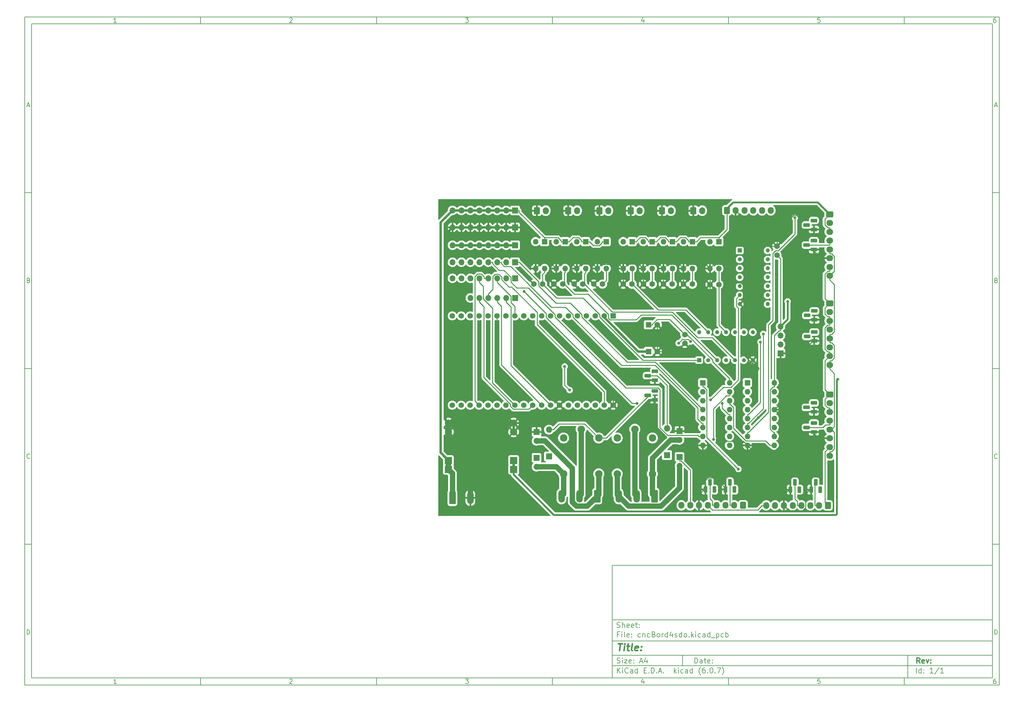
<source format=gbl>
G04 #@! TF.GenerationSoftware,KiCad,Pcbnew,(6.0.7)*
G04 #@! TF.CreationDate,2022-11-13T23:24:52+01:00*
G04 #@! TF.ProjectId,cncBord4sdo,636e6342-6f72-4643-9473-646f2e6b6963,rev?*
G04 #@! TF.SameCoordinates,Original*
G04 #@! TF.FileFunction,Copper,L2,Bot*
G04 #@! TF.FilePolarity,Positive*
%FSLAX46Y46*%
G04 Gerber Fmt 4.6, Leading zero omitted, Abs format (unit mm)*
G04 Created by KiCad (PCBNEW (6.0.7)) date 2022-11-13 23:24:52*
%MOMM*%
%LPD*%
G01*
G04 APERTURE LIST*
G04 Aperture macros list*
%AMRoundRect*
0 Rectangle with rounded corners*
0 $1 Rounding radius*
0 $2 $3 $4 $5 $6 $7 $8 $9 X,Y pos of 4 corners*
0 Add a 4 corners polygon primitive as box body*
4,1,4,$2,$3,$4,$5,$6,$7,$8,$9,$2,$3,0*
0 Add four circle primitives for the rounded corners*
1,1,$1+$1,$2,$3*
1,1,$1+$1,$4,$5*
1,1,$1+$1,$6,$7*
1,1,$1+$1,$8,$9*
0 Add four rect primitives between the rounded corners*
20,1,$1+$1,$2,$3,$4,$5,0*
20,1,$1+$1,$4,$5,$6,$7,0*
20,1,$1+$1,$6,$7,$8,$9,0*
20,1,$1+$1,$8,$9,$2,$3,0*%
G04 Aperture macros list end*
%ADD10C,0.100000*%
%ADD11C,0.150000*%
%ADD12C,0.300000*%
%ADD13C,0.400000*%
G04 #@! TA.AperFunction,ComponentPad*
%ADD14R,2.000000X2.000000*%
G04 #@! TD*
G04 #@! TA.AperFunction,ComponentPad*
%ADD15C,2.000000*%
G04 #@! TD*
G04 #@! TA.AperFunction,ComponentPad*
%ADD16R,1.600000X1.600000*%
G04 #@! TD*
G04 #@! TA.AperFunction,ComponentPad*
%ADD17C,1.600000*%
G04 #@! TD*
G04 #@! TA.AperFunction,ComponentPad*
%ADD18R,1.800000X1.800000*%
G04 #@! TD*
G04 #@! TA.AperFunction,ComponentPad*
%ADD19O,1.800000X1.800000*%
G04 #@! TD*
G04 #@! TA.AperFunction,ComponentPad*
%ADD20RoundRect,0.250000X0.600000X0.725000X-0.600000X0.725000X-0.600000X-0.725000X0.600000X-0.725000X0*%
G04 #@! TD*
G04 #@! TA.AperFunction,ComponentPad*
%ADD21O,1.700000X1.950000*%
G04 #@! TD*
G04 #@! TA.AperFunction,ComponentPad*
%ADD22RoundRect,0.250000X-0.725000X0.600000X-0.725000X-0.600000X0.725000X-0.600000X0.725000X0.600000X0*%
G04 #@! TD*
G04 #@! TA.AperFunction,ComponentPad*
%ADD23O,1.950000X1.700000*%
G04 #@! TD*
G04 #@! TA.AperFunction,ComponentPad*
%ADD24R,1.700000X1.700000*%
G04 #@! TD*
G04 #@! TA.AperFunction,ComponentPad*
%ADD25O,1.700000X1.700000*%
G04 #@! TD*
G04 #@! TA.AperFunction,ComponentPad*
%ADD26RoundRect,0.250000X-0.650000X-1.550000X0.650000X-1.550000X0.650000X1.550000X-0.650000X1.550000X0*%
G04 #@! TD*
G04 #@! TA.AperFunction,ComponentPad*
%ADD27O,1.800000X3.600000*%
G04 #@! TD*
G04 #@! TA.AperFunction,ComponentPad*
%ADD28C,2.100000*%
G04 #@! TD*
G04 #@! TA.AperFunction,ComponentPad*
%ADD29RoundRect,0.250000X0.650000X1.550000X-0.650000X1.550000X-0.650000X-1.550000X0.650000X-1.550000X0*%
G04 #@! TD*
G04 #@! TA.AperFunction,ComponentPad*
%ADD30R,1.560000X1.560000*%
G04 #@! TD*
G04 #@! TA.AperFunction,ComponentPad*
%ADD31C,1.560000*%
G04 #@! TD*
G04 #@! TA.AperFunction,ComponentPad*
%ADD32R,1.800000X1.100000*%
G04 #@! TD*
G04 #@! TA.AperFunction,ComponentPad*
%ADD33RoundRect,0.275000X0.625000X-0.275000X0.625000X0.275000X-0.625000X0.275000X-0.625000X-0.275000X0*%
G04 #@! TD*
G04 #@! TA.AperFunction,ComponentPad*
%ADD34O,1.600000X1.600000*%
G04 #@! TD*
G04 #@! TA.AperFunction,ComponentPad*
%ADD35R,1.100000X1.800000*%
G04 #@! TD*
G04 #@! TA.AperFunction,ComponentPad*
%ADD36RoundRect,0.275000X-0.275000X-0.625000X0.275000X-0.625000X0.275000X0.625000X-0.275000X0.625000X0*%
G04 #@! TD*
G04 #@! TA.AperFunction,ComponentPad*
%ADD37R,1.170000X1.170000*%
G04 #@! TD*
G04 #@! TA.AperFunction,ComponentPad*
%ADD38C,1.170000*%
G04 #@! TD*
G04 #@! TA.AperFunction,ComponentPad*
%ADD39RoundRect,0.250000X-0.600000X-0.750000X0.600000X-0.750000X0.600000X0.750000X-0.600000X0.750000X0*%
G04 #@! TD*
G04 #@! TA.AperFunction,ComponentPad*
%ADD40O,1.700000X2.000000*%
G04 #@! TD*
G04 #@! TA.AperFunction,ComponentPad*
%ADD41RoundRect,0.250000X-0.600000X-0.725000X0.600000X-0.725000X0.600000X0.725000X-0.600000X0.725000X0*%
G04 #@! TD*
G04 #@! TA.AperFunction,ViaPad*
%ADD42C,1.200000*%
G04 #@! TD*
G04 #@! TA.AperFunction,ViaPad*
%ADD43C,0.800000*%
G04 #@! TD*
G04 #@! TA.AperFunction,Conductor*
%ADD44C,0.250000*%
G04 #@! TD*
G04 #@! TA.AperFunction,Conductor*
%ADD45C,1.500000*%
G04 #@! TD*
G04 #@! TA.AperFunction,Conductor*
%ADD46C,0.500000*%
G04 #@! TD*
G04 #@! TA.AperFunction,Conductor*
%ADD47C,0.700000*%
G04 #@! TD*
G04 APERTURE END LIST*
D10*
D11*
X177002200Y-166007200D02*
X177002200Y-198007200D01*
X285002200Y-198007200D01*
X285002200Y-166007200D01*
X177002200Y-166007200D01*
D10*
D11*
X10000000Y-10000000D02*
X10000000Y-200007200D01*
X287002200Y-200007200D01*
X287002200Y-10000000D01*
X10000000Y-10000000D01*
D10*
D11*
X12000000Y-12000000D02*
X12000000Y-198007200D01*
X285002200Y-198007200D01*
X285002200Y-12000000D01*
X12000000Y-12000000D01*
D10*
D11*
X60000000Y-12000000D02*
X60000000Y-10000000D01*
D10*
D11*
X110000000Y-12000000D02*
X110000000Y-10000000D01*
D10*
D11*
X160000000Y-12000000D02*
X160000000Y-10000000D01*
D10*
D11*
X210000000Y-12000000D02*
X210000000Y-10000000D01*
D10*
D11*
X260000000Y-12000000D02*
X260000000Y-10000000D01*
D10*
D11*
X36065476Y-11588095D02*
X35322619Y-11588095D01*
X35694047Y-11588095D02*
X35694047Y-10288095D01*
X35570238Y-10473809D01*
X35446428Y-10597619D01*
X35322619Y-10659523D01*
D10*
D11*
X85322619Y-10411904D02*
X85384523Y-10350000D01*
X85508333Y-10288095D01*
X85817857Y-10288095D01*
X85941666Y-10350000D01*
X86003571Y-10411904D01*
X86065476Y-10535714D01*
X86065476Y-10659523D01*
X86003571Y-10845238D01*
X85260714Y-11588095D01*
X86065476Y-11588095D01*
D10*
D11*
X135260714Y-10288095D02*
X136065476Y-10288095D01*
X135632142Y-10783333D01*
X135817857Y-10783333D01*
X135941666Y-10845238D01*
X136003571Y-10907142D01*
X136065476Y-11030952D01*
X136065476Y-11340476D01*
X136003571Y-11464285D01*
X135941666Y-11526190D01*
X135817857Y-11588095D01*
X135446428Y-11588095D01*
X135322619Y-11526190D01*
X135260714Y-11464285D01*
D10*
D11*
X185941666Y-10721428D02*
X185941666Y-11588095D01*
X185632142Y-10226190D02*
X185322619Y-11154761D01*
X186127380Y-11154761D01*
D10*
D11*
X236003571Y-10288095D02*
X235384523Y-10288095D01*
X235322619Y-10907142D01*
X235384523Y-10845238D01*
X235508333Y-10783333D01*
X235817857Y-10783333D01*
X235941666Y-10845238D01*
X236003571Y-10907142D01*
X236065476Y-11030952D01*
X236065476Y-11340476D01*
X236003571Y-11464285D01*
X235941666Y-11526190D01*
X235817857Y-11588095D01*
X235508333Y-11588095D01*
X235384523Y-11526190D01*
X235322619Y-11464285D01*
D10*
D11*
X285941666Y-10288095D02*
X285694047Y-10288095D01*
X285570238Y-10350000D01*
X285508333Y-10411904D01*
X285384523Y-10597619D01*
X285322619Y-10845238D01*
X285322619Y-11340476D01*
X285384523Y-11464285D01*
X285446428Y-11526190D01*
X285570238Y-11588095D01*
X285817857Y-11588095D01*
X285941666Y-11526190D01*
X286003571Y-11464285D01*
X286065476Y-11340476D01*
X286065476Y-11030952D01*
X286003571Y-10907142D01*
X285941666Y-10845238D01*
X285817857Y-10783333D01*
X285570238Y-10783333D01*
X285446428Y-10845238D01*
X285384523Y-10907142D01*
X285322619Y-11030952D01*
D10*
D11*
X60000000Y-198007200D02*
X60000000Y-200007200D01*
D10*
D11*
X110000000Y-198007200D02*
X110000000Y-200007200D01*
D10*
D11*
X160000000Y-198007200D02*
X160000000Y-200007200D01*
D10*
D11*
X210000000Y-198007200D02*
X210000000Y-200007200D01*
D10*
D11*
X260000000Y-198007200D02*
X260000000Y-200007200D01*
D10*
D11*
X36065476Y-199595295D02*
X35322619Y-199595295D01*
X35694047Y-199595295D02*
X35694047Y-198295295D01*
X35570238Y-198481009D01*
X35446428Y-198604819D01*
X35322619Y-198666723D01*
D10*
D11*
X85322619Y-198419104D02*
X85384523Y-198357200D01*
X85508333Y-198295295D01*
X85817857Y-198295295D01*
X85941666Y-198357200D01*
X86003571Y-198419104D01*
X86065476Y-198542914D01*
X86065476Y-198666723D01*
X86003571Y-198852438D01*
X85260714Y-199595295D01*
X86065476Y-199595295D01*
D10*
D11*
X135260714Y-198295295D02*
X136065476Y-198295295D01*
X135632142Y-198790533D01*
X135817857Y-198790533D01*
X135941666Y-198852438D01*
X136003571Y-198914342D01*
X136065476Y-199038152D01*
X136065476Y-199347676D01*
X136003571Y-199471485D01*
X135941666Y-199533390D01*
X135817857Y-199595295D01*
X135446428Y-199595295D01*
X135322619Y-199533390D01*
X135260714Y-199471485D01*
D10*
D11*
X185941666Y-198728628D02*
X185941666Y-199595295D01*
X185632142Y-198233390D02*
X185322619Y-199161961D01*
X186127380Y-199161961D01*
D10*
D11*
X236003571Y-198295295D02*
X235384523Y-198295295D01*
X235322619Y-198914342D01*
X235384523Y-198852438D01*
X235508333Y-198790533D01*
X235817857Y-198790533D01*
X235941666Y-198852438D01*
X236003571Y-198914342D01*
X236065476Y-199038152D01*
X236065476Y-199347676D01*
X236003571Y-199471485D01*
X235941666Y-199533390D01*
X235817857Y-199595295D01*
X235508333Y-199595295D01*
X235384523Y-199533390D01*
X235322619Y-199471485D01*
D10*
D11*
X285941666Y-198295295D02*
X285694047Y-198295295D01*
X285570238Y-198357200D01*
X285508333Y-198419104D01*
X285384523Y-198604819D01*
X285322619Y-198852438D01*
X285322619Y-199347676D01*
X285384523Y-199471485D01*
X285446428Y-199533390D01*
X285570238Y-199595295D01*
X285817857Y-199595295D01*
X285941666Y-199533390D01*
X286003571Y-199471485D01*
X286065476Y-199347676D01*
X286065476Y-199038152D01*
X286003571Y-198914342D01*
X285941666Y-198852438D01*
X285817857Y-198790533D01*
X285570238Y-198790533D01*
X285446428Y-198852438D01*
X285384523Y-198914342D01*
X285322619Y-199038152D01*
D10*
D11*
X10000000Y-60000000D02*
X12000000Y-60000000D01*
D10*
D11*
X10000000Y-110000000D02*
X12000000Y-110000000D01*
D10*
D11*
X10000000Y-160000000D02*
X12000000Y-160000000D01*
D10*
D11*
X10690476Y-35216666D02*
X11309523Y-35216666D01*
X10566666Y-35588095D02*
X11000000Y-34288095D01*
X11433333Y-35588095D01*
D10*
D11*
X11092857Y-84907142D02*
X11278571Y-84969047D01*
X11340476Y-85030952D01*
X11402380Y-85154761D01*
X11402380Y-85340476D01*
X11340476Y-85464285D01*
X11278571Y-85526190D01*
X11154761Y-85588095D01*
X10659523Y-85588095D01*
X10659523Y-84288095D01*
X11092857Y-84288095D01*
X11216666Y-84350000D01*
X11278571Y-84411904D01*
X11340476Y-84535714D01*
X11340476Y-84659523D01*
X11278571Y-84783333D01*
X11216666Y-84845238D01*
X11092857Y-84907142D01*
X10659523Y-84907142D01*
D10*
D11*
X11402380Y-135464285D02*
X11340476Y-135526190D01*
X11154761Y-135588095D01*
X11030952Y-135588095D01*
X10845238Y-135526190D01*
X10721428Y-135402380D01*
X10659523Y-135278571D01*
X10597619Y-135030952D01*
X10597619Y-134845238D01*
X10659523Y-134597619D01*
X10721428Y-134473809D01*
X10845238Y-134350000D01*
X11030952Y-134288095D01*
X11154761Y-134288095D01*
X11340476Y-134350000D01*
X11402380Y-134411904D01*
D10*
D11*
X10659523Y-185588095D02*
X10659523Y-184288095D01*
X10969047Y-184288095D01*
X11154761Y-184350000D01*
X11278571Y-184473809D01*
X11340476Y-184597619D01*
X11402380Y-184845238D01*
X11402380Y-185030952D01*
X11340476Y-185278571D01*
X11278571Y-185402380D01*
X11154761Y-185526190D01*
X10969047Y-185588095D01*
X10659523Y-185588095D01*
D10*
D11*
X287002200Y-60000000D02*
X285002200Y-60000000D01*
D10*
D11*
X287002200Y-110000000D02*
X285002200Y-110000000D01*
D10*
D11*
X287002200Y-160000000D02*
X285002200Y-160000000D01*
D10*
D11*
X285692676Y-35216666D02*
X286311723Y-35216666D01*
X285568866Y-35588095D02*
X286002200Y-34288095D01*
X286435533Y-35588095D01*
D10*
D11*
X286095057Y-84907142D02*
X286280771Y-84969047D01*
X286342676Y-85030952D01*
X286404580Y-85154761D01*
X286404580Y-85340476D01*
X286342676Y-85464285D01*
X286280771Y-85526190D01*
X286156961Y-85588095D01*
X285661723Y-85588095D01*
X285661723Y-84288095D01*
X286095057Y-84288095D01*
X286218866Y-84350000D01*
X286280771Y-84411904D01*
X286342676Y-84535714D01*
X286342676Y-84659523D01*
X286280771Y-84783333D01*
X286218866Y-84845238D01*
X286095057Y-84907142D01*
X285661723Y-84907142D01*
D10*
D11*
X286404580Y-135464285D02*
X286342676Y-135526190D01*
X286156961Y-135588095D01*
X286033152Y-135588095D01*
X285847438Y-135526190D01*
X285723628Y-135402380D01*
X285661723Y-135278571D01*
X285599819Y-135030952D01*
X285599819Y-134845238D01*
X285661723Y-134597619D01*
X285723628Y-134473809D01*
X285847438Y-134350000D01*
X286033152Y-134288095D01*
X286156961Y-134288095D01*
X286342676Y-134350000D01*
X286404580Y-134411904D01*
D10*
D11*
X285661723Y-185588095D02*
X285661723Y-184288095D01*
X285971247Y-184288095D01*
X286156961Y-184350000D01*
X286280771Y-184473809D01*
X286342676Y-184597619D01*
X286404580Y-184845238D01*
X286404580Y-185030952D01*
X286342676Y-185278571D01*
X286280771Y-185402380D01*
X286156961Y-185526190D01*
X285971247Y-185588095D01*
X285661723Y-185588095D01*
D10*
D11*
X200434342Y-193785771D02*
X200434342Y-192285771D01*
X200791485Y-192285771D01*
X201005771Y-192357200D01*
X201148628Y-192500057D01*
X201220057Y-192642914D01*
X201291485Y-192928628D01*
X201291485Y-193142914D01*
X201220057Y-193428628D01*
X201148628Y-193571485D01*
X201005771Y-193714342D01*
X200791485Y-193785771D01*
X200434342Y-193785771D01*
X202577200Y-193785771D02*
X202577200Y-193000057D01*
X202505771Y-192857200D01*
X202362914Y-192785771D01*
X202077200Y-192785771D01*
X201934342Y-192857200D01*
X202577200Y-193714342D02*
X202434342Y-193785771D01*
X202077200Y-193785771D01*
X201934342Y-193714342D01*
X201862914Y-193571485D01*
X201862914Y-193428628D01*
X201934342Y-193285771D01*
X202077200Y-193214342D01*
X202434342Y-193214342D01*
X202577200Y-193142914D01*
X203077200Y-192785771D02*
X203648628Y-192785771D01*
X203291485Y-192285771D02*
X203291485Y-193571485D01*
X203362914Y-193714342D01*
X203505771Y-193785771D01*
X203648628Y-193785771D01*
X204720057Y-193714342D02*
X204577200Y-193785771D01*
X204291485Y-193785771D01*
X204148628Y-193714342D01*
X204077200Y-193571485D01*
X204077200Y-193000057D01*
X204148628Y-192857200D01*
X204291485Y-192785771D01*
X204577200Y-192785771D01*
X204720057Y-192857200D01*
X204791485Y-193000057D01*
X204791485Y-193142914D01*
X204077200Y-193285771D01*
X205434342Y-193642914D02*
X205505771Y-193714342D01*
X205434342Y-193785771D01*
X205362914Y-193714342D01*
X205434342Y-193642914D01*
X205434342Y-193785771D01*
X205434342Y-192857200D02*
X205505771Y-192928628D01*
X205434342Y-193000057D01*
X205362914Y-192928628D01*
X205434342Y-192857200D01*
X205434342Y-193000057D01*
D10*
D11*
X177002200Y-194507200D02*
X285002200Y-194507200D01*
D10*
D11*
X178434342Y-196585771D02*
X178434342Y-195085771D01*
X179291485Y-196585771D02*
X178648628Y-195728628D01*
X179291485Y-195085771D02*
X178434342Y-195942914D01*
X179934342Y-196585771D02*
X179934342Y-195585771D01*
X179934342Y-195085771D02*
X179862914Y-195157200D01*
X179934342Y-195228628D01*
X180005771Y-195157200D01*
X179934342Y-195085771D01*
X179934342Y-195228628D01*
X181505771Y-196442914D02*
X181434342Y-196514342D01*
X181220057Y-196585771D01*
X181077200Y-196585771D01*
X180862914Y-196514342D01*
X180720057Y-196371485D01*
X180648628Y-196228628D01*
X180577200Y-195942914D01*
X180577200Y-195728628D01*
X180648628Y-195442914D01*
X180720057Y-195300057D01*
X180862914Y-195157200D01*
X181077200Y-195085771D01*
X181220057Y-195085771D01*
X181434342Y-195157200D01*
X181505771Y-195228628D01*
X182791485Y-196585771D02*
X182791485Y-195800057D01*
X182720057Y-195657200D01*
X182577200Y-195585771D01*
X182291485Y-195585771D01*
X182148628Y-195657200D01*
X182791485Y-196514342D02*
X182648628Y-196585771D01*
X182291485Y-196585771D01*
X182148628Y-196514342D01*
X182077200Y-196371485D01*
X182077200Y-196228628D01*
X182148628Y-196085771D01*
X182291485Y-196014342D01*
X182648628Y-196014342D01*
X182791485Y-195942914D01*
X184148628Y-196585771D02*
X184148628Y-195085771D01*
X184148628Y-196514342D02*
X184005771Y-196585771D01*
X183720057Y-196585771D01*
X183577200Y-196514342D01*
X183505771Y-196442914D01*
X183434342Y-196300057D01*
X183434342Y-195871485D01*
X183505771Y-195728628D01*
X183577200Y-195657200D01*
X183720057Y-195585771D01*
X184005771Y-195585771D01*
X184148628Y-195657200D01*
X186005771Y-195800057D02*
X186505771Y-195800057D01*
X186720057Y-196585771D02*
X186005771Y-196585771D01*
X186005771Y-195085771D01*
X186720057Y-195085771D01*
X187362914Y-196442914D02*
X187434342Y-196514342D01*
X187362914Y-196585771D01*
X187291485Y-196514342D01*
X187362914Y-196442914D01*
X187362914Y-196585771D01*
X188077200Y-196585771D02*
X188077200Y-195085771D01*
X188434342Y-195085771D01*
X188648628Y-195157200D01*
X188791485Y-195300057D01*
X188862914Y-195442914D01*
X188934342Y-195728628D01*
X188934342Y-195942914D01*
X188862914Y-196228628D01*
X188791485Y-196371485D01*
X188648628Y-196514342D01*
X188434342Y-196585771D01*
X188077200Y-196585771D01*
X189577200Y-196442914D02*
X189648628Y-196514342D01*
X189577200Y-196585771D01*
X189505771Y-196514342D01*
X189577200Y-196442914D01*
X189577200Y-196585771D01*
X190220057Y-196157200D02*
X190934342Y-196157200D01*
X190077200Y-196585771D02*
X190577200Y-195085771D01*
X191077200Y-196585771D01*
X191577200Y-196442914D02*
X191648628Y-196514342D01*
X191577200Y-196585771D01*
X191505771Y-196514342D01*
X191577200Y-196442914D01*
X191577200Y-196585771D01*
X194577200Y-196585771D02*
X194577200Y-195085771D01*
X194720057Y-196014342D02*
X195148628Y-196585771D01*
X195148628Y-195585771D02*
X194577200Y-196157200D01*
X195791485Y-196585771D02*
X195791485Y-195585771D01*
X195791485Y-195085771D02*
X195720057Y-195157200D01*
X195791485Y-195228628D01*
X195862914Y-195157200D01*
X195791485Y-195085771D01*
X195791485Y-195228628D01*
X197148628Y-196514342D02*
X197005771Y-196585771D01*
X196720057Y-196585771D01*
X196577200Y-196514342D01*
X196505771Y-196442914D01*
X196434342Y-196300057D01*
X196434342Y-195871485D01*
X196505771Y-195728628D01*
X196577200Y-195657200D01*
X196720057Y-195585771D01*
X197005771Y-195585771D01*
X197148628Y-195657200D01*
X198434342Y-196585771D02*
X198434342Y-195800057D01*
X198362914Y-195657200D01*
X198220057Y-195585771D01*
X197934342Y-195585771D01*
X197791485Y-195657200D01*
X198434342Y-196514342D02*
X198291485Y-196585771D01*
X197934342Y-196585771D01*
X197791485Y-196514342D01*
X197720057Y-196371485D01*
X197720057Y-196228628D01*
X197791485Y-196085771D01*
X197934342Y-196014342D01*
X198291485Y-196014342D01*
X198434342Y-195942914D01*
X199791485Y-196585771D02*
X199791485Y-195085771D01*
X199791485Y-196514342D02*
X199648628Y-196585771D01*
X199362914Y-196585771D01*
X199220057Y-196514342D01*
X199148628Y-196442914D01*
X199077200Y-196300057D01*
X199077200Y-195871485D01*
X199148628Y-195728628D01*
X199220057Y-195657200D01*
X199362914Y-195585771D01*
X199648628Y-195585771D01*
X199791485Y-195657200D01*
X202077200Y-197157200D02*
X202005771Y-197085771D01*
X201862914Y-196871485D01*
X201791485Y-196728628D01*
X201720057Y-196514342D01*
X201648628Y-196157200D01*
X201648628Y-195871485D01*
X201720057Y-195514342D01*
X201791485Y-195300057D01*
X201862914Y-195157200D01*
X202005771Y-194942914D01*
X202077200Y-194871485D01*
X203291485Y-195085771D02*
X203005771Y-195085771D01*
X202862914Y-195157200D01*
X202791485Y-195228628D01*
X202648628Y-195442914D01*
X202577200Y-195728628D01*
X202577200Y-196300057D01*
X202648628Y-196442914D01*
X202720057Y-196514342D01*
X202862914Y-196585771D01*
X203148628Y-196585771D01*
X203291485Y-196514342D01*
X203362914Y-196442914D01*
X203434342Y-196300057D01*
X203434342Y-195942914D01*
X203362914Y-195800057D01*
X203291485Y-195728628D01*
X203148628Y-195657200D01*
X202862914Y-195657200D01*
X202720057Y-195728628D01*
X202648628Y-195800057D01*
X202577200Y-195942914D01*
X204077200Y-196442914D02*
X204148628Y-196514342D01*
X204077200Y-196585771D01*
X204005771Y-196514342D01*
X204077200Y-196442914D01*
X204077200Y-196585771D01*
X205077200Y-195085771D02*
X205220057Y-195085771D01*
X205362914Y-195157200D01*
X205434342Y-195228628D01*
X205505771Y-195371485D01*
X205577200Y-195657200D01*
X205577200Y-196014342D01*
X205505771Y-196300057D01*
X205434342Y-196442914D01*
X205362914Y-196514342D01*
X205220057Y-196585771D01*
X205077200Y-196585771D01*
X204934342Y-196514342D01*
X204862914Y-196442914D01*
X204791485Y-196300057D01*
X204720057Y-196014342D01*
X204720057Y-195657200D01*
X204791485Y-195371485D01*
X204862914Y-195228628D01*
X204934342Y-195157200D01*
X205077200Y-195085771D01*
X206220057Y-196442914D02*
X206291485Y-196514342D01*
X206220057Y-196585771D01*
X206148628Y-196514342D01*
X206220057Y-196442914D01*
X206220057Y-196585771D01*
X206791485Y-195085771D02*
X207791485Y-195085771D01*
X207148628Y-196585771D01*
X208220057Y-197157200D02*
X208291485Y-197085771D01*
X208434342Y-196871485D01*
X208505771Y-196728628D01*
X208577200Y-196514342D01*
X208648628Y-196157200D01*
X208648628Y-195871485D01*
X208577200Y-195514342D01*
X208505771Y-195300057D01*
X208434342Y-195157200D01*
X208291485Y-194942914D01*
X208220057Y-194871485D01*
D10*
D11*
X177002200Y-191507200D02*
X285002200Y-191507200D01*
D10*
D12*
X264411485Y-193785771D02*
X263911485Y-193071485D01*
X263554342Y-193785771D02*
X263554342Y-192285771D01*
X264125771Y-192285771D01*
X264268628Y-192357200D01*
X264340057Y-192428628D01*
X264411485Y-192571485D01*
X264411485Y-192785771D01*
X264340057Y-192928628D01*
X264268628Y-193000057D01*
X264125771Y-193071485D01*
X263554342Y-193071485D01*
X265625771Y-193714342D02*
X265482914Y-193785771D01*
X265197200Y-193785771D01*
X265054342Y-193714342D01*
X264982914Y-193571485D01*
X264982914Y-193000057D01*
X265054342Y-192857200D01*
X265197200Y-192785771D01*
X265482914Y-192785771D01*
X265625771Y-192857200D01*
X265697200Y-193000057D01*
X265697200Y-193142914D01*
X264982914Y-193285771D01*
X266197200Y-192785771D02*
X266554342Y-193785771D01*
X266911485Y-192785771D01*
X267482914Y-193642914D02*
X267554342Y-193714342D01*
X267482914Y-193785771D01*
X267411485Y-193714342D01*
X267482914Y-193642914D01*
X267482914Y-193785771D01*
X267482914Y-192857200D02*
X267554342Y-192928628D01*
X267482914Y-193000057D01*
X267411485Y-192928628D01*
X267482914Y-192857200D01*
X267482914Y-193000057D01*
D10*
D11*
X178362914Y-193714342D02*
X178577200Y-193785771D01*
X178934342Y-193785771D01*
X179077200Y-193714342D01*
X179148628Y-193642914D01*
X179220057Y-193500057D01*
X179220057Y-193357200D01*
X179148628Y-193214342D01*
X179077200Y-193142914D01*
X178934342Y-193071485D01*
X178648628Y-193000057D01*
X178505771Y-192928628D01*
X178434342Y-192857200D01*
X178362914Y-192714342D01*
X178362914Y-192571485D01*
X178434342Y-192428628D01*
X178505771Y-192357200D01*
X178648628Y-192285771D01*
X179005771Y-192285771D01*
X179220057Y-192357200D01*
X179862914Y-193785771D02*
X179862914Y-192785771D01*
X179862914Y-192285771D02*
X179791485Y-192357200D01*
X179862914Y-192428628D01*
X179934342Y-192357200D01*
X179862914Y-192285771D01*
X179862914Y-192428628D01*
X180434342Y-192785771D02*
X181220057Y-192785771D01*
X180434342Y-193785771D01*
X181220057Y-193785771D01*
X182362914Y-193714342D02*
X182220057Y-193785771D01*
X181934342Y-193785771D01*
X181791485Y-193714342D01*
X181720057Y-193571485D01*
X181720057Y-193000057D01*
X181791485Y-192857200D01*
X181934342Y-192785771D01*
X182220057Y-192785771D01*
X182362914Y-192857200D01*
X182434342Y-193000057D01*
X182434342Y-193142914D01*
X181720057Y-193285771D01*
X183077200Y-193642914D02*
X183148628Y-193714342D01*
X183077200Y-193785771D01*
X183005771Y-193714342D01*
X183077200Y-193642914D01*
X183077200Y-193785771D01*
X183077200Y-192857200D02*
X183148628Y-192928628D01*
X183077200Y-193000057D01*
X183005771Y-192928628D01*
X183077200Y-192857200D01*
X183077200Y-193000057D01*
X184862914Y-193357200D02*
X185577200Y-193357200D01*
X184720057Y-193785771D02*
X185220057Y-192285771D01*
X185720057Y-193785771D01*
X186862914Y-192785771D02*
X186862914Y-193785771D01*
X186505771Y-192214342D02*
X186148628Y-193285771D01*
X187077200Y-193285771D01*
D10*
D11*
X263434342Y-196585771D02*
X263434342Y-195085771D01*
X264791485Y-196585771D02*
X264791485Y-195085771D01*
X264791485Y-196514342D02*
X264648628Y-196585771D01*
X264362914Y-196585771D01*
X264220057Y-196514342D01*
X264148628Y-196442914D01*
X264077200Y-196300057D01*
X264077200Y-195871485D01*
X264148628Y-195728628D01*
X264220057Y-195657200D01*
X264362914Y-195585771D01*
X264648628Y-195585771D01*
X264791485Y-195657200D01*
X265505771Y-196442914D02*
X265577200Y-196514342D01*
X265505771Y-196585771D01*
X265434342Y-196514342D01*
X265505771Y-196442914D01*
X265505771Y-196585771D01*
X265505771Y-195657200D02*
X265577200Y-195728628D01*
X265505771Y-195800057D01*
X265434342Y-195728628D01*
X265505771Y-195657200D01*
X265505771Y-195800057D01*
X268148628Y-196585771D02*
X267291485Y-196585771D01*
X267720057Y-196585771D02*
X267720057Y-195085771D01*
X267577200Y-195300057D01*
X267434342Y-195442914D01*
X267291485Y-195514342D01*
X269862914Y-195014342D02*
X268577200Y-196942914D01*
X271148628Y-196585771D02*
X270291485Y-196585771D01*
X270720057Y-196585771D02*
X270720057Y-195085771D01*
X270577200Y-195300057D01*
X270434342Y-195442914D01*
X270291485Y-195514342D01*
D10*
D11*
X177002200Y-187507200D02*
X285002200Y-187507200D01*
D10*
D13*
X178714580Y-188211961D02*
X179857438Y-188211961D01*
X179036009Y-190211961D02*
X179286009Y-188211961D01*
X180274104Y-190211961D02*
X180440771Y-188878628D01*
X180524104Y-188211961D02*
X180416961Y-188307200D01*
X180500295Y-188402438D01*
X180607438Y-188307200D01*
X180524104Y-188211961D01*
X180500295Y-188402438D01*
X181107438Y-188878628D02*
X181869342Y-188878628D01*
X181476485Y-188211961D02*
X181262200Y-189926247D01*
X181333628Y-190116723D01*
X181512200Y-190211961D01*
X181702676Y-190211961D01*
X182655057Y-190211961D02*
X182476485Y-190116723D01*
X182405057Y-189926247D01*
X182619342Y-188211961D01*
X184190771Y-190116723D02*
X183988390Y-190211961D01*
X183607438Y-190211961D01*
X183428866Y-190116723D01*
X183357438Y-189926247D01*
X183452676Y-189164342D01*
X183571723Y-188973866D01*
X183774104Y-188878628D01*
X184155057Y-188878628D01*
X184333628Y-188973866D01*
X184405057Y-189164342D01*
X184381247Y-189354819D01*
X183405057Y-189545295D01*
X185155057Y-190021485D02*
X185238390Y-190116723D01*
X185131247Y-190211961D01*
X185047914Y-190116723D01*
X185155057Y-190021485D01*
X185131247Y-190211961D01*
X185286009Y-188973866D02*
X185369342Y-189069104D01*
X185262200Y-189164342D01*
X185178866Y-189069104D01*
X185286009Y-188973866D01*
X185262200Y-189164342D01*
D10*
D11*
X178934342Y-185600057D02*
X178434342Y-185600057D01*
X178434342Y-186385771D02*
X178434342Y-184885771D01*
X179148628Y-184885771D01*
X179720057Y-186385771D02*
X179720057Y-185385771D01*
X179720057Y-184885771D02*
X179648628Y-184957200D01*
X179720057Y-185028628D01*
X179791485Y-184957200D01*
X179720057Y-184885771D01*
X179720057Y-185028628D01*
X180648628Y-186385771D02*
X180505771Y-186314342D01*
X180434342Y-186171485D01*
X180434342Y-184885771D01*
X181791485Y-186314342D02*
X181648628Y-186385771D01*
X181362914Y-186385771D01*
X181220057Y-186314342D01*
X181148628Y-186171485D01*
X181148628Y-185600057D01*
X181220057Y-185457200D01*
X181362914Y-185385771D01*
X181648628Y-185385771D01*
X181791485Y-185457200D01*
X181862914Y-185600057D01*
X181862914Y-185742914D01*
X181148628Y-185885771D01*
X182505771Y-186242914D02*
X182577200Y-186314342D01*
X182505771Y-186385771D01*
X182434342Y-186314342D01*
X182505771Y-186242914D01*
X182505771Y-186385771D01*
X182505771Y-185457200D02*
X182577200Y-185528628D01*
X182505771Y-185600057D01*
X182434342Y-185528628D01*
X182505771Y-185457200D01*
X182505771Y-185600057D01*
X185005771Y-186314342D02*
X184862914Y-186385771D01*
X184577200Y-186385771D01*
X184434342Y-186314342D01*
X184362914Y-186242914D01*
X184291485Y-186100057D01*
X184291485Y-185671485D01*
X184362914Y-185528628D01*
X184434342Y-185457200D01*
X184577200Y-185385771D01*
X184862914Y-185385771D01*
X185005771Y-185457200D01*
X185648628Y-185385771D02*
X185648628Y-186385771D01*
X185648628Y-185528628D02*
X185720057Y-185457200D01*
X185862914Y-185385771D01*
X186077200Y-185385771D01*
X186220057Y-185457200D01*
X186291485Y-185600057D01*
X186291485Y-186385771D01*
X187648628Y-186314342D02*
X187505771Y-186385771D01*
X187220057Y-186385771D01*
X187077200Y-186314342D01*
X187005771Y-186242914D01*
X186934342Y-186100057D01*
X186934342Y-185671485D01*
X187005771Y-185528628D01*
X187077200Y-185457200D01*
X187220057Y-185385771D01*
X187505771Y-185385771D01*
X187648628Y-185457200D01*
X188791485Y-185600057D02*
X189005771Y-185671485D01*
X189077200Y-185742914D01*
X189148628Y-185885771D01*
X189148628Y-186100057D01*
X189077200Y-186242914D01*
X189005771Y-186314342D01*
X188862914Y-186385771D01*
X188291485Y-186385771D01*
X188291485Y-184885771D01*
X188791485Y-184885771D01*
X188934342Y-184957200D01*
X189005771Y-185028628D01*
X189077200Y-185171485D01*
X189077200Y-185314342D01*
X189005771Y-185457200D01*
X188934342Y-185528628D01*
X188791485Y-185600057D01*
X188291485Y-185600057D01*
X190005771Y-186385771D02*
X189862914Y-186314342D01*
X189791485Y-186242914D01*
X189720057Y-186100057D01*
X189720057Y-185671485D01*
X189791485Y-185528628D01*
X189862914Y-185457200D01*
X190005771Y-185385771D01*
X190220057Y-185385771D01*
X190362914Y-185457200D01*
X190434342Y-185528628D01*
X190505771Y-185671485D01*
X190505771Y-186100057D01*
X190434342Y-186242914D01*
X190362914Y-186314342D01*
X190220057Y-186385771D01*
X190005771Y-186385771D01*
X191148628Y-186385771D02*
X191148628Y-185385771D01*
X191148628Y-185671485D02*
X191220057Y-185528628D01*
X191291485Y-185457200D01*
X191434342Y-185385771D01*
X191577200Y-185385771D01*
X192720057Y-186385771D02*
X192720057Y-184885771D01*
X192720057Y-186314342D02*
X192577200Y-186385771D01*
X192291485Y-186385771D01*
X192148628Y-186314342D01*
X192077200Y-186242914D01*
X192005771Y-186100057D01*
X192005771Y-185671485D01*
X192077200Y-185528628D01*
X192148628Y-185457200D01*
X192291485Y-185385771D01*
X192577200Y-185385771D01*
X192720057Y-185457200D01*
X194077200Y-185385771D02*
X194077200Y-186385771D01*
X193720057Y-184814342D02*
X193362914Y-185885771D01*
X194291485Y-185885771D01*
X194791485Y-186314342D02*
X194934342Y-186385771D01*
X195220057Y-186385771D01*
X195362914Y-186314342D01*
X195434342Y-186171485D01*
X195434342Y-186100057D01*
X195362914Y-185957200D01*
X195220057Y-185885771D01*
X195005771Y-185885771D01*
X194862914Y-185814342D01*
X194791485Y-185671485D01*
X194791485Y-185600057D01*
X194862914Y-185457200D01*
X195005771Y-185385771D01*
X195220057Y-185385771D01*
X195362914Y-185457200D01*
X196720057Y-186385771D02*
X196720057Y-184885771D01*
X196720057Y-186314342D02*
X196577200Y-186385771D01*
X196291485Y-186385771D01*
X196148628Y-186314342D01*
X196077200Y-186242914D01*
X196005771Y-186100057D01*
X196005771Y-185671485D01*
X196077200Y-185528628D01*
X196148628Y-185457200D01*
X196291485Y-185385771D01*
X196577200Y-185385771D01*
X196720057Y-185457200D01*
X197648628Y-186385771D02*
X197505771Y-186314342D01*
X197434342Y-186242914D01*
X197362914Y-186100057D01*
X197362914Y-185671485D01*
X197434342Y-185528628D01*
X197505771Y-185457200D01*
X197648628Y-185385771D01*
X197862914Y-185385771D01*
X198005771Y-185457200D01*
X198077200Y-185528628D01*
X198148628Y-185671485D01*
X198148628Y-186100057D01*
X198077200Y-186242914D01*
X198005771Y-186314342D01*
X197862914Y-186385771D01*
X197648628Y-186385771D01*
X198791485Y-186242914D02*
X198862914Y-186314342D01*
X198791485Y-186385771D01*
X198720057Y-186314342D01*
X198791485Y-186242914D01*
X198791485Y-186385771D01*
X199505771Y-186385771D02*
X199505771Y-184885771D01*
X199648628Y-185814342D02*
X200077200Y-186385771D01*
X200077200Y-185385771D02*
X199505771Y-185957200D01*
X200720057Y-186385771D02*
X200720057Y-185385771D01*
X200720057Y-184885771D02*
X200648628Y-184957200D01*
X200720057Y-185028628D01*
X200791485Y-184957200D01*
X200720057Y-184885771D01*
X200720057Y-185028628D01*
X202077200Y-186314342D02*
X201934342Y-186385771D01*
X201648628Y-186385771D01*
X201505771Y-186314342D01*
X201434342Y-186242914D01*
X201362914Y-186100057D01*
X201362914Y-185671485D01*
X201434342Y-185528628D01*
X201505771Y-185457200D01*
X201648628Y-185385771D01*
X201934342Y-185385771D01*
X202077200Y-185457200D01*
X203362914Y-186385771D02*
X203362914Y-185600057D01*
X203291485Y-185457200D01*
X203148628Y-185385771D01*
X202862914Y-185385771D01*
X202720057Y-185457200D01*
X203362914Y-186314342D02*
X203220057Y-186385771D01*
X202862914Y-186385771D01*
X202720057Y-186314342D01*
X202648628Y-186171485D01*
X202648628Y-186028628D01*
X202720057Y-185885771D01*
X202862914Y-185814342D01*
X203220057Y-185814342D01*
X203362914Y-185742914D01*
X204720057Y-186385771D02*
X204720057Y-184885771D01*
X204720057Y-186314342D02*
X204577200Y-186385771D01*
X204291485Y-186385771D01*
X204148628Y-186314342D01*
X204077200Y-186242914D01*
X204005771Y-186100057D01*
X204005771Y-185671485D01*
X204077200Y-185528628D01*
X204148628Y-185457200D01*
X204291485Y-185385771D01*
X204577200Y-185385771D01*
X204720057Y-185457200D01*
X205077200Y-186528628D02*
X206220057Y-186528628D01*
X206577200Y-185385771D02*
X206577200Y-186885771D01*
X206577200Y-185457200D02*
X206720057Y-185385771D01*
X207005771Y-185385771D01*
X207148628Y-185457200D01*
X207220057Y-185528628D01*
X207291485Y-185671485D01*
X207291485Y-186100057D01*
X207220057Y-186242914D01*
X207148628Y-186314342D01*
X207005771Y-186385771D01*
X206720057Y-186385771D01*
X206577200Y-186314342D01*
X208577200Y-186314342D02*
X208434342Y-186385771D01*
X208148628Y-186385771D01*
X208005771Y-186314342D01*
X207934342Y-186242914D01*
X207862914Y-186100057D01*
X207862914Y-185671485D01*
X207934342Y-185528628D01*
X208005771Y-185457200D01*
X208148628Y-185385771D01*
X208434342Y-185385771D01*
X208577200Y-185457200D01*
X209220057Y-186385771D02*
X209220057Y-184885771D01*
X209220057Y-185457200D02*
X209362914Y-185385771D01*
X209648628Y-185385771D01*
X209791485Y-185457200D01*
X209862914Y-185528628D01*
X209934342Y-185671485D01*
X209934342Y-186100057D01*
X209862914Y-186242914D01*
X209791485Y-186314342D01*
X209648628Y-186385771D01*
X209362914Y-186385771D01*
X209220057Y-186314342D01*
D10*
D11*
X177002200Y-181507200D02*
X285002200Y-181507200D01*
D10*
D11*
X178362914Y-183614342D02*
X178577200Y-183685771D01*
X178934342Y-183685771D01*
X179077200Y-183614342D01*
X179148628Y-183542914D01*
X179220057Y-183400057D01*
X179220057Y-183257200D01*
X179148628Y-183114342D01*
X179077200Y-183042914D01*
X178934342Y-182971485D01*
X178648628Y-182900057D01*
X178505771Y-182828628D01*
X178434342Y-182757200D01*
X178362914Y-182614342D01*
X178362914Y-182471485D01*
X178434342Y-182328628D01*
X178505771Y-182257200D01*
X178648628Y-182185771D01*
X179005771Y-182185771D01*
X179220057Y-182257200D01*
X179862914Y-183685771D02*
X179862914Y-182185771D01*
X180505771Y-183685771D02*
X180505771Y-182900057D01*
X180434342Y-182757200D01*
X180291485Y-182685771D01*
X180077200Y-182685771D01*
X179934342Y-182757200D01*
X179862914Y-182828628D01*
X181791485Y-183614342D02*
X181648628Y-183685771D01*
X181362914Y-183685771D01*
X181220057Y-183614342D01*
X181148628Y-183471485D01*
X181148628Y-182900057D01*
X181220057Y-182757200D01*
X181362914Y-182685771D01*
X181648628Y-182685771D01*
X181791485Y-182757200D01*
X181862914Y-182900057D01*
X181862914Y-183042914D01*
X181148628Y-183185771D01*
X183077200Y-183614342D02*
X182934342Y-183685771D01*
X182648628Y-183685771D01*
X182505771Y-183614342D01*
X182434342Y-183471485D01*
X182434342Y-182900057D01*
X182505771Y-182757200D01*
X182648628Y-182685771D01*
X182934342Y-182685771D01*
X183077200Y-182757200D01*
X183148628Y-182900057D01*
X183148628Y-183042914D01*
X182434342Y-183185771D01*
X183577200Y-182685771D02*
X184148628Y-182685771D01*
X183791485Y-182185771D02*
X183791485Y-183471485D01*
X183862914Y-183614342D01*
X184005771Y-183685771D01*
X184148628Y-183685771D01*
X184648628Y-183542914D02*
X184720057Y-183614342D01*
X184648628Y-183685771D01*
X184577200Y-183614342D01*
X184648628Y-183542914D01*
X184648628Y-183685771D01*
X184648628Y-182757200D02*
X184720057Y-182828628D01*
X184648628Y-182900057D01*
X184577200Y-182828628D01*
X184648628Y-182757200D01*
X184648628Y-182900057D01*
D10*
D12*
D10*
D11*
D10*
D11*
D10*
D11*
D10*
D11*
D10*
D11*
X197002200Y-191507200D02*
X197002200Y-194507200D01*
D10*
D11*
X261002200Y-191507200D02*
X261002200Y-198007200D01*
D14*
X130429000Y-136144000D03*
X130429000Y-138684000D03*
D15*
X130429000Y-125476000D03*
X130429000Y-128016000D03*
D14*
X148971000Y-136144000D03*
X148971000Y-138684000D03*
D15*
X148971000Y-125476000D03*
X148971000Y-128016000D03*
D16*
X187285600Y-97562000D03*
D17*
X189785600Y-97562000D03*
D16*
X187285600Y-105156000D03*
D17*
X189785600Y-105156000D03*
D18*
X159004000Y-135001000D03*
D19*
X159004000Y-127381000D03*
D18*
X192532000Y-134620000D03*
D19*
X192532000Y-127000000D03*
D20*
X238252000Y-148916000D03*
D21*
X235752000Y-148916000D03*
X233252000Y-148916000D03*
X230752000Y-148916000D03*
X228252000Y-148916000D03*
X225752000Y-148916000D03*
X223252000Y-148916000D03*
X220752000Y-148916000D03*
D22*
X238760000Y-117348000D03*
D23*
X238760000Y-119848000D03*
X238760000Y-122348000D03*
X238760000Y-124848000D03*
X238760000Y-127348000D03*
X238760000Y-129848000D03*
X238760000Y-132348000D03*
X238760000Y-134848000D03*
D22*
X238760000Y-91460000D03*
D23*
X238760000Y-93960000D03*
X238760000Y-96460000D03*
X238760000Y-98960000D03*
X238760000Y-101460000D03*
X238760000Y-103960000D03*
X238760000Y-106460000D03*
X238760000Y-108960000D03*
D22*
X238760000Y-66120000D03*
D23*
X238760000Y-68620000D03*
X238760000Y-71120000D03*
X238760000Y-73620000D03*
X238760000Y-76120000D03*
X238760000Y-78620000D03*
X238760000Y-81120000D03*
X238760000Y-83620000D03*
D20*
X214149000Y-148902000D03*
D21*
X211649000Y-148902000D03*
X209149000Y-148902000D03*
X206649000Y-148902000D03*
X204149000Y-148902000D03*
X201649000Y-148902000D03*
X199149000Y-148902000D03*
X196649000Y-148902000D03*
D24*
X155448000Y-128011000D03*
D25*
X155448000Y-130551000D03*
D24*
X155448000Y-135377000D03*
D25*
X155448000Y-137917000D03*
D24*
X196088000Y-127757000D03*
D25*
X196088000Y-130297000D03*
D24*
X196088000Y-135123000D03*
D25*
X196088000Y-137663000D03*
D24*
X149352000Y-84328000D03*
D25*
X146812000Y-84328000D03*
X144272000Y-84328000D03*
X141732000Y-84328000D03*
X139192000Y-84328000D03*
X136652000Y-84328000D03*
X134112000Y-84328000D03*
X131572000Y-84328000D03*
D24*
X149352000Y-65024000D03*
D25*
X146812000Y-65024000D03*
X144272000Y-65024000D03*
X141732000Y-65024000D03*
X139192000Y-65024000D03*
X136652000Y-65024000D03*
X134112000Y-65024000D03*
X131572000Y-65024000D03*
D24*
X149367000Y-74930000D03*
D25*
X146827000Y-74930000D03*
X144287000Y-74930000D03*
X141747000Y-74930000D03*
X139207000Y-74930000D03*
X136667000Y-74930000D03*
X134127000Y-74930000D03*
X131587000Y-74930000D03*
D24*
X149352000Y-69850000D03*
D25*
X146812000Y-69850000D03*
X144272000Y-69850000D03*
X141732000Y-69850000D03*
X139192000Y-69850000D03*
X136652000Y-69850000D03*
X134112000Y-69850000D03*
X131572000Y-69850000D03*
D24*
X149352000Y-89916000D03*
D25*
X146812000Y-89916000D03*
X144272000Y-89916000D03*
X141732000Y-89916000D03*
X139192000Y-89916000D03*
X136652000Y-89916000D03*
D26*
X131572000Y-146792500D03*
D27*
X136652000Y-146792500D03*
D28*
X163148000Y-129754000D03*
X163148000Y-139954000D03*
X173148000Y-139954000D03*
X173148000Y-129754000D03*
X168148000Y-127254000D03*
X178388000Y-129754000D03*
X178388000Y-139954000D03*
X188388000Y-139954000D03*
X188388000Y-129754000D03*
X183388000Y-127254000D03*
D29*
X172720000Y-146304000D03*
D27*
X167640000Y-146304000D03*
X162560000Y-146304000D03*
D29*
X188982500Y-146304000D03*
D27*
X183902500Y-146304000D03*
X178822500Y-146304000D03*
D30*
X177240000Y-95022000D03*
D31*
X174700000Y-95022000D03*
X172160000Y-95022000D03*
X169620000Y-95022000D03*
X167080000Y-95022000D03*
X164540000Y-95022000D03*
X162000000Y-95022000D03*
X159460000Y-95022000D03*
X156920000Y-95022000D03*
X154380000Y-95022000D03*
X151840000Y-95022000D03*
X149300000Y-95022000D03*
X146760000Y-95022000D03*
X144220000Y-95022000D03*
X141680000Y-95022000D03*
X139140000Y-95022000D03*
X136600000Y-95022000D03*
X134060000Y-95022000D03*
X131520000Y-95022000D03*
X177240000Y-120422000D03*
X174700000Y-120422000D03*
X172160000Y-120422000D03*
X169620000Y-120422000D03*
X167080000Y-120422000D03*
X164540000Y-120422000D03*
X162000000Y-120422000D03*
X159460000Y-120422000D03*
X156920000Y-120422000D03*
X154380000Y-120422000D03*
X151840000Y-120422000D03*
X149300000Y-120422000D03*
X146760000Y-120422000D03*
X144220000Y-120422000D03*
X141680000Y-120422000D03*
X139140000Y-120422000D03*
X136600000Y-120422000D03*
X134060000Y-120422000D03*
X131520000Y-120422000D03*
D32*
X234415000Y-96165000D03*
D33*
X232345000Y-94895000D03*
X234415000Y-93625000D03*
D17*
X191526000Y-85989000D03*
X194026000Y-85989000D03*
D16*
X188351000Y-73924000D03*
D34*
X185811000Y-73924000D03*
X185811000Y-81544000D03*
X188351000Y-81544000D03*
D35*
X227651000Y-144444000D03*
D36*
X228921000Y-142374000D03*
X230191000Y-144444000D03*
D32*
X234300000Y-76180000D03*
D33*
X232230000Y-74910000D03*
X234300000Y-73640000D03*
D16*
X194066000Y-73924000D03*
D34*
X191526000Y-73924000D03*
X191526000Y-81544000D03*
X194066000Y-81544000D03*
D16*
X169418000Y-73914000D03*
D34*
X166878000Y-73914000D03*
X166878000Y-81534000D03*
X169418000Y-81534000D03*
D17*
X154686000Y-85979000D03*
X157186000Y-85979000D03*
D16*
X157734000Y-73914000D03*
D34*
X155194000Y-73914000D03*
X155194000Y-81534000D03*
X157734000Y-81534000D03*
D16*
X163576000Y-73914000D03*
D34*
X161036000Y-73914000D03*
X161036000Y-81534000D03*
X163576000Y-81534000D03*
D35*
X233526000Y-144444000D03*
D36*
X234796000Y-142374000D03*
X236066000Y-144444000D03*
D35*
X203454000Y-144418000D03*
D36*
X204724000Y-142348000D03*
X205994000Y-144418000D03*
D17*
X171724000Y-85979000D03*
X174224000Y-85979000D03*
X197261000Y-85989000D03*
X199761000Y-85989000D03*
D32*
X234415000Y-102155000D03*
D33*
X232345000Y-100885000D03*
X234415000Y-99615000D03*
D16*
X182631000Y-73914000D03*
D34*
X180091000Y-73914000D03*
X180091000Y-81534000D03*
X182631000Y-81534000D03*
D16*
X215392000Y-114046000D03*
D34*
X215392000Y-116586000D03*
X215392000Y-119126000D03*
X215392000Y-121666000D03*
X215392000Y-124206000D03*
X215392000Y-126746000D03*
X215392000Y-129286000D03*
X215392000Y-131826000D03*
X223012000Y-131826000D03*
X223012000Y-129286000D03*
X223012000Y-126746000D03*
X223012000Y-124206000D03*
X223012000Y-121666000D03*
X223012000Y-119126000D03*
X223012000Y-116586000D03*
X223012000Y-114046000D03*
D17*
X160406000Y-85979000D03*
X162906000Y-85979000D03*
D16*
X202692000Y-114046000D03*
D34*
X202692000Y-116586000D03*
X202692000Y-119126000D03*
X202692000Y-121666000D03*
X202692000Y-124206000D03*
X202692000Y-126746000D03*
X202692000Y-129286000D03*
X202692000Y-131826000D03*
X210312000Y-131826000D03*
X210312000Y-129286000D03*
X210312000Y-126746000D03*
X210312000Y-124206000D03*
X210312000Y-121666000D03*
X210312000Y-119126000D03*
X210312000Y-116586000D03*
X210312000Y-114046000D03*
D32*
X234288000Y-122328000D03*
D33*
X232218000Y-121058000D03*
X234288000Y-119788000D03*
D24*
X149367000Y-79756000D03*
D25*
X146827000Y-79756000D03*
X144287000Y-79756000D03*
X141747000Y-79756000D03*
X139207000Y-79756000D03*
X136667000Y-79756000D03*
X134127000Y-79756000D03*
X131587000Y-79756000D03*
D32*
X234288000Y-128043000D03*
D33*
X232218000Y-126773000D03*
X234288000Y-125503000D03*
D16*
X207264000Y-73924000D03*
D34*
X204724000Y-73924000D03*
X204724000Y-81544000D03*
X207264000Y-81544000D03*
D37*
X201676000Y-107602000D03*
D38*
X204216000Y-107602000D03*
X206756000Y-107602000D03*
X209296000Y-107602000D03*
X211836000Y-107602000D03*
X214376000Y-107602000D03*
X216916000Y-107602000D03*
X216916000Y-99662000D03*
X214376000Y-99662000D03*
X211836000Y-99662000D03*
X209296000Y-99662000D03*
X206756000Y-99662000D03*
X204216000Y-99662000D03*
X201676000Y-99662000D03*
D37*
X213200000Y-76434000D03*
D38*
X213200000Y-78974000D03*
X213200000Y-81514000D03*
X213200000Y-84054000D03*
X213200000Y-86594000D03*
X213200000Y-89134000D03*
X213200000Y-91674000D03*
X221140000Y-91674000D03*
X221140000Y-89134000D03*
X221140000Y-86594000D03*
X221140000Y-84054000D03*
X221140000Y-81514000D03*
X221140000Y-78974000D03*
X221140000Y-76434000D03*
D39*
X191155000Y-65105000D03*
D40*
X193655000Y-65105000D03*
D39*
X164485000Y-65105000D03*
D40*
X166985000Y-65105000D03*
D32*
X189122000Y-113310000D03*
D33*
X187052000Y-112040000D03*
X189122000Y-110770000D03*
D39*
X173375000Y-65105000D03*
D40*
X175875000Y-65105000D03*
D35*
X209169000Y-144418000D03*
D36*
X210439000Y-142348000D03*
X211709000Y-144418000D03*
D24*
X224790000Y-105664000D03*
D25*
X224790000Y-103124000D03*
X224790000Y-100584000D03*
X224790000Y-98044000D03*
D41*
X209550000Y-65024000D03*
D21*
X212050000Y-65024000D03*
X214550000Y-65024000D03*
X217050000Y-65024000D03*
X219550000Y-65024000D03*
X222050000Y-65024000D03*
D39*
X182265000Y-65105000D03*
D40*
X184765000Y-65105000D03*
D32*
X189122000Y-118898000D03*
D33*
X187052000Y-117628000D03*
X189122000Y-116358000D03*
D17*
X185851000Y-85989000D03*
X188351000Y-85989000D03*
X223774000Y-77724000D03*
X223774000Y-75224000D03*
D32*
X234300000Y-70465000D03*
D33*
X232230000Y-69195000D03*
X234300000Y-67925000D03*
D17*
X204764000Y-86096000D03*
X207264000Y-86096000D03*
D39*
X200045000Y-65105000D03*
D40*
X202545000Y-65105000D03*
D17*
X166116000Y-85979000D03*
X168616000Y-85979000D03*
X197612000Y-100330000D03*
X197612000Y-102830000D03*
D39*
X155595000Y-65105000D03*
D40*
X158095000Y-65105000D03*
D16*
X199781000Y-73924000D03*
D34*
X197241000Y-73924000D03*
X197241000Y-81544000D03*
X199781000Y-81544000D03*
D17*
X180106000Y-85989000D03*
X182606000Y-85989000D03*
D16*
X175260000Y-73904000D03*
D34*
X172720000Y-73904000D03*
X172720000Y-81524000D03*
X175260000Y-81524000D03*
D42*
X207264000Y-121877900D03*
D43*
X141732000Y-109220000D03*
D42*
X183896000Y-123190000D03*
D43*
X206502000Y-105156000D03*
D42*
X201930000Y-93726000D03*
D43*
X151384000Y-117856000D03*
X200152000Y-110744000D03*
X182372000Y-99822000D03*
D42*
X213868000Y-103886000D03*
D43*
X197866000Y-94996000D03*
X205232000Y-114554000D03*
D42*
X191978506Y-129552648D03*
X218181000Y-109982000D03*
D43*
X140462000Y-116332000D03*
X129539000Y-105919000D03*
X223774000Y-83312000D03*
D42*
X206947452Y-130364548D03*
D43*
X180086000Y-97282000D03*
X192786000Y-103124000D03*
X208280000Y-124968000D03*
X218440000Y-123952000D03*
X181356000Y-105918000D03*
D42*
X174752000Y-113792000D03*
D43*
X217678000Y-118364000D03*
D42*
X144272000Y-104140000D03*
D43*
X187706000Y-127508000D03*
X151892000Y-97282000D03*
X199644000Y-125222000D03*
X226822000Y-90932000D03*
X241046000Y-113030000D03*
X183996800Y-119928600D03*
X151918400Y-88066100D03*
X219105500Y-102463300D03*
X228900100Y-67065800D03*
X219896000Y-100153700D03*
X212833400Y-138605000D03*
X205752000Y-130194400D03*
X195829700Y-102776500D03*
X199226401Y-102343899D03*
X164870600Y-116144100D03*
X204919000Y-118925900D03*
X163453900Y-109416800D03*
X208228500Y-119951300D03*
D44*
X204724000Y-146977000D02*
X205473900Y-147726900D01*
X205473900Y-147726900D02*
X205473900Y-148902000D01*
X206649000Y-148902000D02*
X205473900Y-148902000D01*
X204724000Y-142748000D02*
X204724000Y-146977000D01*
X161036000Y-81534000D02*
X161036000Y-85349000D01*
X186936000Y-80419000D02*
X190401000Y-80419000D01*
X177240000Y-120422000D02*
X177240000Y-116280000D01*
X223674000Y-122328000D02*
X223012000Y-121666000D01*
D45*
X136652000Y-137785000D02*
X130429000Y-131562000D01*
D44*
X216845601Y-133279601D02*
X215392000Y-131826000D01*
X223449601Y-133279601D02*
X223336399Y-133279601D01*
X227204000Y-150368000D02*
X225752000Y-148916000D01*
X161036000Y-81534000D02*
X162560000Y-80010000D01*
D46*
X156946000Y-125476000D02*
X162000000Y-120422000D01*
D44*
X229200405Y-66340800D02*
X228599795Y-66340800D01*
D45*
X130429000Y-125476000D02*
X148971000Y-125476000D01*
D44*
X203599000Y-80419000D02*
X204724000Y-81544000D01*
X172720000Y-84983000D02*
X171724000Y-85979000D01*
X188722000Y-118898000D02*
X188722000Y-125730000D01*
X238760000Y-78620000D02*
X236340000Y-78620000D01*
X173845000Y-80399000D02*
X178956000Y-80399000D01*
X209197000Y-82257175D02*
X212537825Y-85598000D01*
X233888000Y-128043000D02*
X229389000Y-128043000D01*
X204764000Y-81584000D02*
X204724000Y-81544000D01*
D46*
X175338435Y-122323565D02*
X177240000Y-120422000D01*
D44*
X214267000Y-130701000D02*
X215392000Y-131826000D01*
X190401000Y-80419000D02*
X191526000Y-81544000D01*
D45*
X130429000Y-131562000D02*
X130429000Y-125476000D01*
D44*
X234015000Y-102155000D02*
X230506000Y-105664000D01*
D47*
X129539000Y-71882800D02*
X129539000Y-105919000D01*
D44*
X189785600Y-97562000D02*
X189785600Y-105156000D01*
X185811000Y-85949000D02*
X185851000Y-85989000D01*
X188722000Y-125730000D02*
X191770000Y-128778000D01*
D46*
X163901565Y-122323565D02*
X175338435Y-122323565D01*
D44*
X197612000Y-102830000D02*
X195286000Y-105156000D01*
X172720000Y-81524000D02*
X173845000Y-80399000D01*
X207264000Y-130048000D02*
X206947452Y-130364548D01*
X207264000Y-121877900D02*
X207264000Y-130048000D01*
X214122000Y-86229065D02*
X214122000Y-90752000D01*
X207283904Y-130701000D02*
X214267000Y-130701000D01*
X204171109Y-141123000D02*
X206274000Y-141123000D01*
X201649000Y-145823000D02*
X201649000Y-148902000D01*
X168148000Y-80264000D02*
X171460000Y-80264000D01*
X231927000Y-149527701D02*
X231086701Y-150368000D01*
D47*
X148971000Y-125476000D02*
X148971000Y-128016000D01*
D44*
X222250000Y-75224000D02*
X223774000Y-75224000D01*
X212050000Y-65024000D02*
X222250000Y-75224000D01*
D47*
X134112000Y-69850000D02*
X131572000Y-69850000D01*
D44*
X196116000Y-80419000D02*
X197241000Y-81544000D01*
X218181000Y-109982000D02*
X213868000Y-105669000D01*
D47*
X146812000Y-69850000D02*
X144272000Y-69850000D01*
D44*
X180091000Y-81534000D02*
X180091000Y-85974000D01*
X159512000Y-80010000D02*
X161036000Y-81534000D01*
X191978506Y-128986506D02*
X191978506Y-129552648D01*
X231086701Y-150368000D02*
X227204000Y-150368000D01*
X233900000Y-70465000D02*
X230017000Y-70465000D01*
X230017000Y-70465000D02*
X230017000Y-67157395D01*
X216916000Y-108717000D02*
X218181000Y-109982000D01*
X165354000Y-80010000D02*
X166878000Y-81534000D01*
X209197000Y-80419000D02*
X209197000Y-82257175D01*
X191526000Y-81544000D02*
X192651000Y-80419000D01*
X161036000Y-85349000D02*
X160406000Y-85979000D01*
D47*
X136652000Y-69850000D02*
X134112000Y-69850000D01*
D44*
X177240000Y-116280000D02*
X174752000Y-113792000D01*
D47*
X149352000Y-69850000D02*
X146812000Y-69850000D01*
D44*
X236340000Y-78620000D02*
X233900000Y-76180000D01*
X206274000Y-141123000D02*
X209169000Y-144018000D01*
X204724000Y-81544000D02*
X205849000Y-80419000D01*
X197241000Y-81544000D02*
X198366000Y-80419000D01*
X178956000Y-80399000D02*
X180091000Y-81534000D01*
X231927000Y-145643000D02*
X231927000Y-149527701D01*
X204764000Y-90892000D02*
X204764000Y-86096000D01*
X198366000Y-80419000D02*
X203599000Y-80419000D01*
X166878000Y-81534000D02*
X166878000Y-85217000D01*
X213490935Y-85598000D02*
X214122000Y-86229065D01*
X192651000Y-80419000D02*
X196116000Y-80419000D01*
D47*
X144272000Y-69850000D02*
X141732000Y-69850000D01*
D44*
X203454000Y-144018000D02*
X203454000Y-141840109D01*
X230506000Y-105664000D02*
X224790000Y-105664000D01*
X180091000Y-85974000D02*
X180106000Y-85989000D01*
X225752000Y-145943000D02*
X225752000Y-148916000D01*
X166878000Y-85217000D02*
X166116000Y-85979000D01*
D45*
X136652000Y-146792000D02*
X136652000Y-137785000D01*
D44*
X233888000Y-122328000D02*
X223674000Y-122328000D01*
X223012000Y-121666000D02*
X224465601Y-123119601D01*
X172720000Y-81524000D02*
X172720000Y-84983000D01*
X185811000Y-81544000D02*
X185811000Y-85949000D01*
X238760000Y-129848000D02*
X235693000Y-129848000D01*
X235693000Y-129848000D02*
X233888000Y-128043000D01*
X223336399Y-133279601D02*
X216845601Y-133279601D01*
X224790000Y-119888000D02*
X224790000Y-105664000D01*
X197241000Y-85969000D02*
X197261000Y-85989000D01*
X214122000Y-90752000D02*
X213200000Y-91674000D01*
X144272000Y-104140000D02*
X144220000Y-104088000D01*
X223774000Y-71166595D02*
X223774000Y-75224000D01*
X233526000Y-144044000D02*
X231927000Y-145643000D01*
D46*
X188722000Y-118898000D02*
X188188000Y-118898000D01*
D44*
X162560000Y-80010000D02*
X165354000Y-80010000D01*
X201930000Y-93726000D02*
X204764000Y-90892000D01*
D46*
X148971000Y-125476000D02*
X156946000Y-125476000D01*
D44*
X205849000Y-80419000D02*
X209197000Y-80419000D01*
X144220000Y-104088000D02*
X144220000Y-95022000D01*
D47*
X129539000Y-124586000D02*
X130429000Y-125476000D01*
D44*
X213868000Y-105669000D02*
X213868000Y-103886000D01*
X224465601Y-132150399D02*
X223336399Y-133279601D01*
D46*
X162000000Y-120422000D02*
X163901565Y-122323565D01*
D44*
X171460000Y-80264000D02*
X172720000Y-81524000D01*
X156718000Y-80010000D02*
X159512000Y-80010000D01*
D47*
X131572000Y-69850000D02*
X129539000Y-71882800D01*
D44*
X203454000Y-144018000D02*
X201649000Y-145823000D01*
X229389000Y-128043000D02*
X223012000Y-121666000D01*
X191770000Y-128778000D02*
X191978506Y-128986506D01*
X227651000Y-144044000D02*
X227651000Y-137481000D01*
D47*
X141732000Y-69850000D02*
X139192000Y-69850000D01*
D44*
X180091000Y-81534000D02*
X181361000Y-80264000D01*
X227651000Y-137481000D02*
X223449601Y-133279601D01*
X223012000Y-121666000D02*
X224790000Y-119888000D01*
X197241000Y-81544000D02*
X197241000Y-85969000D01*
D46*
X188188000Y-118898000D02*
X183896000Y-123190000D01*
D44*
X181361000Y-80264000D02*
X184531000Y-80264000D01*
X185811000Y-81544000D02*
X186936000Y-80419000D01*
X166878000Y-81534000D02*
X168148000Y-80264000D01*
X191526000Y-81544000D02*
X191526000Y-85989000D01*
X184531000Y-80264000D02*
X185811000Y-81544000D01*
X228599795Y-66340800D02*
X223774000Y-71166595D01*
X224465601Y-123119601D02*
X224465601Y-132150399D01*
X203454000Y-141840109D02*
X204171109Y-141123000D01*
X195286000Y-105156000D02*
X189785600Y-105156000D01*
X206947452Y-130364548D02*
X207283904Y-130701000D01*
X204764000Y-86096000D02*
X204764000Y-81584000D01*
X227651000Y-144044000D02*
X225752000Y-145943000D01*
D47*
X139192000Y-69850000D02*
X136652000Y-69850000D01*
D44*
X230017000Y-67157395D02*
X229200405Y-66340800D01*
X212537825Y-85598000D02*
X213490935Y-85598000D01*
X216916000Y-107602000D02*
X216916000Y-108717000D01*
D47*
X129539000Y-105919000D02*
X129539000Y-124586000D01*
D44*
X155194000Y-81534000D02*
X156718000Y-80010000D01*
D47*
X184370500Y-105156000D02*
X187285600Y-105156000D01*
X174700000Y-95022000D02*
X174700000Y-95485500D01*
X174700000Y-95485500D02*
X184370500Y-105156000D01*
D44*
X173148000Y-129754000D02*
X169141200Y-125747200D01*
X161862900Y-125747200D02*
X160229100Y-127381000D01*
X159004000Y-127381000D02*
X160229100Y-127381000D01*
X187452000Y-117628000D02*
X175326000Y-129754000D01*
X169141200Y-125747200D02*
X161862900Y-125747200D01*
X175326000Y-129754000D02*
X173148000Y-129754000D01*
X192532000Y-114772100D02*
X192532000Y-127000000D01*
X187452000Y-112040000D02*
X189799900Y-112040000D01*
X189799900Y-112040000D02*
X192532000Y-114772100D01*
X140367100Y-90238900D02*
X142950000Y-92821800D01*
X139192000Y-85503100D02*
X140367100Y-86678200D01*
X142950000Y-92821800D02*
X142950000Y-114072000D01*
X142950000Y-114072000D02*
X149300000Y-120422000D01*
X140367100Y-86678200D02*
X140367100Y-90238900D01*
X139192000Y-84328000D02*
X139192000Y-85503100D01*
X220752000Y-148916000D02*
X219576900Y-148916000D01*
X218276700Y-150216200D02*
X219576900Y-148916000D01*
X240063400Y-82316600D02*
X238760000Y-83620000D01*
X238760000Y-134848000D02*
X238760000Y-133672900D01*
X240084800Y-132883600D02*
X239295500Y-133672900D01*
X238760000Y-107784900D02*
X239274100Y-107784900D01*
X205463200Y-150216200D02*
X218276700Y-150216200D01*
X240061200Y-103400800D02*
X239295500Y-102635100D01*
X238760000Y-127348000D02*
X239290900Y-127348000D01*
X239295500Y-102635100D02*
X238760000Y-102635100D01*
X238760000Y-101460000D02*
X238760000Y-100284900D01*
X240084700Y-111459800D02*
X238760000Y-110135100D01*
X238760000Y-108960000D02*
X238760000Y-110135100D01*
X239274100Y-107784900D02*
X240061200Y-106997800D01*
X239274100Y-77295100D02*
X240063400Y-78084400D01*
X239295500Y-133672900D02*
X238760000Y-133672900D01*
X240061200Y-99519200D02*
X239295500Y-100284900D01*
X240061200Y-106997800D02*
X240061200Y-103400800D01*
X238760000Y-84795100D02*
X240061200Y-86096300D01*
X240061200Y-86096300D02*
X240061200Y-99519200D01*
X238760000Y-101460000D02*
X238760000Y-102635100D01*
X240063400Y-78084400D02*
X240063400Y-82316600D01*
X239290900Y-127348000D02*
X240084800Y-128141900D01*
X239295500Y-100284900D02*
X238760000Y-100284900D01*
X238760000Y-83620000D02*
X238760000Y-84795100D01*
X240084800Y-128141900D02*
X240084800Y-132883600D01*
X238760000Y-77295100D02*
X239274100Y-77295100D01*
X240084700Y-126554200D02*
X240084700Y-111459800D01*
X238760000Y-76120000D02*
X238760000Y-77295100D01*
X204149000Y-148902000D02*
X205463200Y-150216200D01*
X238760000Y-108960000D02*
X238760000Y-107784900D01*
X239290900Y-127348000D02*
X240084700Y-126554200D01*
X228921000Y-142774000D02*
X228921000Y-147085000D01*
X229576900Y-147740900D02*
X229576900Y-148916000D01*
X230752000Y-148916000D02*
X229576900Y-148916000D01*
X228921000Y-147085000D02*
X229576900Y-147740900D01*
X211649000Y-148902000D02*
X210473900Y-148902000D01*
X210439000Y-142748000D02*
X210439000Y-148867100D01*
X210439000Y-148867100D02*
X210473900Y-148902000D01*
X234796000Y-142774000D02*
X234576900Y-142993100D01*
X234576900Y-142993100D02*
X234576900Y-148916000D01*
X235752000Y-148916000D02*
X234576900Y-148916000D01*
X237584900Y-126023100D02*
X238760000Y-126023100D01*
X238760000Y-124848000D02*
X238760000Y-126023100D01*
X232618000Y-126773000D02*
X236835000Y-126773000D01*
X236835000Y-126773000D02*
X237584900Y-126023100D01*
X198655900Y-73642700D02*
X197812100Y-72798900D01*
D47*
X128198000Y-68397700D02*
X128198000Y-133913000D01*
D44*
X169418000Y-73914000D02*
X170543100Y-73914000D01*
X194066000Y-73924000D02*
X192940900Y-73924000D01*
X184871200Y-72798900D02*
X186382200Y-72798900D01*
D45*
X130429000Y-136144000D02*
X130429000Y-138684000D01*
D44*
X170543100Y-73914000D02*
X171658200Y-75029100D01*
X157734000Y-72788900D02*
X150527100Y-65582000D01*
X157734000Y-73914000D02*
X157734000Y-72901400D01*
X238224500Y-97635100D02*
X238760000Y-97635100D01*
D47*
X149352000Y-65024000D02*
X146812000Y-65024000D01*
D44*
X187225900Y-73642600D02*
X187225900Y-73924000D01*
X238245900Y-82295100D02*
X237428100Y-83112900D01*
X164701100Y-73914000D02*
X165826200Y-72788900D01*
X157734000Y-72901400D02*
X157734000Y-72788900D01*
D46*
X211328000Y-62738000D02*
X209550000Y-64516000D01*
D44*
X238760000Y-71120000D02*
X238760000Y-69944900D01*
X209550000Y-70512900D02*
X207264000Y-72798900D01*
X192097200Y-72798900D02*
X192940900Y-73642600D01*
X207264000Y-72911400D02*
X207264000Y-72798900D01*
X238760000Y-69944900D02*
X238245900Y-69944900D01*
X199781000Y-73924000D02*
X200906100Y-73924000D01*
X238760000Y-96460000D02*
X238760000Y-95284900D01*
X237459800Y-120386800D02*
X237459800Y-118648200D01*
X238245900Y-121172900D02*
X237459800Y-120386800D01*
X237435200Y-104474200D02*
X237435200Y-98424400D01*
X237428100Y-83112900D02*
X237428100Y-90128100D01*
X182631000Y-73914000D02*
X183756100Y-73914000D01*
X161607200Y-72788900D02*
X162450900Y-73632600D01*
X188351000Y-73924000D02*
X189476100Y-73924000D01*
X238760000Y-81120000D02*
X238760000Y-82295100D01*
X238760000Y-106460000D02*
X237459800Y-107760200D01*
X168855500Y-73914000D02*
X169418000Y-73914000D01*
X168855500Y-73914000D02*
X168292900Y-73914000D01*
X149352000Y-65024000D02*
X150527100Y-65024000D01*
D45*
X131572000Y-139827000D02*
X130429000Y-138684000D01*
D44*
X186382200Y-72798900D02*
X187225900Y-73642600D01*
X237428100Y-90128100D02*
X238760000Y-91460000D01*
X237459800Y-133648200D02*
X237459800Y-148123800D01*
X198655900Y-73924000D02*
X198655900Y-73642700D01*
D47*
X139192000Y-65024000D02*
X136652000Y-65024000D01*
D44*
X238760000Y-106460000D02*
X238760000Y-105284900D01*
X238245900Y-69944900D02*
X237435200Y-69134200D01*
X174134900Y-74185400D02*
X174134900Y-73904000D01*
X157734000Y-72788900D02*
X161607200Y-72788900D01*
X238245900Y-105284900D02*
X237435200Y-104474200D01*
X162450900Y-73632600D02*
X162450900Y-73914000D01*
D47*
X134112000Y-65024000D02*
X131572000Y-65024000D01*
D46*
X209550000Y-64516000D02*
X209550000Y-65024000D01*
D44*
X188351000Y-73924000D02*
X187225900Y-73924000D01*
X190601200Y-72798900D02*
X192097200Y-72798900D01*
X199149000Y-138918400D02*
X196528700Y-136298100D01*
X209550000Y-65024000D02*
X209550000Y-70512900D01*
X238760000Y-132348000D02*
X237459800Y-133648200D01*
X165826200Y-72788900D02*
X167449200Y-72788900D01*
X238760000Y-122348000D02*
X238760000Y-121172900D01*
X171658200Y-75029100D02*
X173291200Y-75029100D01*
X237454200Y-94493200D02*
X237454200Y-92765800D01*
D47*
X136652000Y-65024000D02*
X134112000Y-65024000D01*
X144272000Y-65024000D02*
X141732000Y-65024000D01*
D44*
X168292900Y-73632600D02*
X168292900Y-73914000D01*
X238760000Y-95284900D02*
X238245900Y-95284900D01*
X173291200Y-75029100D02*
X174134900Y-74185400D01*
X207264000Y-73924000D02*
X207264000Y-72911400D01*
D45*
X131572000Y-146792000D02*
X131572000Y-139827000D01*
D44*
X238760000Y-105284900D02*
X238245900Y-105284900D01*
X238245900Y-95284900D02*
X237454200Y-94493200D01*
X237459800Y-148123800D02*
X238252000Y-148916000D01*
X237459800Y-107760200D02*
X237459800Y-116047800D01*
X196316200Y-72798900D02*
X195191100Y-73924000D01*
X202031200Y-72798900D02*
X200906100Y-73924000D01*
D47*
X146812000Y-65024000D02*
X144272000Y-65024000D01*
D44*
X194066000Y-73924000D02*
X195191100Y-73924000D01*
X150527100Y-65582000D02*
X150527100Y-65024000D01*
D46*
X235378000Y-62738000D02*
X211328000Y-62738000D01*
D44*
X237459800Y-118648200D02*
X238760000Y-117348000D01*
X238760000Y-82295100D02*
X238245900Y-82295100D01*
X163576000Y-73914000D02*
X162450900Y-73914000D01*
X163576000Y-73914000D02*
X164701100Y-73914000D01*
X199149000Y-148902000D02*
X199149000Y-138918400D01*
D46*
X238760000Y-66120000D02*
X235378000Y-62738000D01*
D44*
X237435200Y-67444800D02*
X238760000Y-66120000D01*
X238760000Y-121172900D02*
X238245900Y-121172900D01*
X175260000Y-73904000D02*
X174134900Y-73904000D01*
X131572000Y-146792000D02*
X131572000Y-146792500D01*
D47*
X141732000Y-65024000D02*
X139192000Y-65024000D01*
D44*
X237459800Y-116047800D02*
X238760000Y-117348000D01*
D47*
X128198000Y-133913000D02*
X130429000Y-136144000D01*
D44*
X183756100Y-73914000D02*
X184871200Y-72798900D01*
X192940900Y-73642600D02*
X192940900Y-73924000D01*
X196528700Y-136298100D02*
X196088000Y-136298100D01*
D47*
X131572000Y-65024000D02*
X128198000Y-68397700D01*
D44*
X238760000Y-96460000D02*
X238760000Y-97635100D01*
X237454200Y-92765800D02*
X238760000Y-91460000D01*
X237435200Y-69134200D02*
X237435200Y-67444800D01*
X207264000Y-72798900D02*
X202031200Y-72798900D01*
X237435200Y-98424400D02*
X238224500Y-97635100D01*
X196088000Y-135123000D02*
X196088000Y-136298100D01*
X197812100Y-72798900D02*
X196316200Y-72798900D01*
X189476100Y-73924000D02*
X190601200Y-72798900D01*
X199781000Y-73924000D02*
X198655900Y-73924000D01*
X167449200Y-72788900D02*
X168292900Y-73632600D01*
D46*
X148971000Y-140184000D02*
X160425000Y-151638000D01*
D44*
X197612000Y-100330000D02*
X198237100Y-100330000D01*
D46*
X148971000Y-138684000D02*
X148971000Y-140184000D01*
D47*
X141747000Y-74930000D02*
X139207000Y-74930000D01*
D44*
X223012000Y-114046000D02*
X223012000Y-115171100D01*
X224790000Y-78740000D02*
X224790000Y-98044000D01*
X224422800Y-99219100D02*
X223012000Y-100629900D01*
D46*
X162306000Y-151638000D02*
X217170000Y-151638000D01*
D44*
X189744609Y-96012000D02*
X193294000Y-96012000D01*
X223012000Y-100629900D02*
X223012000Y-114046000D01*
D46*
X217170000Y-151638000D02*
X240538000Y-151638000D01*
D47*
X139207000Y-74930000D02*
X136667000Y-74930000D01*
D46*
X226822000Y-96012000D02*
X224790000Y-98044000D01*
D44*
X188410700Y-97562000D02*
X188410700Y-97345909D01*
D47*
X149367000Y-74930000D02*
X146827000Y-74930000D01*
X148971000Y-136144000D02*
X148971000Y-138684000D01*
X136667000Y-74930000D02*
X134127000Y-74930000D01*
D44*
X205486000Y-107578900D02*
X205486000Y-108094900D01*
D46*
X240792000Y-113284000D02*
X241046000Y-113030000D01*
D44*
X221886800Y-127268900D02*
X222778800Y-128160900D01*
D46*
X160425000Y-151638000D02*
X162306000Y-151638000D01*
D44*
X222730700Y-115171100D02*
X221886800Y-116015000D01*
X223774000Y-77724000D02*
X224790000Y-78740000D01*
X223012000Y-129286000D02*
X223012000Y-128160900D01*
X223012000Y-115171100D02*
X222730700Y-115171100D01*
X224790000Y-99219100D02*
X224422800Y-99219100D01*
X188410700Y-97345909D02*
X189744609Y-96012000D01*
X222778800Y-128160900D02*
X223012000Y-128160900D01*
D47*
X146827000Y-74930000D02*
X144287000Y-74930000D01*
D44*
X210312000Y-114046000D02*
X210312000Y-112920900D01*
D47*
X144287000Y-74930000D02*
X141747000Y-74930000D01*
D46*
X226822000Y-90932000D02*
X226822000Y-96012000D01*
D44*
X193294000Y-96012000D02*
X197612000Y-100330000D01*
X187285600Y-97562000D02*
X188410700Y-97562000D01*
X221886800Y-116015000D02*
X221886800Y-127268900D01*
X205486000Y-108094900D02*
X210312000Y-112920900D01*
D47*
X134127000Y-74930000D02*
X131587000Y-74930000D01*
D44*
X198237100Y-100330000D02*
X205486000Y-107578900D01*
D46*
X240538000Y-151638000D02*
X240792000Y-151384000D01*
D44*
X224790000Y-98044000D02*
X224790000Y-99219100D01*
D46*
X240792000Y-139192000D02*
X240792000Y-113284000D01*
X240792000Y-151384000D02*
X240792000Y-139192000D01*
D44*
X157186000Y-83207100D02*
X157186000Y-85979000D01*
X161182200Y-89975200D02*
X168708000Y-89975200D01*
X157186000Y-85979000D02*
X161182200Y-89975200D01*
X157734000Y-81534000D02*
X157734000Y-82659100D01*
X185707100Y-107602000D02*
X201676000Y-107602000D01*
X173430000Y-95324900D02*
X185707100Y-107602000D01*
X157734000Y-82659100D02*
X157186000Y-83207100D01*
X168708000Y-89975200D02*
X173430000Y-94697200D01*
X173430000Y-94697200D02*
X173430000Y-95324900D01*
X166218600Y-88807300D02*
X170131800Y-88807300D01*
X170131800Y-88807300D02*
X175917100Y-94592600D01*
X163390300Y-85979000D02*
X166218600Y-88807300D01*
X183780900Y-96127100D02*
X185166000Y-94742000D01*
X193896000Y-94742000D02*
X206756000Y-107602000D01*
X175917100Y-94592600D02*
X175917100Y-95718800D01*
X185166000Y-94742000D02*
X193896000Y-94742000D01*
X163390300Y-85979000D02*
X163390300Y-82844800D01*
X163390300Y-82844800D02*
X163576000Y-82659100D01*
X175917100Y-95718800D02*
X176325400Y-96127100D01*
X176325400Y-96127100D02*
X183780900Y-96127100D01*
X163576000Y-81534000D02*
X163576000Y-82659100D01*
X163390300Y-85979000D02*
X162906000Y-85979000D01*
X201271700Y-101214100D02*
X193974400Y-93916800D01*
X169074800Y-85979000D02*
X168616000Y-85979000D01*
X169418000Y-81534000D02*
X169418000Y-82659100D01*
X205448100Y-101214100D02*
X201271700Y-101214100D01*
X169074800Y-85979000D02*
X169074800Y-83002300D01*
X177012600Y-93916800D02*
X169074800Y-85979000D01*
X169074800Y-83002300D02*
X169418000Y-82659100D01*
X193974400Y-93916800D02*
X177012600Y-93916800D01*
X211836000Y-107602000D02*
X205448100Y-101214100D01*
X175260000Y-84943000D02*
X174224000Y-85979000D01*
X175260000Y-81524000D02*
X175260000Y-84943000D01*
X207264000Y-97630000D02*
X209296000Y-99662000D01*
X207264000Y-86096000D02*
X207264000Y-97630000D01*
X207264000Y-86096000D02*
X207264000Y-81544000D01*
X189990500Y-93323500D02*
X197877500Y-93323500D01*
X197877500Y-93323500D02*
X204216000Y-99662000D01*
X182606000Y-85989000D02*
X182631000Y-85964000D01*
X182631000Y-85964000D02*
X182631000Y-81534000D01*
X182631000Y-85964000D02*
X189990500Y-93323500D01*
X238760000Y-73620000D02*
X238760000Y-74795100D01*
X238645100Y-74910000D02*
X238760000Y-74795100D01*
X232630000Y-74910000D02*
X238645100Y-74910000D01*
X188351000Y-85989000D02*
X188351000Y-81544000D01*
X199761000Y-82689100D02*
X199761000Y-85989000D01*
X199781000Y-82669100D02*
X199761000Y-82689100D01*
X199781000Y-81544000D02*
X199781000Y-82669100D01*
X194066000Y-81544000D02*
X194066000Y-82669100D01*
X194026000Y-82709100D02*
X194026000Y-85989000D01*
X194066000Y-82669100D02*
X194026000Y-82709100D01*
D45*
X172720000Y-146304000D02*
X169866300Y-149157700D01*
X173148000Y-145876000D02*
X172720000Y-146304000D01*
X165660600Y-138341700D02*
X157869900Y-130551000D01*
X165660600Y-147989000D02*
X165660600Y-138341700D01*
X166829300Y-149157700D02*
X165660600Y-147989000D01*
X157869900Y-130551000D02*
X155448000Y-130551000D01*
X169866300Y-149157700D02*
X166829300Y-149157700D01*
X173148000Y-139954000D02*
X173148000Y-145876000D01*
X155448000Y-137917000D02*
X161111000Y-137917000D01*
X163148000Y-139954000D02*
X163148000Y-145716000D01*
X163148000Y-145716000D02*
X162560000Y-146304000D01*
X161111000Y-137917000D02*
X163148000Y-139954000D01*
X188388000Y-145710000D02*
X188982000Y-146304000D01*
X188388000Y-139954000D02*
X188388000Y-145710000D01*
X188388000Y-135475900D02*
X193566900Y-130297000D01*
X193566900Y-130297000D02*
X196088000Y-130297000D01*
X188388000Y-139954000D02*
X188388000Y-135475900D01*
X178822500Y-146304500D02*
X178822500Y-146304000D01*
X190856000Y-149154000D02*
X196088000Y-143922000D01*
X178388000Y-139954000D02*
X178388000Y-145870000D01*
X178388000Y-145870000D02*
X178822500Y-146304500D01*
X181672000Y-149154000D02*
X190856000Y-149154000D01*
X196088000Y-143922000D02*
X196088000Y-137663000D01*
X178822500Y-146304500D02*
X181672000Y-149154000D01*
D44*
X144272000Y-89916000D02*
X144272000Y-91091100D01*
X145490000Y-92309100D02*
X144272000Y-91091100D01*
X156920000Y-120422000D02*
X145490000Y-108992000D01*
X145490000Y-108992000D02*
X145490000Y-92309100D01*
X147623400Y-86803500D02*
X145542000Y-84722100D01*
X145542000Y-84722100D02*
X145542000Y-83910400D01*
X144769200Y-83137600D02*
X143740200Y-83137600D01*
X174700000Y-116581500D02*
X155620600Y-97502100D01*
X174700000Y-120422000D02*
X174700000Y-116581500D01*
X145542000Y-83910400D02*
X144769200Y-83137600D01*
X143002000Y-83875800D02*
X143002000Y-87470900D01*
X143740200Y-83137600D02*
X143002000Y-83875800D01*
X155620600Y-97502100D02*
X155620600Y-94022300D01*
X143002000Y-87470900D02*
X141732000Y-88740900D01*
X155620600Y-94022300D02*
X148401800Y-86803500D01*
X148401800Y-86803500D02*
X147623400Y-86803500D01*
X141732000Y-89916000D02*
X141732000Y-88740900D01*
X139192000Y-89916000D02*
X139192000Y-91091100D01*
X148841700Y-121544200D02*
X148030000Y-120732500D01*
X148030000Y-120129000D02*
X140462000Y-112561000D01*
X148030000Y-120732500D02*
X148030000Y-120129000D01*
X154380000Y-120422000D02*
X153257800Y-121544200D01*
X153257800Y-121544200D02*
X148841700Y-121544200D01*
X140462000Y-92361100D02*
X139192000Y-91091100D01*
X140462000Y-112561000D02*
X140462000Y-92361100D01*
D45*
X168148000Y-145796000D02*
X167640000Y-146304000D01*
X168148000Y-127254000D02*
X168148000Y-145796000D01*
X183388000Y-127254000D02*
X183388000Y-145790000D01*
X183388000Y-145790000D02*
X183902000Y-146304000D01*
D44*
X148176800Y-91193700D02*
X148176800Y-89407900D01*
X148176800Y-89407900D02*
X144272000Y-85503100D01*
X149300000Y-92316900D02*
X148176800Y-91193700D01*
X149300000Y-95022000D02*
X149300000Y-92316900D01*
X144272000Y-84328000D02*
X144272000Y-85503100D01*
X140556900Y-83962800D02*
X140556900Y-84328000D01*
X138730800Y-83127400D02*
X139721500Y-83127400D01*
X141732000Y-84328000D02*
X140556900Y-84328000D01*
X139721500Y-83127400D02*
X140556900Y-83962800D01*
X139140000Y-120422000D02*
X137976900Y-119258900D01*
X137976900Y-83881300D02*
X138730800Y-83127400D01*
X137976900Y-119258900D02*
X137976900Y-83881300D01*
X146812000Y-89916000D02*
X146812000Y-91091100D01*
X148176800Y-92455900D02*
X146812000Y-91091100D01*
X148176800Y-109138800D02*
X148176800Y-92455900D01*
X159460000Y-120422000D02*
X148176800Y-109138800D01*
X168350000Y-95324100D02*
X181209200Y-108183300D01*
X161018000Y-91407900D02*
X165058600Y-91407900D01*
X168350000Y-94699300D02*
X168350000Y-95324100D01*
X189209300Y-108183300D02*
X202692000Y-121666000D01*
X156055600Y-85269500D02*
X156055600Y-86445500D01*
X156055600Y-86445500D02*
X161018000Y-91407900D01*
X165058600Y-91407900D02*
X168350000Y-94699300D01*
X181209200Y-108183300D02*
X189209300Y-108183300D01*
X149367000Y-79756000D02*
X150542100Y-79756000D01*
X150542100Y-79756000D02*
X156055600Y-85269500D01*
X158190000Y-95434600D02*
X182684000Y-119928600D01*
X182684000Y-119928600D02*
X183996800Y-119928600D01*
X158190000Y-94337700D02*
X158190000Y-95434600D01*
X151918400Y-88066100D02*
X158190000Y-94337700D01*
X145462100Y-80123300D02*
X146269900Y-80931100D01*
X165810000Y-94699200D02*
X165810000Y-95324000D01*
X144287000Y-79756000D02*
X145462100Y-79756000D01*
X148154700Y-80931100D02*
X153173800Y-85950200D01*
X153173800Y-86072700D02*
X159694700Y-92593600D01*
X189194900Y-109083100D02*
X201277200Y-121165400D01*
X201277200Y-124439300D02*
X202458800Y-125620900D01*
X145462100Y-79756000D02*
X145462100Y-80123300D01*
X201277200Y-121165400D02*
X201277200Y-124439300D01*
X202458800Y-125620900D02*
X202692000Y-125620900D01*
X159694700Y-92593600D02*
X163704400Y-92593600D01*
X163704400Y-92593600D02*
X165810000Y-94699200D01*
X202692000Y-126746000D02*
X202692000Y-125620900D01*
X146269900Y-80931100D02*
X148154700Y-80931100D01*
X179569100Y-109083100D02*
X189194900Y-109083100D01*
X153173800Y-85950200D02*
X153173800Y-86072700D01*
X165810000Y-95324000D02*
X179569100Y-109083100D01*
X142922100Y-80121300D02*
X142922100Y-79756000D01*
X190001600Y-115476700D02*
X180844400Y-115476700D01*
X148176800Y-85389200D02*
X148176800Y-84018900D01*
X190566200Y-116041300D02*
X190001600Y-115476700D01*
X160730000Y-94676900D02*
X153080300Y-87027200D01*
X149814800Y-87027200D02*
X148176800Y-85389200D01*
X201566900Y-129286000D02*
X201288800Y-129007900D01*
X144835300Y-82034500D02*
X142922100Y-80121300D01*
X202692000Y-129286000D02*
X201566900Y-129286000D01*
X153080300Y-87027200D02*
X149814800Y-87027200D01*
X160730000Y-95362300D02*
X160730000Y-94676900D01*
X180844400Y-115476700D02*
X160730000Y-95362300D01*
X201288800Y-129007900D02*
X192741200Y-129007900D01*
X190566200Y-126832900D02*
X190566200Y-116041300D01*
X146192400Y-82034500D02*
X144835300Y-82034500D01*
X148176800Y-84018900D02*
X146192400Y-82034500D01*
X141747000Y-79756000D02*
X142922100Y-79756000D01*
X192741200Y-129007900D02*
X190566200Y-126832900D01*
X215392000Y-124206000D02*
X215392000Y-123080900D01*
X215392000Y-123080900D02*
X215673300Y-123080900D01*
X219105500Y-119648700D02*
X219105500Y-102463300D01*
X215673300Y-123080900D02*
X219105500Y-119648700D01*
X222599800Y-77266200D02*
X223392000Y-76474000D01*
X221382800Y-97536200D02*
X222599800Y-96319200D01*
X228900100Y-71701400D02*
X228900100Y-67065800D01*
X215673300Y-128160900D02*
X221382800Y-122451400D01*
X221382800Y-122451400D02*
X221382800Y-97536200D01*
X223392000Y-76474000D02*
X224127500Y-76474000D01*
X215392000Y-129286000D02*
X215392000Y-128160900D01*
X222599800Y-96319200D02*
X222599800Y-77266200D01*
X215392000Y-128160900D02*
X215673300Y-128160900D01*
X224127500Y-76474000D02*
X228900100Y-71701400D01*
X215673300Y-125620900D02*
X219896000Y-121398200D01*
X215392000Y-125620900D02*
X215673300Y-125620900D01*
X215392000Y-126746000D02*
X215392000Y-125620900D01*
X219896000Y-121398200D02*
X219896000Y-100153700D01*
X212833400Y-138605000D02*
X203817100Y-129588700D01*
X203817100Y-129588700D02*
X203817100Y-116014800D01*
X202973400Y-115171100D02*
X202692000Y-115171100D01*
X202692000Y-114046000D02*
X202692000Y-115171100D01*
X203817100Y-116014800D02*
X202973400Y-115171100D01*
X209443300Y-117711100D02*
X205752000Y-121402400D01*
X210312000Y-117711100D02*
X209443300Y-117711100D01*
X210312000Y-116586000D02*
X210312000Y-117711100D01*
X205752000Y-121402400D02*
X205752000Y-130194400D01*
X196901400Y-101704800D02*
X195829700Y-102776500D01*
X198587302Y-101704800D02*
X196901400Y-101704800D01*
X199226401Y-102343899D02*
X198587302Y-101704800D01*
X204919000Y-118925900D02*
X208528900Y-115316000D01*
X163453900Y-109416800D02*
X163453900Y-114727400D01*
X163453900Y-114727400D02*
X164870600Y-116144100D01*
X212260400Y-92259600D02*
X212260400Y-90073600D01*
X212797200Y-113251700D02*
X212797200Y-92796400D01*
X210732900Y-115316000D02*
X212797200Y-113251700D01*
X212797200Y-92796400D02*
X212260400Y-92259600D01*
X212260400Y-90073600D02*
X213200000Y-89134000D01*
X208528900Y-115316000D02*
X210732900Y-115316000D01*
X210312000Y-123080900D02*
X210030700Y-123080900D01*
X210312000Y-124206000D02*
X210312000Y-123080900D01*
X208228500Y-121278700D02*
X208228500Y-119951300D01*
X210030700Y-123080900D02*
X208228500Y-121278700D01*
X211437100Y-121094800D02*
X211437100Y-126989800D01*
X220616900Y-130556000D02*
X221886900Y-131826000D01*
X210312000Y-120251100D02*
X210593400Y-120251100D01*
X211437100Y-126989800D02*
X215003300Y-130556000D01*
X215003300Y-130556000D02*
X220616900Y-130556000D01*
X223012000Y-131826000D02*
X221886900Y-131826000D01*
X210593400Y-120251100D02*
X211437100Y-121094800D01*
X210312000Y-119126000D02*
X210312000Y-120251100D01*
G04 #@! TA.AperFunction,Conductor*
G36*
X211037822Y-61818502D02*
G01*
X211084315Y-61872158D01*
X211094419Y-61942432D01*
X211064925Y-62007012D01*
X211022155Y-62039063D01*
X211017069Y-62041392D01*
X211010101Y-62043649D01*
X211003839Y-62047449D01*
X210998348Y-62049963D01*
X210992942Y-62052670D01*
X210986063Y-62055167D01*
X210979943Y-62059180D01*
X210979942Y-62059180D01*
X210925024Y-62095186D01*
X210921320Y-62097523D01*
X210858893Y-62135405D01*
X210850516Y-62142803D01*
X210850492Y-62142776D01*
X210847500Y-62145429D01*
X210844267Y-62148132D01*
X210838148Y-62152144D01*
X210808951Y-62182965D01*
X210784872Y-62208383D01*
X210782494Y-62210825D01*
X209489724Y-63503595D01*
X209427412Y-63537621D01*
X209400629Y-63540500D01*
X208899600Y-63540500D01*
X208896354Y-63540837D01*
X208896350Y-63540837D01*
X208800692Y-63550762D01*
X208800688Y-63550763D01*
X208793834Y-63551474D01*
X208787298Y-63553655D01*
X208787296Y-63553655D01*
X208746119Y-63567393D01*
X208626054Y-63607450D01*
X208475652Y-63700522D01*
X208470479Y-63705704D01*
X208415019Y-63761261D01*
X208350695Y-63825697D01*
X208346855Y-63831927D01*
X208346854Y-63831928D01*
X208272466Y-63952608D01*
X208257885Y-63976262D01*
X208236935Y-64039424D01*
X208206432Y-64131390D01*
X208202203Y-64144139D01*
X208201503Y-64150975D01*
X208201502Y-64150978D01*
X208200375Y-64161981D01*
X208191500Y-64248600D01*
X208191500Y-65799400D01*
X208191837Y-65802646D01*
X208191837Y-65802650D01*
X208200875Y-65889752D01*
X208202474Y-65905166D01*
X208204655Y-65911702D01*
X208204655Y-65911704D01*
X208235516Y-66004206D01*
X208258450Y-66072946D01*
X208351522Y-66223348D01*
X208476697Y-66348305D01*
X208482927Y-66352145D01*
X208482928Y-66352146D01*
X208620090Y-66436694D01*
X208627262Y-66441115D01*
X208699852Y-66465192D01*
X208788611Y-66494632D01*
X208788613Y-66494632D01*
X208795139Y-66496797D01*
X208801980Y-66497498D01*
X208801985Y-66497499D01*
X208803349Y-66497639D01*
X208804136Y-66497960D01*
X208808710Y-66498941D01*
X208808535Y-66499757D01*
X208869075Y-66524483D01*
X208909854Y-66582600D01*
X208916500Y-66622982D01*
X208916500Y-70198305D01*
X208896498Y-70266426D01*
X208879595Y-70287400D01*
X207038500Y-72128495D01*
X206976188Y-72162521D01*
X206949405Y-72165400D01*
X202109968Y-72165400D01*
X202098785Y-72164873D01*
X202091292Y-72163198D01*
X202083366Y-72163447D01*
X202083365Y-72163447D01*
X202023202Y-72165338D01*
X202019244Y-72165400D01*
X201991344Y-72165400D01*
X201987354Y-72165904D01*
X201975520Y-72166836D01*
X201931311Y-72168226D01*
X201923695Y-72170439D01*
X201923693Y-72170439D01*
X201911852Y-72173879D01*
X201892493Y-72177888D01*
X201891183Y-72178054D01*
X201872403Y-72180426D01*
X201865037Y-72183342D01*
X201865031Y-72183344D01*
X201831298Y-72196700D01*
X201820068Y-72200545D01*
X201804028Y-72205205D01*
X201777607Y-72212881D01*
X201770784Y-72216916D01*
X201760166Y-72223195D01*
X201742413Y-72231892D01*
X201737067Y-72234009D01*
X201723583Y-72239348D01*
X201714067Y-72246262D01*
X201687812Y-72265337D01*
X201677895Y-72271851D01*
X201639838Y-72294358D01*
X201625517Y-72308679D01*
X201610484Y-72321519D01*
X201594093Y-72333428D01*
X201589043Y-72339532D01*
X201589038Y-72339537D01*
X201565907Y-72367498D01*
X201557917Y-72376279D01*
X201145210Y-72788985D01*
X201082898Y-72823010D01*
X201012082Y-72817945D01*
X200955289Y-72775454D01*
X200944261Y-72760739D01*
X200827705Y-72673385D01*
X200691316Y-72622255D01*
X200629134Y-72615500D01*
X198932866Y-72615500D01*
X198870684Y-72622255D01*
X198734295Y-72673385D01*
X198727115Y-72678766D01*
X198719964Y-72682681D01*
X198650607Y-72697850D01*
X198584059Y-72673113D01*
X198570361Y-72661256D01*
X198315752Y-72406647D01*
X198308212Y-72398361D01*
X198304100Y-72391882D01*
X198278134Y-72367498D01*
X198254449Y-72345257D01*
X198251607Y-72342502D01*
X198231870Y-72322765D01*
X198228673Y-72320285D01*
X198219651Y-72312580D01*
X198209002Y-72302580D01*
X198187421Y-72282314D01*
X198180475Y-72278495D01*
X198180472Y-72278493D01*
X198169666Y-72272552D01*
X198153147Y-72261701D01*
X198149440Y-72258826D01*
X198137141Y-72249286D01*
X198129872Y-72246141D01*
X198129868Y-72246138D01*
X198096563Y-72231726D01*
X198085913Y-72226509D01*
X198047160Y-72205205D01*
X198027537Y-72200167D01*
X198008834Y-72193763D01*
X197997520Y-72188867D01*
X197997519Y-72188867D01*
X197990245Y-72185719D01*
X197982422Y-72184480D01*
X197982412Y-72184477D01*
X197946576Y-72178801D01*
X197934956Y-72176395D01*
X197899811Y-72167372D01*
X197899810Y-72167372D01*
X197892130Y-72165400D01*
X197871876Y-72165400D01*
X197852165Y-72163849D01*
X197843781Y-72162521D01*
X197832157Y-72160680D01*
X197798316Y-72163879D01*
X197788139Y-72164841D01*
X197776281Y-72165400D01*
X196394968Y-72165400D01*
X196383785Y-72164873D01*
X196376292Y-72163198D01*
X196368366Y-72163447D01*
X196368365Y-72163447D01*
X196308202Y-72165338D01*
X196304244Y-72165400D01*
X196276344Y-72165400D01*
X196272354Y-72165904D01*
X196260520Y-72166836D01*
X196216311Y-72168226D01*
X196208695Y-72170439D01*
X196208693Y-72170439D01*
X196196852Y-72173879D01*
X196177493Y-72177888D01*
X196176183Y-72178054D01*
X196157403Y-72180426D01*
X196150037Y-72183342D01*
X196150031Y-72183344D01*
X196116298Y-72196700D01*
X196105068Y-72200545D01*
X196089028Y-72205205D01*
X196062607Y-72212881D01*
X196055784Y-72216916D01*
X196045166Y-72223195D01*
X196027413Y-72231892D01*
X196022067Y-72234009D01*
X196008583Y-72239348D01*
X195999067Y-72246262D01*
X195972812Y-72265337D01*
X195962895Y-72271851D01*
X195924838Y-72294358D01*
X195910517Y-72308679D01*
X195895484Y-72321519D01*
X195879093Y-72333428D01*
X195874043Y-72339532D01*
X195874038Y-72339537D01*
X195850907Y-72367498D01*
X195842917Y-72376279D01*
X195430210Y-72788985D01*
X195367898Y-72823010D01*
X195297082Y-72817945D01*
X195240289Y-72775454D01*
X195229261Y-72760739D01*
X195112705Y-72673385D01*
X194976316Y-72622255D01*
X194914134Y-72615500D01*
X193217866Y-72615500D01*
X193155684Y-72622255D01*
X193110569Y-72639168D01*
X193027697Y-72670235D01*
X193027696Y-72670236D01*
X193019295Y-72673385D01*
X193012114Y-72678767D01*
X193005031Y-72682645D01*
X192935674Y-72697815D01*
X192869126Y-72673079D01*
X192855425Y-72661221D01*
X192755327Y-72561122D01*
X192600847Y-72406642D01*
X192593313Y-72398363D01*
X192589200Y-72391882D01*
X192539548Y-72345256D01*
X192536707Y-72342502D01*
X192516970Y-72322765D01*
X192513773Y-72320285D01*
X192504751Y-72312580D01*
X192494102Y-72302580D01*
X192472521Y-72282314D01*
X192465575Y-72278495D01*
X192465572Y-72278493D01*
X192454766Y-72272552D01*
X192438247Y-72261701D01*
X192434540Y-72258826D01*
X192422241Y-72249286D01*
X192414972Y-72246141D01*
X192414968Y-72246138D01*
X192381663Y-72231726D01*
X192371013Y-72226509D01*
X192332260Y-72205205D01*
X192312637Y-72200167D01*
X192293934Y-72193763D01*
X192282620Y-72188867D01*
X192282619Y-72188867D01*
X192275345Y-72185719D01*
X192267522Y-72184480D01*
X192267512Y-72184477D01*
X192231676Y-72178801D01*
X192220056Y-72176395D01*
X192184911Y-72167372D01*
X192184910Y-72167372D01*
X192177230Y-72165400D01*
X192156976Y-72165400D01*
X192137265Y-72163849D01*
X192128881Y-72162521D01*
X192117257Y-72160680D01*
X192083416Y-72163879D01*
X192073239Y-72164841D01*
X192061381Y-72165400D01*
X190679968Y-72165400D01*
X190668785Y-72164873D01*
X190661292Y-72163198D01*
X190653366Y-72163447D01*
X190653365Y-72163447D01*
X190593202Y-72165338D01*
X190589244Y-72165400D01*
X190561344Y-72165400D01*
X190557354Y-72165904D01*
X190545520Y-72166836D01*
X190501311Y-72168226D01*
X190493695Y-72170439D01*
X190493693Y-72170439D01*
X190481852Y-72173879D01*
X190462493Y-72177888D01*
X190461183Y-72178054D01*
X190442403Y-72180426D01*
X190435037Y-72183342D01*
X190435031Y-72183344D01*
X190401298Y-72196700D01*
X190390068Y-72200545D01*
X190374028Y-72205205D01*
X190347607Y-72212881D01*
X190340784Y-72216916D01*
X190330166Y-72223195D01*
X190312413Y-72231892D01*
X190307067Y-72234009D01*
X190293583Y-72239348D01*
X190284067Y-72246262D01*
X190257812Y-72265337D01*
X190247895Y-72271851D01*
X190209838Y-72294358D01*
X190195517Y-72308679D01*
X190180484Y-72321519D01*
X190164093Y-72333428D01*
X190159043Y-72339532D01*
X190159038Y-72339537D01*
X190135907Y-72367498D01*
X190127917Y-72376279D01*
X189715210Y-72788985D01*
X189652898Y-72823010D01*
X189582082Y-72817945D01*
X189525289Y-72775454D01*
X189514261Y-72760739D01*
X189397705Y-72673385D01*
X189261316Y-72622255D01*
X189199134Y-72615500D01*
X187502866Y-72615500D01*
X187440684Y-72622255D01*
X187395569Y-72639168D01*
X187312697Y-72670235D01*
X187312696Y-72670236D01*
X187304295Y-72673385D01*
X187297114Y-72678767D01*
X187290031Y-72682645D01*
X187220674Y-72697815D01*
X187154126Y-72673079D01*
X187140425Y-72661221D01*
X187040327Y-72561122D01*
X186885847Y-72406642D01*
X186878313Y-72398363D01*
X186874200Y-72391882D01*
X186824548Y-72345256D01*
X186821707Y-72342502D01*
X186801970Y-72322765D01*
X186798773Y-72320285D01*
X186789751Y-72312580D01*
X186779102Y-72302580D01*
X186757521Y-72282314D01*
X186750575Y-72278495D01*
X186750572Y-72278493D01*
X186739766Y-72272552D01*
X186723247Y-72261701D01*
X186719540Y-72258826D01*
X186707241Y-72249286D01*
X186699972Y-72246141D01*
X186699968Y-72246138D01*
X186666663Y-72231726D01*
X186656013Y-72226509D01*
X186617260Y-72205205D01*
X186597637Y-72200167D01*
X186578934Y-72193763D01*
X186567620Y-72188867D01*
X186567619Y-72188867D01*
X186560345Y-72185719D01*
X186552522Y-72184480D01*
X186552512Y-72184477D01*
X186516676Y-72178801D01*
X186505056Y-72176395D01*
X186469911Y-72167372D01*
X186469910Y-72167372D01*
X186462230Y-72165400D01*
X186441976Y-72165400D01*
X186422265Y-72163849D01*
X186413881Y-72162521D01*
X186402257Y-72160680D01*
X186368416Y-72163879D01*
X186358239Y-72164841D01*
X186346381Y-72165400D01*
X184949968Y-72165400D01*
X184938785Y-72164873D01*
X184931292Y-72163198D01*
X184923366Y-72163447D01*
X184923365Y-72163447D01*
X184863202Y-72165338D01*
X184859244Y-72165400D01*
X184831344Y-72165400D01*
X184827354Y-72165904D01*
X184815520Y-72166836D01*
X184771311Y-72168226D01*
X184763695Y-72170439D01*
X184763693Y-72170439D01*
X184751852Y-72173879D01*
X184732493Y-72177888D01*
X184731183Y-72178054D01*
X184712403Y-72180426D01*
X184705037Y-72183342D01*
X184705031Y-72183344D01*
X184671298Y-72196700D01*
X184660068Y-72200545D01*
X184644028Y-72205205D01*
X184617607Y-72212881D01*
X184610784Y-72216916D01*
X184600166Y-72223195D01*
X184582413Y-72231892D01*
X184577067Y-72234009D01*
X184563583Y-72239348D01*
X184554067Y-72246262D01*
X184527812Y-72265337D01*
X184517895Y-72271851D01*
X184479838Y-72294358D01*
X184465517Y-72308679D01*
X184450484Y-72321519D01*
X184434093Y-72333428D01*
X184429043Y-72339532D01*
X184429038Y-72339537D01*
X184405907Y-72367498D01*
X184397917Y-72376279D01*
X183995210Y-72778985D01*
X183932898Y-72813010D01*
X183862082Y-72807945D01*
X183805289Y-72765454D01*
X183794261Y-72750739D01*
X183677705Y-72663385D01*
X183541316Y-72612255D01*
X183479134Y-72605500D01*
X181782866Y-72605500D01*
X181720684Y-72612255D01*
X181584295Y-72663385D01*
X181467739Y-72750739D01*
X181380385Y-72867295D01*
X181329255Y-73003684D01*
X181328083Y-73014474D01*
X181327197Y-73016606D01*
X181326575Y-73019222D01*
X181326152Y-73019121D01*
X181300845Y-73080035D01*
X181242483Y-73120463D01*
X181171529Y-73122922D01*
X181110510Y-73086629D01*
X181103511Y-73077969D01*
X181100354Y-73074207D01*
X181097198Y-73069700D01*
X180935300Y-72907802D01*
X180930792Y-72904645D01*
X180930789Y-72904643D01*
X180799879Y-72812979D01*
X180747749Y-72776477D01*
X180742767Y-72774154D01*
X180742762Y-72774151D01*
X180545225Y-72682039D01*
X180545224Y-72682039D01*
X180540243Y-72679716D01*
X180534935Y-72678294D01*
X180534933Y-72678293D01*
X180324402Y-72621881D01*
X180324400Y-72621881D01*
X180319087Y-72620457D01*
X180091000Y-72600502D01*
X179862913Y-72620457D01*
X179857600Y-72621881D01*
X179857598Y-72621881D01*
X179647067Y-72678293D01*
X179647065Y-72678294D01*
X179641757Y-72679716D01*
X179636776Y-72682039D01*
X179636775Y-72682039D01*
X179439238Y-72774151D01*
X179439233Y-72774154D01*
X179434251Y-72776477D01*
X179382121Y-72812979D01*
X179251211Y-72904643D01*
X179251208Y-72904645D01*
X179246700Y-72907802D01*
X179084802Y-73069700D01*
X179081645Y-73074208D01*
X179081643Y-73074211D01*
X179049257Y-73120463D01*
X178953477Y-73257251D01*
X178951154Y-73262233D01*
X178951151Y-73262238D01*
X178871804Y-73432400D01*
X178856716Y-73464757D01*
X178855294Y-73470065D01*
X178855293Y-73470067D01*
X178799337Y-73678895D01*
X178797457Y-73685913D01*
X178777502Y-73914000D01*
X178797457Y-74142087D01*
X178798881Y-74147400D01*
X178798881Y-74147402D01*
X178851934Y-74345395D01*
X178856716Y-74363243D01*
X178859039Y-74368224D01*
X178859039Y-74368225D01*
X178951151Y-74565762D01*
X178951154Y-74565767D01*
X178953477Y-74570749D01*
X178991197Y-74624618D01*
X179080485Y-74752134D01*
X179084802Y-74758300D01*
X179246700Y-74920198D01*
X179251208Y-74923355D01*
X179251211Y-74923357D01*
X179290268Y-74950705D01*
X179434251Y-75051523D01*
X179439233Y-75053846D01*
X179439238Y-75053849D01*
X179636775Y-75145961D01*
X179641757Y-75148284D01*
X179647065Y-75149706D01*
X179647067Y-75149707D01*
X179857598Y-75206119D01*
X179857600Y-75206119D01*
X179862913Y-75207543D01*
X180091000Y-75227498D01*
X180319087Y-75207543D01*
X180324400Y-75206119D01*
X180324402Y-75206119D01*
X180534933Y-75149707D01*
X180534935Y-75149706D01*
X180540243Y-75148284D01*
X180545225Y-75145961D01*
X180742762Y-75053849D01*
X180742767Y-75053846D01*
X180747749Y-75051523D01*
X180891732Y-74950705D01*
X180930789Y-74923357D01*
X180930792Y-74923355D01*
X180935300Y-74920198D01*
X181097198Y-74758300D01*
X181100357Y-74753789D01*
X181103892Y-74749576D01*
X181105026Y-74750527D01*
X181155071Y-74710529D01*
X181225690Y-74703224D01*
X181289049Y-74735258D01*
X181325030Y-74796462D01*
X181328082Y-74813517D01*
X181329255Y-74824316D01*
X181380385Y-74960705D01*
X181467739Y-75077261D01*
X181584295Y-75164615D01*
X181720684Y-75215745D01*
X181782866Y-75222500D01*
X183479134Y-75222500D01*
X183541316Y-75215745D01*
X183677705Y-75164615D01*
X183794261Y-75077261D01*
X183881615Y-74960705D01*
X183932745Y-74824316D01*
X183939500Y-74762134D01*
X183939500Y-74612077D01*
X183959502Y-74543956D01*
X184010211Y-74500896D01*
X184009692Y-74500019D01*
X184014806Y-74496994D01*
X184027128Y-74489707D01*
X184044876Y-74481012D01*
X184063717Y-74473552D01*
X184099487Y-74447564D01*
X184109407Y-74441048D01*
X184140635Y-74422580D01*
X184140638Y-74422578D01*
X184147462Y-74418542D01*
X184161783Y-74404221D01*
X184176817Y-74391380D01*
X184186794Y-74384131D01*
X184193207Y-74379472D01*
X184221398Y-74345395D01*
X184229388Y-74336616D01*
X184341259Y-74224745D01*
X184403571Y-74190719D01*
X184474386Y-74195784D01*
X184531222Y-74238331D01*
X184552061Y-74281229D01*
X184571934Y-74355395D01*
X184576716Y-74373243D01*
X184579039Y-74378224D01*
X184579039Y-74378225D01*
X184671151Y-74575762D01*
X184671154Y-74575767D01*
X184673477Y-74580749D01*
X184707741Y-74629683D01*
X184800529Y-74762197D01*
X184804802Y-74768300D01*
X184966700Y-74930198D01*
X184971208Y-74933355D01*
X184971211Y-74933357D01*
X185010268Y-74960705D01*
X185154251Y-75061523D01*
X185159233Y-75063846D01*
X185159238Y-75063849D01*
X185356775Y-75155961D01*
X185361757Y-75158284D01*
X185367065Y-75159706D01*
X185367067Y-75159707D01*
X185577598Y-75216119D01*
X185577600Y-75216119D01*
X185582913Y-75217543D01*
X185811000Y-75237498D01*
X186039087Y-75217543D01*
X186044400Y-75216119D01*
X186044402Y-75216119D01*
X186254933Y-75159707D01*
X186254935Y-75159706D01*
X186260243Y-75158284D01*
X186265225Y-75155961D01*
X186462762Y-75063849D01*
X186462767Y-75063846D01*
X186467749Y-75061523D01*
X186611732Y-74960705D01*
X186650789Y-74933357D01*
X186650792Y-74933355D01*
X186655300Y-74930198D01*
X186817198Y-74768300D01*
X186820357Y-74763789D01*
X186823892Y-74759576D01*
X186825026Y-74760527D01*
X186875071Y-74720529D01*
X186945690Y-74713224D01*
X187009049Y-74745258D01*
X187045030Y-74806462D01*
X187048082Y-74823517D01*
X187049255Y-74834316D01*
X187100385Y-74970705D01*
X187187739Y-75087261D01*
X187304295Y-75174615D01*
X187440684Y-75225745D01*
X187502866Y-75232500D01*
X189199134Y-75232500D01*
X189261316Y-75225745D01*
X189397705Y-75174615D01*
X189514261Y-75087261D01*
X189601615Y-74970705D01*
X189652745Y-74834316D01*
X189659500Y-74772134D01*
X189659500Y-74622077D01*
X189679502Y-74553956D01*
X189730211Y-74510896D01*
X189729692Y-74510019D01*
X189734806Y-74506994D01*
X189737000Y-74505697D01*
X189747128Y-74499707D01*
X189764876Y-74491012D01*
X189783717Y-74483552D01*
X189819487Y-74457564D01*
X189829407Y-74451048D01*
X189860635Y-74432580D01*
X189860638Y-74432578D01*
X189867462Y-74428542D01*
X189881783Y-74414221D01*
X189896817Y-74401380D01*
X189913207Y-74389472D01*
X189941398Y-74355395D01*
X189949388Y-74346616D01*
X190059429Y-74236575D01*
X190121741Y-74202549D01*
X190192556Y-74207614D01*
X190249392Y-74250161D01*
X190270230Y-74293057D01*
X190291716Y-74373243D01*
X190294039Y-74378224D01*
X190294039Y-74378225D01*
X190386151Y-74575762D01*
X190386154Y-74575767D01*
X190388477Y-74580749D01*
X190422741Y-74629683D01*
X190515529Y-74762197D01*
X190519802Y-74768300D01*
X190681700Y-74930198D01*
X190686208Y-74933355D01*
X190686211Y-74933357D01*
X190725268Y-74960705D01*
X190869251Y-75061523D01*
X190874233Y-75063846D01*
X190874238Y-75063849D01*
X191071775Y-75155961D01*
X191076757Y-75158284D01*
X191082065Y-75159706D01*
X191082067Y-75159707D01*
X191292598Y-75216119D01*
X191292600Y-75216119D01*
X191297913Y-75217543D01*
X191526000Y-75237498D01*
X191754087Y-75217543D01*
X191759400Y-75216119D01*
X191759402Y-75216119D01*
X191969933Y-75159707D01*
X191969935Y-75159706D01*
X191975243Y-75158284D01*
X191980225Y-75155961D01*
X192177762Y-75063849D01*
X192177767Y-75063846D01*
X192182749Y-75061523D01*
X192326732Y-74960705D01*
X192365789Y-74933357D01*
X192365792Y-74933355D01*
X192370300Y-74930198D01*
X192532198Y-74768300D01*
X192535357Y-74763789D01*
X192538892Y-74759576D01*
X192540026Y-74760527D01*
X192590071Y-74720529D01*
X192660690Y-74713224D01*
X192724049Y-74745258D01*
X192760030Y-74806462D01*
X192763082Y-74823517D01*
X192764255Y-74834316D01*
X192815385Y-74970705D01*
X192902739Y-75087261D01*
X193019295Y-75174615D01*
X193155684Y-75225745D01*
X193217866Y-75232500D01*
X194914134Y-75232500D01*
X194976316Y-75225745D01*
X195112705Y-75174615D01*
X195229261Y-75087261D01*
X195316615Y-74970705D01*
X195367745Y-74834316D01*
X195374500Y-74772134D01*
X195374500Y-74622077D01*
X195394502Y-74553956D01*
X195445211Y-74510896D01*
X195444692Y-74510019D01*
X195449806Y-74506994D01*
X195452000Y-74505697D01*
X195462128Y-74499707D01*
X195479876Y-74491012D01*
X195498717Y-74483552D01*
X195534487Y-74457564D01*
X195544407Y-74451048D01*
X195575635Y-74432580D01*
X195575638Y-74432578D01*
X195582462Y-74428542D01*
X195596783Y-74414221D01*
X195611817Y-74401380D01*
X195628207Y-74389472D01*
X195656398Y-74355395D01*
X195664388Y-74346616D01*
X195774429Y-74236575D01*
X195836741Y-74202549D01*
X195907556Y-74207614D01*
X195964392Y-74250161D01*
X195985230Y-74293057D01*
X196006716Y-74373243D01*
X196009039Y-74378224D01*
X196009039Y-74378225D01*
X196101151Y-74575762D01*
X196101154Y-74575767D01*
X196103477Y-74580749D01*
X196137741Y-74629683D01*
X196230529Y-74762197D01*
X196234802Y-74768300D01*
X196396700Y-74930198D01*
X196401208Y-74933355D01*
X196401211Y-74933357D01*
X196440268Y-74960705D01*
X196584251Y-75061523D01*
X196589233Y-75063846D01*
X196589238Y-75063849D01*
X196786775Y-75155961D01*
X196791757Y-75158284D01*
X196797065Y-75159706D01*
X196797067Y-75159707D01*
X197007598Y-75216119D01*
X197007600Y-75216119D01*
X197012913Y-75217543D01*
X197241000Y-75237498D01*
X197469087Y-75217543D01*
X197474400Y-75216119D01*
X197474402Y-75216119D01*
X197684933Y-75159707D01*
X197684935Y-75159706D01*
X197690243Y-75158284D01*
X197695225Y-75155961D01*
X197892762Y-75063849D01*
X197892767Y-75063846D01*
X197897749Y-75061523D01*
X198041732Y-74960705D01*
X198080789Y-74933357D01*
X198080792Y-74933355D01*
X198085300Y-74930198D01*
X198247198Y-74768300D01*
X198250357Y-74763789D01*
X198253892Y-74759576D01*
X198255026Y-74760527D01*
X198305071Y-74720529D01*
X198375690Y-74713224D01*
X198439049Y-74745258D01*
X198475030Y-74806462D01*
X198478082Y-74823517D01*
X198479255Y-74834316D01*
X198530385Y-74970705D01*
X198617739Y-75087261D01*
X198734295Y-75174615D01*
X198870684Y-75225745D01*
X198932866Y-75232500D01*
X200629134Y-75232500D01*
X200691316Y-75225745D01*
X200827705Y-75174615D01*
X200944261Y-75087261D01*
X201031615Y-74970705D01*
X201082745Y-74834316D01*
X201089500Y-74772134D01*
X201089500Y-74622077D01*
X201109502Y-74553956D01*
X201160211Y-74510896D01*
X201159692Y-74510019D01*
X201164806Y-74506994D01*
X201167000Y-74505697D01*
X201177128Y-74499707D01*
X201194876Y-74491012D01*
X201213717Y-74483552D01*
X201249487Y-74457564D01*
X201259407Y-74451048D01*
X201290635Y-74432580D01*
X201290638Y-74432578D01*
X201297462Y-74428542D01*
X201311783Y-74414221D01*
X201326817Y-74401380D01*
X201343207Y-74389472D01*
X201371398Y-74355395D01*
X201379388Y-74346616D01*
X202256699Y-73469305D01*
X202319011Y-73435279D01*
X202345794Y-73432400D01*
X203336859Y-73432400D01*
X203404980Y-73452402D01*
X203451473Y-73506058D01*
X203461577Y-73576332D01*
X203458565Y-73591012D01*
X203431882Y-73690591D01*
X203431880Y-73690602D01*
X203430457Y-73695913D01*
X203410502Y-73924000D01*
X203430457Y-74152087D01*
X203431881Y-74157400D01*
X203431881Y-74157402D01*
X203487980Y-74366763D01*
X203489716Y-74373243D01*
X203492039Y-74378224D01*
X203492039Y-74378225D01*
X203584151Y-74575762D01*
X203584154Y-74575767D01*
X203586477Y-74580749D01*
X203620741Y-74629683D01*
X203713529Y-74762197D01*
X203717802Y-74768300D01*
X203879700Y-74930198D01*
X203884208Y-74933355D01*
X203884211Y-74933357D01*
X203923268Y-74960705D01*
X204067251Y-75061523D01*
X204072233Y-75063846D01*
X204072238Y-75063849D01*
X204269775Y-75155961D01*
X204274757Y-75158284D01*
X204280065Y-75159706D01*
X204280067Y-75159707D01*
X204490598Y-75216119D01*
X204490600Y-75216119D01*
X204495913Y-75217543D01*
X204724000Y-75237498D01*
X204952087Y-75217543D01*
X204957400Y-75216119D01*
X204957402Y-75216119D01*
X205167933Y-75159707D01*
X205167935Y-75159706D01*
X205173243Y-75158284D01*
X205178225Y-75155961D01*
X205375762Y-75063849D01*
X205375767Y-75063846D01*
X205380749Y-75061523D01*
X205524732Y-74960705D01*
X205563789Y-74933357D01*
X205563792Y-74933355D01*
X205568300Y-74930198D01*
X205730198Y-74768300D01*
X205733357Y-74763789D01*
X205736892Y-74759576D01*
X205738026Y-74760527D01*
X205788071Y-74720529D01*
X205858690Y-74713224D01*
X205922049Y-74745258D01*
X205958030Y-74806462D01*
X205961082Y-74823517D01*
X205962255Y-74834316D01*
X206013385Y-74970705D01*
X206100739Y-75087261D01*
X206217295Y-75174615D01*
X206353684Y-75225745D01*
X206415866Y-75232500D01*
X208112134Y-75232500D01*
X208174316Y-75225745D01*
X208310705Y-75174615D01*
X208427261Y-75087261D01*
X208514615Y-74970705D01*
X208565745Y-74834316D01*
X208572500Y-74772134D01*
X208572500Y-74136988D01*
X223052576Y-74136988D01*
X223059644Y-74150434D01*
X223761188Y-74851978D01*
X223775132Y-74859592D01*
X223776965Y-74859461D01*
X223783580Y-74855210D01*
X224489077Y-74149713D01*
X224495507Y-74137938D01*
X224486211Y-74125923D01*
X224435006Y-74090069D01*
X224425511Y-74084586D01*
X224228053Y-73992510D01*
X224217761Y-73988764D01*
X224007312Y-73932375D01*
X223996519Y-73930472D01*
X223779475Y-73911483D01*
X223768525Y-73911483D01*
X223551481Y-73930472D01*
X223540688Y-73932375D01*
X223330239Y-73988764D01*
X223319947Y-73992510D01*
X223122489Y-74084586D01*
X223112994Y-74090069D01*
X223060952Y-74126509D01*
X223052576Y-74136988D01*
X208572500Y-74136988D01*
X208572500Y-73075866D01*
X208565745Y-73013684D01*
X208514615Y-72877295D01*
X208427261Y-72760739D01*
X208412545Y-72749710D01*
X208370030Y-72692851D01*
X208365004Y-72622032D01*
X208399015Y-72559789D01*
X209942247Y-71016557D01*
X209950537Y-71009013D01*
X209957018Y-71004900D01*
X210003659Y-70955232D01*
X210006413Y-70952391D01*
X210026134Y-70932670D01*
X210028612Y-70929475D01*
X210036318Y-70920453D01*
X210061158Y-70894001D01*
X210066586Y-70888221D01*
X210076346Y-70870468D01*
X210087199Y-70853945D01*
X210094753Y-70844206D01*
X210099613Y-70837941D01*
X210117176Y-70797357D01*
X210122383Y-70786727D01*
X210143695Y-70747960D01*
X210145666Y-70740283D01*
X210145668Y-70740278D01*
X210148732Y-70728342D01*
X210155138Y-70709630D01*
X210160033Y-70698319D01*
X210163181Y-70691045D01*
X210164421Y-70683217D01*
X210164423Y-70683210D01*
X210170099Y-70647376D01*
X210172505Y-70635756D01*
X210181528Y-70600611D01*
X210181528Y-70600610D01*
X210183500Y-70592930D01*
X210183500Y-70572676D01*
X210185051Y-70552965D01*
X210186980Y-70540786D01*
X210188220Y-70532957D01*
X210184059Y-70488938D01*
X210183500Y-70477081D01*
X210183500Y-66622856D01*
X210203502Y-66554735D01*
X210257158Y-66508242D01*
X210296496Y-66497529D01*
X210306166Y-66496526D01*
X210312702Y-66494345D01*
X210312704Y-66494345D01*
X210451912Y-66447901D01*
X210473946Y-66440550D01*
X210624348Y-66347478D01*
X210749305Y-66222303D01*
X210764796Y-66197173D01*
X210817114Y-66112297D01*
X210839353Y-66076220D01*
X210892124Y-66028727D01*
X210962196Y-66017303D01*
X211027320Y-66045577D01*
X211037782Y-66055364D01*
X211143234Y-66165906D01*
X211151186Y-66172941D01*
X211327525Y-66304141D01*
X211336562Y-66309745D01*
X211532484Y-66409357D01*
X211542335Y-66413357D01*
X211752240Y-66478534D01*
X211762624Y-66480817D01*
X211778043Y-66482861D01*
X211792207Y-66480665D01*
X211796000Y-66467478D01*
X211796000Y-64896000D01*
X211816002Y-64827879D01*
X211869658Y-64781386D01*
X211922000Y-64770000D01*
X212178000Y-64770000D01*
X212246121Y-64790002D01*
X212292614Y-64843658D01*
X212304000Y-64896000D01*
X212304000Y-66465192D01*
X212307973Y-66478723D01*
X212318580Y-66480248D01*
X212436421Y-66455523D01*
X212446617Y-66452463D01*
X212651029Y-66371737D01*
X212660561Y-66367006D01*
X212848462Y-66252984D01*
X212857052Y-66246720D01*
X213023052Y-66102673D01*
X213030472Y-66095042D01*
X213169826Y-65925089D01*
X213175848Y-65916326D01*
X213191238Y-65889289D01*
X213242320Y-65839982D01*
X213311951Y-65826120D01*
X213378022Y-65852103D01*
X213405261Y-65881253D01*
X213432784Y-65922134D01*
X213487441Y-66003319D01*
X213646576Y-66170135D01*
X213831542Y-66307754D01*
X213836293Y-66310170D01*
X213836297Y-66310172D01*
X213883286Y-66334062D01*
X214037051Y-66412240D01*
X214042145Y-66413822D01*
X214042148Y-66413823D01*
X214183619Y-66457751D01*
X214257227Y-66480607D01*
X214262516Y-66481308D01*
X214480489Y-66510198D01*
X214480494Y-66510198D01*
X214485774Y-66510898D01*
X214491103Y-66510698D01*
X214491105Y-66510698D01*
X214600966Y-66506574D01*
X214716158Y-66502249D01*
X214736600Y-66497960D01*
X214936572Y-66456002D01*
X214941791Y-66454907D01*
X214946750Y-66452949D01*
X214946752Y-66452948D01*
X215151256Y-66372185D01*
X215151258Y-66372184D01*
X215156221Y-66370224D01*
X215161525Y-66367006D01*
X215348757Y-66253390D01*
X215348756Y-66253390D01*
X215353317Y-66250623D01*
X215401257Y-66209023D01*
X215523412Y-66103023D01*
X215523414Y-66103021D01*
X215527445Y-66099523D01*
X215585494Y-66028727D01*
X215670240Y-65925373D01*
X215670244Y-65925367D01*
X215673624Y-65921245D01*
X215691552Y-65889750D01*
X215742632Y-65840445D01*
X215812262Y-65826583D01*
X215878333Y-65852566D01*
X215905573Y-65881716D01*
X215910983Y-65889752D01*
X215987441Y-66003319D01*
X216146576Y-66170135D01*
X216331542Y-66307754D01*
X216336293Y-66310170D01*
X216336297Y-66310172D01*
X216383286Y-66334062D01*
X216537051Y-66412240D01*
X216542145Y-66413822D01*
X216542148Y-66413823D01*
X216683619Y-66457751D01*
X216757227Y-66480607D01*
X216762516Y-66481308D01*
X216980489Y-66510198D01*
X216980494Y-66510198D01*
X216985774Y-66510898D01*
X216991103Y-66510698D01*
X216991105Y-66510698D01*
X217100966Y-66506574D01*
X217216158Y-66502249D01*
X217236600Y-66497960D01*
X217436572Y-66456002D01*
X217441791Y-66454907D01*
X217446750Y-66452949D01*
X217446752Y-66452948D01*
X217651256Y-66372185D01*
X217651258Y-66372184D01*
X217656221Y-66370224D01*
X217661525Y-66367006D01*
X217848757Y-66253390D01*
X217848756Y-66253390D01*
X217853317Y-66250623D01*
X217901257Y-66209023D01*
X218023412Y-66103023D01*
X218023414Y-66103021D01*
X218027445Y-66099523D01*
X218085494Y-66028727D01*
X218170240Y-65925373D01*
X218170244Y-65925367D01*
X218173624Y-65921245D01*
X218191552Y-65889750D01*
X218242632Y-65840445D01*
X218312262Y-65826583D01*
X218378333Y-65852566D01*
X218405573Y-65881716D01*
X218410983Y-65889752D01*
X218487441Y-66003319D01*
X218646576Y-66170135D01*
X218831542Y-66307754D01*
X218836293Y-66310170D01*
X218836297Y-66310172D01*
X218883286Y-66334062D01*
X219037051Y-66412240D01*
X219042145Y-66413822D01*
X219042148Y-66413823D01*
X219183619Y-66457751D01*
X219257227Y-66480607D01*
X219262516Y-66481308D01*
X219480489Y-66510198D01*
X219480494Y-66510198D01*
X219485774Y-66510898D01*
X219491103Y-66510698D01*
X219491105Y-66510698D01*
X219600966Y-66506574D01*
X219716158Y-66502249D01*
X219736600Y-66497960D01*
X219936572Y-66456002D01*
X219941791Y-66454907D01*
X219946750Y-66452949D01*
X219946752Y-66452948D01*
X220151256Y-66372185D01*
X220151258Y-66372184D01*
X220156221Y-66370224D01*
X220161525Y-66367006D01*
X220348757Y-66253390D01*
X220348756Y-66253390D01*
X220353317Y-66250623D01*
X220401257Y-66209023D01*
X220523412Y-66103023D01*
X220523414Y-66103021D01*
X220527445Y-66099523D01*
X220585494Y-66028727D01*
X220670240Y-65925373D01*
X220670244Y-65925367D01*
X220673624Y-65921245D01*
X220691552Y-65889750D01*
X220742632Y-65840445D01*
X220812262Y-65826583D01*
X220878333Y-65852566D01*
X220905573Y-65881716D01*
X220910983Y-65889752D01*
X220987441Y-66003319D01*
X221146576Y-66170135D01*
X221331542Y-66307754D01*
X221336293Y-66310170D01*
X221336297Y-66310172D01*
X221383286Y-66334062D01*
X221537051Y-66412240D01*
X221542145Y-66413822D01*
X221542148Y-66413823D01*
X221683619Y-66457751D01*
X221757227Y-66480607D01*
X221762516Y-66481308D01*
X221980489Y-66510198D01*
X221980494Y-66510198D01*
X221985774Y-66510898D01*
X221991103Y-66510698D01*
X221991105Y-66510698D01*
X222100966Y-66506574D01*
X222216158Y-66502249D01*
X222236600Y-66497960D01*
X222436572Y-66456002D01*
X222441791Y-66454907D01*
X222446750Y-66452949D01*
X222446752Y-66452948D01*
X222651256Y-66372185D01*
X222651258Y-66372184D01*
X222656221Y-66370224D01*
X222661525Y-66367006D01*
X222848757Y-66253390D01*
X222848756Y-66253390D01*
X222853317Y-66250623D01*
X222901257Y-66209023D01*
X223023412Y-66103023D01*
X223023414Y-66103021D01*
X223027445Y-66099523D01*
X223085494Y-66028727D01*
X223170240Y-65925373D01*
X223170244Y-65925367D01*
X223173624Y-65921245D01*
X223181455Y-65907489D01*
X223285032Y-65725529D01*
X223287675Y-65720886D01*
X223366337Y-65504175D01*
X223387455Y-65387392D01*
X223406623Y-65281392D01*
X223406624Y-65281385D01*
X223407361Y-65277308D01*
X223408500Y-65253156D01*
X223408500Y-64841110D01*
X223393920Y-64669280D01*
X223392582Y-64664125D01*
X223392581Y-64664119D01*
X223337343Y-64451297D01*
X223337342Y-64451293D01*
X223336001Y-64446128D01*
X223328874Y-64430305D01*
X223243507Y-64240798D01*
X223241312Y-64235925D01*
X223112559Y-64044681D01*
X223053918Y-63983209D01*
X222966717Y-63891800D01*
X222953424Y-63877865D01*
X222768458Y-63740246D01*
X222763707Y-63737830D01*
X222763703Y-63737828D01*
X222757780Y-63734817D01*
X222706122Y-63686113D01*
X222688996Y-63617213D01*
X222711838Y-63549992D01*
X222767398Y-63505791D01*
X222814885Y-63496500D01*
X235011629Y-63496500D01*
X235079750Y-63516502D01*
X235100724Y-63533405D01*
X237239595Y-65672276D01*
X237273621Y-65734588D01*
X237276500Y-65761371D01*
X237276500Y-66655405D01*
X237256498Y-66723526D01*
X237239595Y-66744500D01*
X237042947Y-66941148D01*
X237034661Y-66948688D01*
X237028182Y-66952800D01*
X237022757Y-66958577D01*
X236981557Y-67002451D01*
X236978802Y-67005293D01*
X236959065Y-67025030D01*
X236956585Y-67028227D01*
X236948882Y-67037247D01*
X236918614Y-67069479D01*
X236914795Y-67076425D01*
X236914793Y-67076428D01*
X236908852Y-67087234D01*
X236898001Y-67103753D01*
X236885586Y-67119759D01*
X236882441Y-67127028D01*
X236882438Y-67127032D01*
X236868026Y-67160337D01*
X236862809Y-67170987D01*
X236841505Y-67209740D01*
X236839534Y-67217415D01*
X236839534Y-67217416D01*
X236836467Y-67229362D01*
X236830063Y-67248066D01*
X236829588Y-67249165D01*
X236822019Y-67266655D01*
X236820780Y-67274478D01*
X236820777Y-67274488D01*
X236815101Y-67310324D01*
X236812695Y-67321944D01*
X236803672Y-67357089D01*
X236801700Y-67364770D01*
X236801700Y-67385024D01*
X236800149Y-67404734D01*
X236796980Y-67424743D01*
X236797726Y-67432635D01*
X236801141Y-67468761D01*
X236801700Y-67480619D01*
X236801700Y-69055433D01*
X236801173Y-69066616D01*
X236799498Y-69074109D01*
X236799747Y-69082035D01*
X236799747Y-69082036D01*
X236801638Y-69142186D01*
X236801700Y-69146145D01*
X236801700Y-69174056D01*
X236802197Y-69177990D01*
X236802197Y-69177991D01*
X236802205Y-69178056D01*
X236803138Y-69189893D01*
X236804527Y-69234089D01*
X236810178Y-69253539D01*
X236814187Y-69272900D01*
X236816726Y-69292997D01*
X236819645Y-69300368D01*
X236819645Y-69300370D01*
X236833004Y-69334112D01*
X236836849Y-69345342D01*
X236849182Y-69387793D01*
X236853215Y-69394612D01*
X236853217Y-69394617D01*
X236859493Y-69405228D01*
X236868188Y-69422976D01*
X236875648Y-69441817D01*
X236880310Y-69448233D01*
X236880310Y-69448234D01*
X236901636Y-69477587D01*
X236908152Y-69487507D01*
X236930658Y-69525562D01*
X236944979Y-69539883D01*
X236957819Y-69554916D01*
X236969728Y-69571307D01*
X236975833Y-69576358D01*
X236975838Y-69576363D01*
X237003804Y-69599499D01*
X237012582Y-69607487D01*
X237540222Y-70135127D01*
X237574248Y-70197439D01*
X237569183Y-70268254D01*
X237552216Y-70299435D01*
X237476246Y-70401542D01*
X237371760Y-70607051D01*
X237370178Y-70612145D01*
X237370177Y-70612148D01*
X237329027Y-70744672D01*
X237303393Y-70827227D01*
X237302692Y-70832516D01*
X237278180Y-71017464D01*
X237273102Y-71055774D01*
X237281751Y-71286158D01*
X237329093Y-71511791D01*
X237331051Y-71516750D01*
X237331052Y-71516752D01*
X237333520Y-71523000D01*
X237413776Y-71726221D01*
X237416543Y-71730780D01*
X237416544Y-71730783D01*
X237473265Y-71824256D01*
X237533377Y-71923317D01*
X237536874Y-71927347D01*
X237666494Y-72076721D01*
X237684477Y-72097445D01*
X237716829Y-72123972D01*
X237858627Y-72240240D01*
X237858633Y-72240244D01*
X237862755Y-72243624D01*
X237894250Y-72261552D01*
X237943555Y-72312632D01*
X237957417Y-72382262D01*
X237931434Y-72448333D01*
X237902284Y-72475573D01*
X237780681Y-72557441D01*
X237776824Y-72561120D01*
X237776822Y-72561122D01*
X237714623Y-72620457D01*
X237613865Y-72716576D01*
X237610682Y-72720854D01*
X237588447Y-72750739D01*
X237476246Y-72901542D01*
X237473830Y-72906293D01*
X237473828Y-72906297D01*
X237429399Y-72993684D01*
X237371760Y-73107051D01*
X237370178Y-73112145D01*
X237370177Y-73112148D01*
X237313317Y-73295267D01*
X237303393Y-73327227D01*
X237302692Y-73332516D01*
X237277613Y-73521742D01*
X237273102Y-73555774D01*
X237281751Y-73786158D01*
X237329093Y-74011791D01*
X237331053Y-74016755D01*
X237331054Y-74016757D01*
X237365594Y-74104219D01*
X237372012Y-74174925D01*
X237339184Y-74237876D01*
X237277534Y-74273086D01*
X237248402Y-74276500D01*
X235804100Y-74276500D01*
X235735979Y-74256498D01*
X235689486Y-74202842D01*
X235679382Y-74132568D01*
X235681329Y-74122156D01*
X235701385Y-74035283D01*
X235708233Y-74005623D01*
X235708500Y-74000992D01*
X235708500Y-73279008D01*
X235708233Y-73274377D01*
X235668691Y-73103105D01*
X235617053Y-72996285D01*
X235595255Y-72951193D01*
X235595254Y-72951191D01*
X235592188Y-72944849D01*
X235482524Y-72807476D01*
X235345151Y-72697812D01*
X235305763Y-72678771D01*
X235230845Y-72642555D01*
X235186895Y-72621309D01*
X235015623Y-72581767D01*
X235010992Y-72581500D01*
X233589008Y-72581500D01*
X233584377Y-72581767D01*
X233413105Y-72621309D01*
X233369155Y-72642555D01*
X233294238Y-72678771D01*
X233254849Y-72697812D01*
X233117476Y-72807476D01*
X233007812Y-72944849D01*
X233004746Y-72951191D01*
X233004745Y-72951193D01*
X232982947Y-72996285D01*
X232931309Y-73103105D01*
X232891767Y-73274377D01*
X232891500Y-73279008D01*
X232891500Y-73725500D01*
X232871498Y-73793621D01*
X232817842Y-73840114D01*
X232765500Y-73851500D01*
X231519008Y-73851500D01*
X231514377Y-73851767D01*
X231343105Y-73891309D01*
X231184849Y-73967812D01*
X231047476Y-74077476D01*
X230937812Y-74214849D01*
X230934746Y-74221191D01*
X230934745Y-74221193D01*
X230927309Y-74236575D01*
X230861309Y-74373105D01*
X230821767Y-74544377D01*
X230821500Y-74549008D01*
X230821500Y-75270992D01*
X230821767Y-75275623D01*
X230861309Y-75446895D01*
X230880087Y-75485739D01*
X230933440Y-75596106D01*
X230937812Y-75605151D01*
X231047476Y-75742524D01*
X231184849Y-75852188D01*
X231191191Y-75855254D01*
X231191193Y-75855255D01*
X231269682Y-75893197D01*
X231343105Y-75928691D01*
X231514377Y-75968233D01*
X231519008Y-75968500D01*
X232940992Y-75968500D01*
X232945623Y-75968233D01*
X233114564Y-75929229D01*
X233142909Y-75926000D01*
X235689884Y-75926000D01*
X235705123Y-75921525D01*
X235706328Y-75920135D01*
X235707999Y-75912452D01*
X235707999Y-75669500D01*
X235728001Y-75601379D01*
X235781657Y-75554886D01*
X235833999Y-75543500D01*
X237220435Y-75543500D01*
X237288556Y-75563502D01*
X237335049Y-75617158D01*
X237345153Y-75687432D01*
X237340768Y-75706861D01*
X237303393Y-75827227D01*
X237302692Y-75832516D01*
X237273968Y-76049242D01*
X237273102Y-76055774D01*
X237281751Y-76286158D01*
X237329093Y-76511791D01*
X237413776Y-76726221D01*
X237416543Y-76730780D01*
X237416544Y-76730783D01*
X237458899Y-76800582D01*
X237533377Y-76923317D01*
X237536874Y-76927347D01*
X237662604Y-77072238D01*
X237684477Y-77097445D01*
X237688608Y-77100832D01*
X237858627Y-77240240D01*
X237858633Y-77240244D01*
X237862755Y-77243624D01*
X237867398Y-77246267D01*
X237894735Y-77261829D01*
X237944041Y-77312912D01*
X237957902Y-77382542D01*
X237931918Y-77448613D01*
X237902768Y-77475851D01*
X237785422Y-77554852D01*
X237777130Y-77561519D01*
X237618100Y-77713228D01*
X237611059Y-77721186D01*
X237479859Y-77897525D01*
X237474255Y-77906562D01*
X237374643Y-78102484D01*
X237370643Y-78112335D01*
X237305466Y-78322240D01*
X237303183Y-78332624D01*
X237301139Y-78348043D01*
X237303335Y-78362207D01*
X237316522Y-78366000D01*
X238888000Y-78366000D01*
X238956121Y-78386002D01*
X239002614Y-78439658D01*
X239014000Y-78492000D01*
X239014000Y-78748000D01*
X238993998Y-78816121D01*
X238940342Y-78862614D01*
X238888000Y-78874000D01*
X237318808Y-78874000D01*
X237305277Y-78877973D01*
X237303752Y-78888580D01*
X237328477Y-79006421D01*
X237331537Y-79016617D01*
X237412263Y-79221029D01*
X237416994Y-79230561D01*
X237531016Y-79418462D01*
X237537280Y-79427052D01*
X237681327Y-79593052D01*
X237688958Y-79600472D01*
X237858911Y-79739826D01*
X237867674Y-79745848D01*
X237894711Y-79761238D01*
X237944018Y-79812320D01*
X237957880Y-79881951D01*
X237931897Y-79948022D01*
X237902747Y-79975261D01*
X237897048Y-79979098D01*
X237780681Y-80057441D01*
X237776824Y-80061120D01*
X237776822Y-80061122D01*
X237774836Y-80063017D01*
X237613865Y-80216576D01*
X237476246Y-80401542D01*
X237473830Y-80406293D01*
X237473828Y-80406297D01*
X237446569Y-80459912D01*
X237371760Y-80607051D01*
X237370178Y-80612145D01*
X237370177Y-80612148D01*
X237342991Y-80699700D01*
X237303393Y-80827227D01*
X237302692Y-80832516D01*
X237275246Y-81039599D01*
X237273102Y-81055774D01*
X237273302Y-81061103D01*
X237273302Y-81061105D01*
X237274765Y-81100067D01*
X237281751Y-81286158D01*
X237329093Y-81511791D01*
X237331051Y-81516750D01*
X237331052Y-81516752D01*
X237410286Y-81717383D01*
X237413776Y-81726221D01*
X237416543Y-81730780D01*
X237416544Y-81730783D01*
X237462257Y-81806115D01*
X237533377Y-81923317D01*
X237536872Y-81927345D01*
X237536873Y-81927346D01*
X237543971Y-81935526D01*
X237573507Y-82000087D01*
X237563451Y-82070368D01*
X237537897Y-82107199D01*
X237281672Y-82363423D01*
X237035842Y-82609253D01*
X237027563Y-82616787D01*
X237021082Y-82620900D01*
X236981603Y-82662941D01*
X236974457Y-82670551D01*
X236971702Y-82673393D01*
X236951965Y-82693130D01*
X236949485Y-82696327D01*
X236941782Y-82705347D01*
X236911514Y-82737579D01*
X236907695Y-82744525D01*
X236907693Y-82744528D01*
X236901752Y-82755334D01*
X236890901Y-82771853D01*
X236878486Y-82787859D01*
X236875341Y-82795128D01*
X236875338Y-82795132D01*
X236860926Y-82828437D01*
X236855709Y-82839087D01*
X236834405Y-82877840D01*
X236832434Y-82885515D01*
X236832434Y-82885516D01*
X236829367Y-82897462D01*
X236822963Y-82916166D01*
X236814919Y-82934755D01*
X236813680Y-82942578D01*
X236813677Y-82942588D01*
X236808001Y-82978424D01*
X236805595Y-82990044D01*
X236796691Y-83024726D01*
X236794600Y-83032870D01*
X236794600Y-83053124D01*
X236793049Y-83072834D01*
X236789880Y-83092843D01*
X236790626Y-83100735D01*
X236794041Y-83136861D01*
X236794600Y-83148719D01*
X236794600Y-90049333D01*
X236794073Y-90060516D01*
X236792398Y-90068009D01*
X236792647Y-90075935D01*
X236792647Y-90075936D01*
X236794538Y-90136086D01*
X236794600Y-90140045D01*
X236794600Y-90167956D01*
X236795097Y-90171890D01*
X236795097Y-90171891D01*
X236795105Y-90171956D01*
X236796038Y-90183793D01*
X236797427Y-90227989D01*
X236801984Y-90243673D01*
X236803078Y-90247439D01*
X236807087Y-90266800D01*
X236809626Y-90286897D01*
X236812545Y-90294268D01*
X236812545Y-90294270D01*
X236825904Y-90328012D01*
X236829749Y-90339242D01*
X236842082Y-90381693D01*
X236846115Y-90388512D01*
X236846117Y-90388517D01*
X236852393Y-90399128D01*
X236861088Y-90416876D01*
X236868548Y-90435717D01*
X236873210Y-90442133D01*
X236873210Y-90442134D01*
X236894536Y-90471487D01*
X236901052Y-90481407D01*
X236923558Y-90519462D01*
X236937879Y-90533783D01*
X236950719Y-90548816D01*
X236962628Y-90565207D01*
X236985352Y-90584006D01*
X236996705Y-90593398D01*
X237005484Y-90601388D01*
X237239595Y-90835499D01*
X237273621Y-90897811D01*
X237276500Y-90924594D01*
X237276500Y-91995405D01*
X237256498Y-92063526D01*
X237239595Y-92084500D01*
X237061947Y-92262148D01*
X237053661Y-92269688D01*
X237047182Y-92273800D01*
X237041757Y-92279577D01*
X237000557Y-92323451D01*
X236997802Y-92326293D01*
X236978065Y-92346030D01*
X236975585Y-92349227D01*
X236967882Y-92358247D01*
X236937614Y-92390479D01*
X236933795Y-92397425D01*
X236933793Y-92397428D01*
X236927852Y-92408234D01*
X236917001Y-92424753D01*
X236904586Y-92440759D01*
X236901441Y-92448028D01*
X236901438Y-92448032D01*
X236887026Y-92481337D01*
X236881809Y-92491987D01*
X236860505Y-92530740D01*
X236858534Y-92538415D01*
X236858534Y-92538416D01*
X236855467Y-92550362D01*
X236849063Y-92569066D01*
X236841019Y-92587655D01*
X236839780Y-92595478D01*
X236839777Y-92595488D01*
X236834101Y-92631324D01*
X236831695Y-92642944D01*
X236822826Y-92677490D01*
X236820700Y-92685770D01*
X236820700Y-92706024D01*
X236819149Y-92725734D01*
X236815980Y-92745743D01*
X236816726Y-92753635D01*
X236820141Y-92789761D01*
X236820700Y-92801619D01*
X236820700Y-94414433D01*
X236820173Y-94425616D01*
X236818498Y-94433109D01*
X236818747Y-94441035D01*
X236818747Y-94441036D01*
X236820638Y-94501186D01*
X236820700Y-94505145D01*
X236820700Y-94533056D01*
X236821197Y-94536990D01*
X236821197Y-94536991D01*
X236821205Y-94537056D01*
X236822138Y-94548893D01*
X236823527Y-94593089D01*
X236827911Y-94608179D01*
X236829178Y-94612539D01*
X236833187Y-94631900D01*
X236835726Y-94651997D01*
X236838645Y-94659368D01*
X236838645Y-94659370D01*
X236852004Y-94693112D01*
X236855849Y-94704342D01*
X236868182Y-94746793D01*
X236872215Y-94753612D01*
X236872217Y-94753617D01*
X236878493Y-94764228D01*
X236887188Y-94781976D01*
X236894648Y-94800817D01*
X236899310Y-94807233D01*
X236899310Y-94807234D01*
X236920636Y-94836587D01*
X236927152Y-94846507D01*
X236949658Y-94884562D01*
X236963979Y-94898883D01*
X236976819Y-94913916D01*
X236988728Y-94930307D01*
X236994833Y-94935358D01*
X236994838Y-94935363D01*
X237022804Y-94958499D01*
X237031582Y-94966487D01*
X237540222Y-95475127D01*
X237574248Y-95537439D01*
X237569183Y-95608254D01*
X237552216Y-95639435D01*
X237476246Y-95741542D01*
X237371760Y-95947051D01*
X237370178Y-95952145D01*
X237370177Y-95952148D01*
X237321430Y-96109138D01*
X237303393Y-96167227D01*
X237302692Y-96172516D01*
X237276643Y-96369058D01*
X237273102Y-96395774D01*
X237273302Y-96401103D01*
X237273302Y-96401105D01*
X237275276Y-96453676D01*
X237281751Y-96626158D01*
X237282846Y-96631377D01*
X237288991Y-96660664D01*
X237329093Y-96851791D01*
X237331051Y-96856750D01*
X237331052Y-96856752D01*
X237396127Y-97021530D01*
X237413776Y-97066221D01*
X237416543Y-97070780D01*
X237416544Y-97070783D01*
X237503625Y-97214288D01*
X237533377Y-97263317D01*
X237536873Y-97267346D01*
X237540017Y-97271657D01*
X237538133Y-97273031D01*
X237563568Y-97328645D01*
X237553502Y-97398924D01*
X237527955Y-97435741D01*
X237283935Y-97679760D01*
X237042942Y-97920753D01*
X237034663Y-97928287D01*
X237028182Y-97932400D01*
X237017047Y-97944258D01*
X236981557Y-97982051D01*
X236978802Y-97984893D01*
X236959065Y-98004630D01*
X236956585Y-98007827D01*
X236948882Y-98016847D01*
X236918614Y-98049079D01*
X236914795Y-98056025D01*
X236914793Y-98056028D01*
X236908852Y-98066834D01*
X236898001Y-98083353D01*
X236885586Y-98099359D01*
X236882441Y-98106628D01*
X236882438Y-98106632D01*
X236868026Y-98139937D01*
X236862809Y-98150587D01*
X236841505Y-98189340D01*
X236839534Y-98197015D01*
X236839534Y-98197016D01*
X236836467Y-98208962D01*
X236830063Y-98227666D01*
X236822019Y-98246255D01*
X236820780Y-98254078D01*
X236820777Y-98254088D01*
X236815101Y-98289924D01*
X236812695Y-98301544D01*
X236806175Y-98326939D01*
X236801700Y-98344370D01*
X236801700Y-98364624D01*
X236800149Y-98384334D01*
X236796980Y-98404343D01*
X236797726Y-98412235D01*
X236801141Y-98448361D01*
X236801700Y-98460219D01*
X236801700Y-104395433D01*
X236801173Y-104406616D01*
X236799498Y-104414109D01*
X236799747Y-104422035D01*
X236799747Y-104422036D01*
X236801638Y-104482186D01*
X236801700Y-104486145D01*
X236801700Y-104514056D01*
X236802197Y-104517990D01*
X236802197Y-104517991D01*
X236802205Y-104518056D01*
X236803138Y-104529893D01*
X236804527Y-104574089D01*
X236810178Y-104593539D01*
X236814187Y-104612900D01*
X236816726Y-104632997D01*
X236819645Y-104640368D01*
X236819645Y-104640370D01*
X236833004Y-104674112D01*
X236836849Y-104685342D01*
X236844663Y-104712239D01*
X236849182Y-104727793D01*
X236853215Y-104734612D01*
X236853217Y-104734617D01*
X236859493Y-104745228D01*
X236868188Y-104762976D01*
X236875648Y-104781817D01*
X236880310Y-104788233D01*
X236880310Y-104788234D01*
X236901636Y-104817587D01*
X236908152Y-104827507D01*
X236930658Y-104865562D01*
X236944979Y-104879883D01*
X236957819Y-104894916D01*
X236969728Y-104911307D01*
X236975833Y-104916358D01*
X236975838Y-104916363D01*
X237003804Y-104939499D01*
X237012582Y-104947487D01*
X237540222Y-105475127D01*
X237574248Y-105537439D01*
X237569183Y-105608254D01*
X237552216Y-105639435D01*
X237476246Y-105741542D01*
X237371760Y-105947051D01*
X237370178Y-105952145D01*
X237370177Y-105952148D01*
X237337166Y-106058460D01*
X237303393Y-106167227D01*
X237302692Y-106172516D01*
X237274200Y-106387490D01*
X237273102Y-106395774D01*
X237273302Y-106401103D01*
X237273302Y-106401105D01*
X237275668Y-106464131D01*
X237281751Y-106626158D01*
X237282846Y-106631377D01*
X237293758Y-106683384D01*
X237329093Y-106851791D01*
X237336176Y-106869724D01*
X237339265Y-106877547D01*
X237345685Y-106948253D01*
X237311169Y-107012926D01*
X237067547Y-107256548D01*
X237059261Y-107264088D01*
X237052782Y-107268200D01*
X237047357Y-107273977D01*
X237006157Y-107317851D01*
X237003402Y-107320693D01*
X236983665Y-107340430D01*
X236981185Y-107343627D01*
X236973482Y-107352647D01*
X236943214Y-107384879D01*
X236939395Y-107391825D01*
X236939393Y-107391828D01*
X236933452Y-107402634D01*
X236922601Y-107419153D01*
X236910186Y-107435159D01*
X236907041Y-107442428D01*
X236907038Y-107442432D01*
X236892626Y-107475737D01*
X236887409Y-107486387D01*
X236866105Y-107525140D01*
X236864134Y-107532815D01*
X236864134Y-107532816D01*
X236861067Y-107544762D01*
X236854663Y-107563466D01*
X236846619Y-107582055D01*
X236845380Y-107589878D01*
X236845377Y-107589888D01*
X236839701Y-107625724D01*
X236837295Y-107637344D01*
X236831613Y-107659475D01*
X236826300Y-107680170D01*
X236826300Y-107700424D01*
X236824749Y-107720134D01*
X236821580Y-107740143D01*
X236822326Y-107748035D01*
X236825741Y-107784161D01*
X236826300Y-107796019D01*
X236826300Y-115969033D01*
X236825773Y-115980216D01*
X236824098Y-115987709D01*
X236824347Y-115995635D01*
X236824347Y-115995636D01*
X236826238Y-116055786D01*
X236826300Y-116059745D01*
X236826300Y-116087656D01*
X236826797Y-116091590D01*
X236826797Y-116091591D01*
X236826805Y-116091656D01*
X236827738Y-116103493D01*
X236828532Y-116128753D01*
X236828865Y-116139340D01*
X236829127Y-116147689D01*
X236832930Y-116160778D01*
X236834778Y-116167139D01*
X236838787Y-116186500D01*
X236839247Y-116190137D01*
X236841326Y-116206597D01*
X236844245Y-116213968D01*
X236844245Y-116213970D01*
X236857604Y-116247712D01*
X236861449Y-116258942D01*
X236873782Y-116301393D01*
X236877815Y-116308212D01*
X236877817Y-116308217D01*
X236884093Y-116318828D01*
X236892788Y-116336576D01*
X236900248Y-116355417D01*
X236904910Y-116361833D01*
X236904910Y-116361834D01*
X236926236Y-116391187D01*
X236932752Y-116401107D01*
X236955258Y-116439162D01*
X236969579Y-116453483D01*
X236982419Y-116468516D01*
X236994328Y-116484907D01*
X237000434Y-116489958D01*
X237028405Y-116513098D01*
X237037184Y-116521088D01*
X237239595Y-116723499D01*
X237273621Y-116785811D01*
X237276500Y-116812594D01*
X237276500Y-117883405D01*
X237256498Y-117951526D01*
X237239595Y-117972500D01*
X237067547Y-118144548D01*
X237059261Y-118152088D01*
X237052782Y-118156200D01*
X237047357Y-118161977D01*
X237006157Y-118205851D01*
X237003402Y-118208693D01*
X236983665Y-118228430D01*
X236981185Y-118231627D01*
X236973482Y-118240647D01*
X236943214Y-118272879D01*
X236939395Y-118279825D01*
X236939393Y-118279828D01*
X236933452Y-118290634D01*
X236922601Y-118307153D01*
X236910186Y-118323159D01*
X236907041Y-118330428D01*
X236907038Y-118330432D01*
X236892626Y-118363737D01*
X236887409Y-118374387D01*
X236866105Y-118413140D01*
X236864134Y-118420815D01*
X236864134Y-118420816D01*
X236861067Y-118432762D01*
X236854663Y-118451466D01*
X236846619Y-118470055D01*
X236845380Y-118477878D01*
X236845377Y-118477888D01*
X236839701Y-118513724D01*
X236837295Y-118525344D01*
X236826300Y-118568170D01*
X236826300Y-118588424D01*
X236824749Y-118608134D01*
X236821580Y-118628143D01*
X236825705Y-118671775D01*
X236825741Y-118672161D01*
X236826300Y-118684019D01*
X236826300Y-120308033D01*
X236825773Y-120319216D01*
X236824098Y-120326709D01*
X236824347Y-120334635D01*
X236824347Y-120334636D01*
X236826238Y-120394786D01*
X236826300Y-120398745D01*
X236826300Y-120426656D01*
X236826797Y-120430590D01*
X236826797Y-120430591D01*
X236826805Y-120430656D01*
X236827738Y-120442493D01*
X236829127Y-120486689D01*
X236834778Y-120506139D01*
X236838787Y-120525500D01*
X236841326Y-120545597D01*
X236844245Y-120552968D01*
X236844245Y-120552970D01*
X236857604Y-120586712D01*
X236861449Y-120597942D01*
X236873782Y-120640393D01*
X236877815Y-120647212D01*
X236877817Y-120647217D01*
X236884093Y-120657828D01*
X236892788Y-120675576D01*
X236900248Y-120694417D01*
X236904910Y-120700833D01*
X236904910Y-120700834D01*
X236926236Y-120730187D01*
X236932752Y-120740107D01*
X236944218Y-120759494D01*
X236955258Y-120778162D01*
X236969579Y-120792483D01*
X236982419Y-120807516D01*
X236994328Y-120823907D01*
X237021577Y-120846449D01*
X237028405Y-120852098D01*
X237037184Y-120860088D01*
X237540222Y-121363126D01*
X237574248Y-121425438D01*
X237569183Y-121496253D01*
X237552217Y-121527433D01*
X237535629Y-121549728D01*
X237476246Y-121629542D01*
X237473830Y-121634293D01*
X237473828Y-121634297D01*
X237442573Y-121695772D01*
X237371760Y-121835051D01*
X237370178Y-121840145D01*
X237370177Y-121840148D01*
X237321207Y-121997858D01*
X237303393Y-122055227D01*
X237302692Y-122060516D01*
X237285664Y-122188995D01*
X237273102Y-122283774D01*
X237273302Y-122289103D01*
X237273302Y-122289105D01*
X237274378Y-122317762D01*
X237281751Y-122514158D01*
X237282846Y-122519377D01*
X237296336Y-122583671D01*
X237329093Y-122739791D01*
X237331051Y-122744750D01*
X237331052Y-122744752D01*
X237406077Y-122934725D01*
X237413776Y-122954221D01*
X237416543Y-122958780D01*
X237416544Y-122958783D01*
X237436377Y-122991467D01*
X237533377Y-123151317D01*
X237536874Y-123155347D01*
X237649099Y-123284675D01*
X237684477Y-123325445D01*
X237723940Y-123357803D01*
X237858627Y-123468240D01*
X237858633Y-123468244D01*
X237862755Y-123471624D01*
X237894250Y-123489552D01*
X237943555Y-123540632D01*
X237957417Y-123610262D01*
X237931434Y-123676333D01*
X237902284Y-123703573D01*
X237780681Y-123785441D01*
X237613865Y-123944576D01*
X237476246Y-124129542D01*
X237371760Y-124335051D01*
X237370178Y-124340145D01*
X237370177Y-124340148D01*
X237322094Y-124494999D01*
X237303393Y-124555227D01*
X237302692Y-124560516D01*
X237278964Y-124739546D01*
X237273102Y-124783774D01*
X237273302Y-124789103D01*
X237273302Y-124789105D01*
X237273480Y-124793837D01*
X237281751Y-125014158D01*
X237329093Y-125239791D01*
X237331051Y-125244750D01*
X237331052Y-125244752D01*
X237352264Y-125298463D01*
X237358682Y-125369169D01*
X237325855Y-125432120D01*
X237290908Y-125455556D01*
X237291599Y-125456813D01*
X237284660Y-125460627D01*
X237277283Y-125463548D01*
X237270867Y-125468210D01*
X237270866Y-125468210D01*
X237241513Y-125489536D01*
X237231593Y-125496052D01*
X237200365Y-125514520D01*
X237200362Y-125514522D01*
X237193538Y-125518558D01*
X237179217Y-125532879D01*
X237164184Y-125545719D01*
X237147793Y-125557628D01*
X237128619Y-125580806D01*
X237119612Y-125591693D01*
X237111622Y-125600474D01*
X236609499Y-126102596D01*
X236547187Y-126136621D01*
X236520404Y-126139500D01*
X235792100Y-126139500D01*
X235723979Y-126119498D01*
X235677486Y-126065842D01*
X235667382Y-125995568D01*
X235669329Y-125985156D01*
X235695033Y-125873820D01*
X235696233Y-125868623D01*
X235696500Y-125863992D01*
X235696500Y-125142008D01*
X235696233Y-125137377D01*
X235656691Y-124966105D01*
X235580188Y-124807849D01*
X235470524Y-124670476D01*
X235333151Y-124560812D01*
X235304160Y-124546797D01*
X235248318Y-124519803D01*
X235174895Y-124484309D01*
X235003623Y-124444767D01*
X234998992Y-124444500D01*
X233577008Y-124444500D01*
X233572377Y-124444767D01*
X233401105Y-124484309D01*
X233327682Y-124519803D01*
X233271841Y-124546797D01*
X233242849Y-124560812D01*
X233105476Y-124670476D01*
X232995812Y-124807849D01*
X232919309Y-124966105D01*
X232879767Y-125137377D01*
X232879500Y-125142008D01*
X232879500Y-125588500D01*
X232859498Y-125656621D01*
X232805842Y-125703114D01*
X232753500Y-125714500D01*
X231507008Y-125714500D01*
X231502377Y-125714767D01*
X231331105Y-125754309D01*
X231172849Y-125830812D01*
X231035476Y-125940476D01*
X230925812Y-126077849D01*
X230922746Y-126084191D01*
X230922745Y-126084193D01*
X230905678Y-126119498D01*
X230849309Y-126236105D01*
X230809767Y-126407377D01*
X230809500Y-126412008D01*
X230809500Y-127133992D01*
X230809767Y-127138623D01*
X230849309Y-127309895D01*
X230852375Y-127316237D01*
X230903662Y-127422330D01*
X230925812Y-127468151D01*
X231035476Y-127605524D01*
X231172849Y-127715188D01*
X231179191Y-127718254D01*
X231179193Y-127718255D01*
X231234006Y-127744752D01*
X231331105Y-127791691D01*
X231502377Y-127831233D01*
X231507008Y-127831500D01*
X232928992Y-127831500D01*
X232933623Y-127831233D01*
X233053246Y-127803615D01*
X233102565Y-127792229D01*
X233130909Y-127789000D01*
X235677884Y-127789000D01*
X235693123Y-127784525D01*
X235694328Y-127783135D01*
X235695999Y-127775452D01*
X235695999Y-127532500D01*
X235716001Y-127464379D01*
X235769657Y-127417886D01*
X235821999Y-127406500D01*
X236756233Y-127406500D01*
X236767416Y-127407027D01*
X236774909Y-127408702D01*
X236782835Y-127408453D01*
X236782836Y-127408453D01*
X236842986Y-127406562D01*
X236846945Y-127406500D01*
X236874856Y-127406500D01*
X236878791Y-127406003D01*
X236878856Y-127405995D01*
X236890693Y-127405062D01*
X236922951Y-127404048D01*
X236926970Y-127403922D01*
X236934889Y-127403673D01*
X236954343Y-127398021D01*
X236973700Y-127394013D01*
X236985930Y-127392468D01*
X236985931Y-127392468D01*
X236993797Y-127391474D01*
X237001168Y-127388555D01*
X237001170Y-127388555D01*
X237034912Y-127375196D01*
X237046142Y-127371351D01*
X237080983Y-127361229D01*
X237080984Y-127361229D01*
X237088593Y-127359018D01*
X237095414Y-127354984D01*
X237102693Y-127351834D01*
X237103949Y-127354737D01*
X237158537Y-127340876D01*
X237225872Y-127363380D01*
X237270352Y-127418716D01*
X237279795Y-127462062D01*
X237280256Y-127474331D01*
X237281751Y-127514158D01*
X237282846Y-127519377D01*
X237297727Y-127590300D01*
X237329093Y-127739791D01*
X237331051Y-127744750D01*
X237331052Y-127744752D01*
X237411322Y-127948006D01*
X237413776Y-127954221D01*
X237416543Y-127958780D01*
X237416544Y-127958783D01*
X237484805Y-128071273D01*
X237533377Y-128151317D01*
X237536874Y-128155347D01*
X237664448Y-128302363D01*
X237684477Y-128325445D01*
X237719788Y-128354398D01*
X237858627Y-128468240D01*
X237858633Y-128468244D01*
X237862755Y-128471624D01*
X237867398Y-128474267D01*
X237894735Y-128489829D01*
X237944041Y-128540912D01*
X237957902Y-128610542D01*
X237931918Y-128676613D01*
X237902768Y-128703851D01*
X237785422Y-128782852D01*
X237777130Y-128789519D01*
X237618100Y-128941228D01*
X237611059Y-128949186D01*
X237479859Y-129125525D01*
X237474255Y-129134562D01*
X237374643Y-129330484D01*
X237370643Y-129340335D01*
X237305466Y-129550240D01*
X237303183Y-129560624D01*
X237301139Y-129576043D01*
X237303335Y-129590207D01*
X237316522Y-129594000D01*
X238888000Y-129594000D01*
X238956121Y-129614002D01*
X239002614Y-129667658D01*
X239014000Y-129720000D01*
X239014000Y-129976000D01*
X238993998Y-130044121D01*
X238940342Y-130090614D01*
X238888000Y-130102000D01*
X237318808Y-130102000D01*
X237305277Y-130105973D01*
X237303752Y-130116580D01*
X237328477Y-130234421D01*
X237331537Y-130244617D01*
X237412263Y-130449029D01*
X237416994Y-130458561D01*
X237531016Y-130646462D01*
X237537280Y-130655052D01*
X237681327Y-130821052D01*
X237688958Y-130828472D01*
X237858911Y-130967826D01*
X237867674Y-130973848D01*
X237894711Y-130989238D01*
X237944018Y-131040320D01*
X237957880Y-131109951D01*
X237931897Y-131176022D01*
X237902747Y-131203261D01*
X237893477Y-131209502D01*
X237780681Y-131285441D01*
X237776824Y-131289120D01*
X237776822Y-131289122D01*
X237766930Y-131298559D01*
X237613865Y-131444576D01*
X237476246Y-131629542D01*
X237473830Y-131634293D01*
X237473828Y-131634297D01*
X237461728Y-131658097D01*
X237371760Y-131835051D01*
X237370178Y-131840145D01*
X237370177Y-131840148D01*
X237308115Y-132040020D01*
X237303393Y-132055227D01*
X237302692Y-132060516D01*
X237274233Y-132275243D01*
X237273102Y-132283774D01*
X237273302Y-132289103D01*
X237273302Y-132289105D01*
X237275106Y-132337158D01*
X237281751Y-132514158D01*
X237329093Y-132739791D01*
X237331053Y-132744753D01*
X237339265Y-132765547D01*
X237345685Y-132836253D01*
X237311169Y-132900926D01*
X237067547Y-133144548D01*
X237059261Y-133152088D01*
X237052782Y-133156200D01*
X237047357Y-133161977D01*
X237006157Y-133205851D01*
X237003402Y-133208693D01*
X236983665Y-133228430D01*
X236981185Y-133231627D01*
X236973482Y-133240647D01*
X236943214Y-133272879D01*
X236939395Y-133279825D01*
X236939393Y-133279828D01*
X236933452Y-133290634D01*
X236922601Y-133307153D01*
X236910186Y-133323159D01*
X236907041Y-133330428D01*
X236907038Y-133330432D01*
X236892626Y-133363737D01*
X236887409Y-133374387D01*
X236866105Y-133413140D01*
X236864134Y-133420815D01*
X236864134Y-133420816D01*
X236861067Y-133432762D01*
X236854663Y-133451466D01*
X236846619Y-133470055D01*
X236845380Y-133477878D01*
X236845377Y-133477888D01*
X236839701Y-133513724D01*
X236837295Y-133525344D01*
X236826300Y-133568170D01*
X236826300Y-133588424D01*
X236824749Y-133608134D01*
X236821580Y-133628143D01*
X236822326Y-133636035D01*
X236825741Y-133672161D01*
X236826300Y-133684019D01*
X236826300Y-142982446D01*
X236806298Y-143050567D01*
X236752642Y-143097060D01*
X236682368Y-143107164D01*
X236645461Y-143095886D01*
X236643256Y-143094820D01*
X236602895Y-143075309D01*
X236431623Y-143035767D01*
X236426992Y-143035500D01*
X235980500Y-143035500D01*
X235912379Y-143015498D01*
X235865886Y-142961842D01*
X235854500Y-142909500D01*
X235854500Y-141663008D01*
X235854233Y-141658377D01*
X235814691Y-141487105D01*
X235738188Y-141328849D01*
X235628524Y-141191476D01*
X235491151Y-141081812D01*
X235446463Y-141060209D01*
X235339237Y-141008375D01*
X235332895Y-141005309D01*
X235161623Y-140965767D01*
X235156992Y-140965500D01*
X234435008Y-140965500D01*
X234430377Y-140965767D01*
X234259105Y-141005309D01*
X234252763Y-141008375D01*
X234145538Y-141060209D01*
X234100849Y-141081812D01*
X233963476Y-141191476D01*
X233853812Y-141328849D01*
X233777309Y-141487105D01*
X233737767Y-141658377D01*
X233737500Y-141663008D01*
X233737500Y-143084992D01*
X233737767Y-143089623D01*
X233738967Y-143094820D01*
X233776771Y-143258565D01*
X233780000Y-143286909D01*
X233780000Y-145833884D01*
X233784475Y-145849123D01*
X233785865Y-145850328D01*
X233793548Y-145851999D01*
X233817400Y-145851999D01*
X233885521Y-145872001D01*
X233932014Y-145925657D01*
X233943400Y-145977999D01*
X233943400Y-147413553D01*
X233923398Y-147481674D01*
X233869742Y-147528167D01*
X233799468Y-147538271D01*
X233770001Y-147530298D01*
X233769703Y-147530177D01*
X233764949Y-147527760D01*
X233744699Y-147521472D01*
X233551449Y-147461466D01*
X233544773Y-147459393D01*
X233538201Y-147458522D01*
X233321511Y-147429802D01*
X233321506Y-147429802D01*
X233316226Y-147429102D01*
X233310897Y-147429302D01*
X233310895Y-147429302D01*
X233216976Y-147432828D01*
X233085842Y-147437751D01*
X233080623Y-147438846D01*
X233052761Y-147444692D01*
X232860209Y-147485093D01*
X232855250Y-147487051D01*
X232855248Y-147487052D01*
X232650744Y-147567815D01*
X232650742Y-147567816D01*
X232645779Y-147569776D01*
X232641220Y-147572543D01*
X232641217Y-147572544D01*
X232546113Y-147630255D01*
X232448683Y-147689377D01*
X232444653Y-147692874D01*
X232285525Y-147830958D01*
X232274555Y-147840477D01*
X232256665Y-147862295D01*
X232131760Y-148014627D01*
X232131756Y-148014633D01*
X232128376Y-148018755D01*
X232110448Y-148050250D01*
X232059368Y-148099555D01*
X231989738Y-148113417D01*
X231923667Y-148087434D01*
X231896427Y-148058284D01*
X231867548Y-148015389D01*
X231814559Y-147936681D01*
X231805727Y-147927422D01*
X231704527Y-147821338D01*
X231655424Y-147769865D01*
X231470458Y-147632246D01*
X231465707Y-147629830D01*
X231465703Y-147629828D01*
X231352610Y-147572329D01*
X231264949Y-147527760D01*
X231259855Y-147526178D01*
X231259852Y-147526177D01*
X231049871Y-147460976D01*
X231044773Y-147459393D01*
X231038201Y-147458522D01*
X230821511Y-147429802D01*
X230821506Y-147429802D01*
X230816226Y-147429102D01*
X230810897Y-147429302D01*
X230810895Y-147429302D01*
X230716976Y-147432828D01*
X230585842Y-147437751D01*
X230580623Y-147438846D01*
X230552761Y-147444692D01*
X230360209Y-147485093D01*
X230355245Y-147487053D01*
X230355243Y-147487054D01*
X230301537Y-147508263D01*
X230230831Y-147514681D01*
X230167880Y-147481853D01*
X230144444Y-147446910D01*
X230143189Y-147447600D01*
X230139371Y-147440656D01*
X230136452Y-147433283D01*
X230110463Y-147397512D01*
X230103947Y-147387592D01*
X230093192Y-147369406D01*
X230081442Y-147349538D01*
X230067121Y-147335217D01*
X230054280Y-147320183D01*
X230048312Y-147311968D01*
X230042372Y-147303793D01*
X230008307Y-147275612D01*
X229999526Y-147267622D01*
X229591404Y-146859499D01*
X229557379Y-146797187D01*
X229554500Y-146770404D01*
X229554500Y-145948100D01*
X229574502Y-145879979D01*
X229628158Y-145833486D01*
X229698432Y-145823382D01*
X229708844Y-145825329D01*
X229744176Y-145833486D01*
X229825377Y-145852233D01*
X229830008Y-145852500D01*
X230551992Y-145852500D01*
X230556623Y-145852233D01*
X230727895Y-145812691D01*
X230831130Y-145762786D01*
X230879807Y-145739255D01*
X230879809Y-145739254D01*
X230886151Y-145736188D01*
X231023524Y-145626524D01*
X231133188Y-145489151D01*
X231162610Y-145428289D01*
X231181763Y-145388669D01*
X232468001Y-145388669D01*
X232468371Y-145395490D01*
X232473895Y-145446352D01*
X232477521Y-145461604D01*
X232522676Y-145582054D01*
X232531214Y-145597649D01*
X232607715Y-145699724D01*
X232620276Y-145712285D01*
X232722351Y-145788786D01*
X232737946Y-145797324D01*
X232858394Y-145842478D01*
X232873649Y-145846105D01*
X232924514Y-145851631D01*
X232931328Y-145852000D01*
X233253885Y-145852000D01*
X233269124Y-145847525D01*
X233270329Y-145846135D01*
X233272000Y-145838452D01*
X233272000Y-144716115D01*
X233267525Y-144700876D01*
X233266135Y-144699671D01*
X233258452Y-144698000D01*
X232486116Y-144698000D01*
X232470877Y-144702475D01*
X232469672Y-144703865D01*
X232468001Y-144711548D01*
X232468001Y-145388669D01*
X231181763Y-145388669D01*
X231202076Y-145346648D01*
X231209691Y-145330895D01*
X231249233Y-145159623D01*
X231249500Y-145154992D01*
X231249500Y-144171885D01*
X232468000Y-144171885D01*
X232472475Y-144187124D01*
X232473865Y-144188329D01*
X232481548Y-144190000D01*
X233253885Y-144190000D01*
X233269124Y-144185525D01*
X233270329Y-144184135D01*
X233272000Y-144176452D01*
X233272000Y-143054116D01*
X233267525Y-143038877D01*
X233266135Y-143037672D01*
X233258452Y-143036001D01*
X232931331Y-143036001D01*
X232924510Y-143036371D01*
X232873648Y-143041895D01*
X232858396Y-143045521D01*
X232737946Y-143090676D01*
X232722351Y-143099214D01*
X232620276Y-143175715D01*
X232607715Y-143188276D01*
X232531214Y-143290351D01*
X232522676Y-143305946D01*
X232477522Y-143426394D01*
X232473895Y-143441649D01*
X232468369Y-143492514D01*
X232468000Y-143499328D01*
X232468000Y-144171885D01*
X231249500Y-144171885D01*
X231249500Y-143733008D01*
X231249233Y-143728377D01*
X231209691Y-143557105D01*
X231141790Y-143416643D01*
X231136255Y-143405193D01*
X231136254Y-143405191D01*
X231133188Y-143398849D01*
X231023524Y-143261476D01*
X230886151Y-143151812D01*
X230841463Y-143130209D01*
X230777345Y-143099214D01*
X230727895Y-143075309D01*
X230556623Y-143035767D01*
X230551992Y-143035500D01*
X230105500Y-143035500D01*
X230037379Y-143015498D01*
X229990886Y-142961842D01*
X229979500Y-142909500D01*
X229979500Y-141663008D01*
X229979233Y-141658377D01*
X229939691Y-141487105D01*
X229863188Y-141328849D01*
X229753524Y-141191476D01*
X229616151Y-141081812D01*
X229571463Y-141060209D01*
X229464237Y-141008375D01*
X229457895Y-141005309D01*
X229286623Y-140965767D01*
X229281992Y-140965500D01*
X228560008Y-140965500D01*
X228555377Y-140965767D01*
X228384105Y-141005309D01*
X228377763Y-141008375D01*
X228270538Y-141060209D01*
X228225849Y-141081812D01*
X228088476Y-141191476D01*
X227978812Y-141328849D01*
X227902309Y-141487105D01*
X227862767Y-141658377D01*
X227862500Y-141663008D01*
X227862500Y-143084992D01*
X227862767Y-143089623D01*
X227863967Y-143094820D01*
X227901771Y-143258565D01*
X227905000Y-143286909D01*
X227905000Y-145833884D01*
X227909475Y-145849123D01*
X227910865Y-145850328D01*
X227918548Y-145851999D01*
X228161500Y-145851999D01*
X228229621Y-145872001D01*
X228276114Y-145925657D01*
X228287500Y-145977999D01*
X228287500Y-147006233D01*
X228286973Y-147017416D01*
X228285298Y-147024909D01*
X228285547Y-147032835D01*
X228285547Y-147032836D01*
X228287438Y-147092986D01*
X228287500Y-147096945D01*
X228287500Y-147124856D01*
X228287997Y-147128790D01*
X228287997Y-147128791D01*
X228288005Y-147128856D01*
X228288938Y-147140693D01*
X228290327Y-147184889D01*
X228295978Y-147204339D01*
X228299987Y-147223700D01*
X228302526Y-147243797D01*
X228305444Y-147251167D01*
X228305445Y-147251171D01*
X228309448Y-147261281D01*
X228315929Y-147331981D01*
X228283157Y-147394962D01*
X228221537Y-147430226D01*
X228197024Y-147433577D01*
X228171812Y-147434524D01*
X228085842Y-147437751D01*
X228080623Y-147438846D01*
X228052761Y-147444692D01*
X227860209Y-147485093D01*
X227855250Y-147487051D01*
X227855248Y-147487052D01*
X227650744Y-147567815D01*
X227650742Y-147567816D01*
X227645779Y-147569776D01*
X227641220Y-147572543D01*
X227641217Y-147572544D01*
X227546113Y-147630255D01*
X227448683Y-147689377D01*
X227444653Y-147692874D01*
X227285525Y-147830958D01*
X227274555Y-147840477D01*
X227256665Y-147862295D01*
X227131760Y-148014627D01*
X227131756Y-148014633D01*
X227128376Y-148018755D01*
X227125733Y-148023398D01*
X227110171Y-148050735D01*
X227059088Y-148100041D01*
X226989458Y-148113902D01*
X226923387Y-148087918D01*
X226896149Y-148058768D01*
X226817148Y-147941422D01*
X226810481Y-147933130D01*
X226658772Y-147774100D01*
X226650814Y-147767059D01*
X226474475Y-147635859D01*
X226465438Y-147630255D01*
X226269516Y-147530643D01*
X226259665Y-147526643D01*
X226049760Y-147461466D01*
X226039376Y-147459183D01*
X226023957Y-147457139D01*
X226009793Y-147459335D01*
X226006000Y-147472522D01*
X226006000Y-150357192D01*
X226009973Y-150370723D01*
X226020580Y-150372248D01*
X226138421Y-150347523D01*
X226148617Y-150344463D01*
X226353029Y-150263737D01*
X226362561Y-150259006D01*
X226550462Y-150144984D01*
X226559052Y-150138720D01*
X226725052Y-149994673D01*
X226732472Y-149987042D01*
X226871826Y-149817089D01*
X226877848Y-149808326D01*
X226893238Y-149781289D01*
X226944320Y-149731982D01*
X227013951Y-149718120D01*
X227080022Y-149744103D01*
X227107261Y-149773253D01*
X227136773Y-149817089D01*
X227189441Y-149895319D01*
X227193120Y-149899176D01*
X227193122Y-149899178D01*
X227254710Y-149963738D01*
X227348576Y-150062135D01*
X227352854Y-150065318D01*
X227361764Y-150071947D01*
X227533542Y-150199754D01*
X227538293Y-150202170D01*
X227538297Y-150202172D01*
X227631076Y-150249343D01*
X227739051Y-150304240D01*
X227744145Y-150305822D01*
X227744148Y-150305823D01*
X227916829Y-150359442D01*
X227959227Y-150372607D01*
X227964516Y-150373308D01*
X228182489Y-150402198D01*
X228182494Y-150402198D01*
X228187774Y-150402898D01*
X228193103Y-150402698D01*
X228193105Y-150402698D01*
X228328444Y-150397617D01*
X228418158Y-150394249D01*
X228440802Y-150389498D01*
X228584049Y-150359442D01*
X228643791Y-150346907D01*
X228648750Y-150344949D01*
X228648752Y-150344948D01*
X228853256Y-150264185D01*
X228853258Y-150264184D01*
X228858221Y-150262224D01*
X228863525Y-150259006D01*
X229032099Y-150156712D01*
X229055317Y-150142623D01*
X229075559Y-150125058D01*
X229225412Y-149995023D01*
X229225414Y-149995021D01*
X229229445Y-149991523D01*
X229293048Y-149913954D01*
X229372240Y-149817373D01*
X229372244Y-149817367D01*
X229375624Y-149813245D01*
X229393552Y-149781750D01*
X229444632Y-149732445D01*
X229514262Y-149718583D01*
X229580333Y-149744566D01*
X229607573Y-149773716D01*
X229612983Y-149781752D01*
X229689441Y-149895319D01*
X229693120Y-149899176D01*
X229693122Y-149899178D01*
X229754710Y-149963738D01*
X229848576Y-150062135D01*
X229852854Y-150065318D01*
X229861764Y-150071947D01*
X230033542Y-150199754D01*
X230038293Y-150202170D01*
X230038297Y-150202172D01*
X230131076Y-150249343D01*
X230239051Y-150304240D01*
X230244145Y-150305822D01*
X230244148Y-150305823D01*
X230416829Y-150359442D01*
X230459227Y-150372607D01*
X230464516Y-150373308D01*
X230682489Y-150402198D01*
X230682494Y-150402198D01*
X230687774Y-150402898D01*
X230693103Y-150402698D01*
X230693105Y-150402698D01*
X230828444Y-150397617D01*
X230918158Y-150394249D01*
X230940802Y-150389498D01*
X231084049Y-150359442D01*
X231143791Y-150346907D01*
X231148750Y-150344949D01*
X231148752Y-150344948D01*
X231353256Y-150264185D01*
X231353258Y-150264184D01*
X231358221Y-150262224D01*
X231363525Y-150259006D01*
X231532099Y-150156712D01*
X231555317Y-150142623D01*
X231575559Y-150125058D01*
X231725412Y-149995023D01*
X231725414Y-149995021D01*
X231729445Y-149991523D01*
X231793048Y-149913954D01*
X231872240Y-149817373D01*
X231872244Y-149817367D01*
X231875624Y-149813245D01*
X231893552Y-149781750D01*
X231944632Y-149732445D01*
X232014262Y-149718583D01*
X232080333Y-149744566D01*
X232107573Y-149773716D01*
X232112983Y-149781752D01*
X232189441Y-149895319D01*
X232193120Y-149899176D01*
X232193122Y-149899178D01*
X232254710Y-149963738D01*
X232348576Y-150062135D01*
X232352854Y-150065318D01*
X232361764Y-150071947D01*
X232533542Y-150199754D01*
X232538293Y-150202170D01*
X232538297Y-150202172D01*
X232631076Y-150249343D01*
X232739051Y-150304240D01*
X232744145Y-150305822D01*
X232744148Y-150305823D01*
X232916829Y-150359442D01*
X232959227Y-150372607D01*
X232964516Y-150373308D01*
X233182489Y-150402198D01*
X233182494Y-150402198D01*
X233187774Y-150402898D01*
X233193103Y-150402698D01*
X233193105Y-150402698D01*
X233328444Y-150397617D01*
X233418158Y-150394249D01*
X233440802Y-150389498D01*
X233584049Y-150359442D01*
X233643791Y-150346907D01*
X233648750Y-150344949D01*
X233648752Y-150344948D01*
X233853256Y-150264185D01*
X233853258Y-150264184D01*
X233858221Y-150262224D01*
X233863525Y-150259006D01*
X234032099Y-150156712D01*
X234055317Y-150142623D01*
X234075559Y-150125058D01*
X234225412Y-149995023D01*
X234225414Y-149995021D01*
X234229445Y-149991523D01*
X234293048Y-149913954D01*
X234372240Y-149817373D01*
X234372244Y-149817367D01*
X234375624Y-149813245D01*
X234393552Y-149781750D01*
X234444632Y-149732445D01*
X234514262Y-149718583D01*
X234580333Y-149744566D01*
X234607573Y-149773716D01*
X234612983Y-149781752D01*
X234689441Y-149895319D01*
X234693120Y-149899176D01*
X234693122Y-149899178D01*
X234754710Y-149963738D01*
X234848576Y-150062135D01*
X234852854Y-150065318D01*
X234861764Y-150071947D01*
X235033542Y-150199754D01*
X235038293Y-150202170D01*
X235038297Y-150202172D01*
X235131076Y-150249343D01*
X235239051Y-150304240D01*
X235244145Y-150305822D01*
X235244148Y-150305823D01*
X235416829Y-150359442D01*
X235459227Y-150372607D01*
X235464516Y-150373308D01*
X235682489Y-150402198D01*
X235682494Y-150402198D01*
X235687774Y-150402898D01*
X235693103Y-150402698D01*
X235693105Y-150402698D01*
X235828444Y-150397617D01*
X235918158Y-150394249D01*
X235940802Y-150389498D01*
X236084049Y-150359442D01*
X236143791Y-150346907D01*
X236148750Y-150344949D01*
X236148752Y-150344948D01*
X236353256Y-150264185D01*
X236353258Y-150264184D01*
X236358221Y-150262224D01*
X236363525Y-150259006D01*
X236532099Y-150156712D01*
X236555317Y-150142623D01*
X236575559Y-150125058D01*
X236725412Y-149995023D01*
X236725414Y-149995021D01*
X236729445Y-149991523D01*
X236758670Y-149955880D01*
X236817329Y-149915886D01*
X236888299Y-149913954D01*
X236949048Y-149950698D01*
X236963248Y-149969468D01*
X237033017Y-150082212D01*
X237053522Y-150115348D01*
X237178697Y-150240305D01*
X237184927Y-150244145D01*
X237184928Y-150244146D01*
X237322090Y-150328694D01*
X237329262Y-150333115D01*
X237387423Y-150352406D01*
X237490611Y-150386632D01*
X237490613Y-150386632D01*
X237497139Y-150388797D01*
X237503975Y-150389497D01*
X237503978Y-150389498D01*
X237539663Y-150393154D01*
X237601600Y-150399500D01*
X238902400Y-150399500D01*
X238905646Y-150399163D01*
X238905650Y-150399163D01*
X239001308Y-150389238D01*
X239001312Y-150389237D01*
X239008166Y-150388526D01*
X239014702Y-150386345D01*
X239014704Y-150386345D01*
X239165842Y-150335921D01*
X239175946Y-150332550D01*
X239326348Y-150239478D01*
X239451305Y-150114303D01*
X239456114Y-150106502D01*
X239540275Y-149969968D01*
X239540276Y-149969966D01*
X239544115Y-149963738D01*
X239594031Y-149813245D01*
X239597632Y-149802389D01*
X239597632Y-149802387D01*
X239599797Y-149795861D01*
X239601293Y-149781265D01*
X239605102Y-149744082D01*
X239610500Y-149691400D01*
X239610500Y-148140600D01*
X239609185Y-148127925D01*
X239600238Y-148041692D01*
X239600237Y-148041688D01*
X239599526Y-148034834D01*
X239595720Y-148023424D01*
X239545868Y-147874002D01*
X239543550Y-147867054D01*
X239450478Y-147716652D01*
X239325303Y-147591695D01*
X239294965Y-147572994D01*
X239180968Y-147502725D01*
X239180966Y-147502724D01*
X239174738Y-147498885D01*
X239061353Y-147461277D01*
X239013389Y-147445368D01*
X239013387Y-147445368D01*
X239006861Y-147443203D01*
X239000025Y-147442503D01*
X239000022Y-147442502D01*
X238956969Y-147438091D01*
X238902400Y-147432500D01*
X238219300Y-147432500D01*
X238151179Y-147412498D01*
X238104686Y-147358842D01*
X238093300Y-147306500D01*
X238093300Y-136276411D01*
X238113302Y-136208290D01*
X238166958Y-136161797D01*
X238237232Y-136151693D01*
X238262289Y-136157972D01*
X238279825Y-136164337D01*
X238285074Y-136165286D01*
X238285077Y-136165287D01*
X238502608Y-136204623D01*
X238502615Y-136204624D01*
X238506692Y-136205361D01*
X238524414Y-136206197D01*
X238529356Y-136206430D01*
X238529363Y-136206430D01*
X238530844Y-136206500D01*
X238942890Y-136206500D01*
X239009809Y-136200822D01*
X239109409Y-136192371D01*
X239109413Y-136192370D01*
X239114720Y-136191920D01*
X239119875Y-136190582D01*
X239119881Y-136190581D01*
X239332703Y-136135343D01*
X239332707Y-136135342D01*
X239337872Y-136134001D01*
X239342738Y-136131809D01*
X239342741Y-136131808D01*
X239543202Y-136041507D01*
X239548075Y-136039312D01*
X239739319Y-135910559D01*
X239820529Y-135833089D01*
X239883625Y-135800542D01*
X239954301Y-135807273D01*
X240010119Y-135851147D01*
X240033500Y-135924259D01*
X240033500Y-150753500D01*
X240013498Y-150821621D01*
X239959842Y-150868114D01*
X239907500Y-150879500D01*
X218817914Y-150879500D01*
X218749793Y-150859498D01*
X218703300Y-150805842D01*
X218693196Y-150735568D01*
X218720829Y-150673185D01*
X218741998Y-150647596D01*
X218749988Y-150638816D01*
X219503129Y-149885675D01*
X219565441Y-149851649D01*
X219636256Y-149856714D01*
X219689168Y-149894913D01*
X219689441Y-149895319D01*
X219848576Y-150062135D01*
X219852854Y-150065318D01*
X219861764Y-150071947D01*
X220033542Y-150199754D01*
X220038293Y-150202170D01*
X220038297Y-150202172D01*
X220131076Y-150249343D01*
X220239051Y-150304240D01*
X220244145Y-150305822D01*
X220244148Y-150305823D01*
X220416829Y-150359442D01*
X220459227Y-150372607D01*
X220464516Y-150373308D01*
X220682489Y-150402198D01*
X220682494Y-150402198D01*
X220687774Y-150402898D01*
X220693103Y-150402698D01*
X220693105Y-150402698D01*
X220828444Y-150397617D01*
X220918158Y-150394249D01*
X220940802Y-150389498D01*
X221084049Y-150359442D01*
X221143791Y-150346907D01*
X221148750Y-150344949D01*
X221148752Y-150344948D01*
X221353256Y-150264185D01*
X221353258Y-150264184D01*
X221358221Y-150262224D01*
X221363525Y-150259006D01*
X221532099Y-150156712D01*
X221555317Y-150142623D01*
X221575559Y-150125058D01*
X221725412Y-149995023D01*
X221725414Y-149995021D01*
X221729445Y-149991523D01*
X221793048Y-149913954D01*
X221872240Y-149817373D01*
X221872244Y-149817367D01*
X221875624Y-149813245D01*
X221893552Y-149781750D01*
X221944632Y-149732445D01*
X222014262Y-149718583D01*
X222080333Y-149744566D01*
X222107573Y-149773716D01*
X222112983Y-149781752D01*
X222189441Y-149895319D01*
X222193120Y-149899176D01*
X222193122Y-149899178D01*
X222254710Y-149963738D01*
X222348576Y-150062135D01*
X222352854Y-150065318D01*
X222361764Y-150071947D01*
X222533542Y-150199754D01*
X222538293Y-150202170D01*
X222538297Y-150202172D01*
X222631076Y-150249343D01*
X222739051Y-150304240D01*
X222744145Y-150305822D01*
X222744148Y-150305823D01*
X222916829Y-150359442D01*
X222959227Y-150372607D01*
X222964516Y-150373308D01*
X223182489Y-150402198D01*
X223182494Y-150402198D01*
X223187774Y-150402898D01*
X223193103Y-150402698D01*
X223193105Y-150402698D01*
X223328444Y-150397617D01*
X223418158Y-150394249D01*
X223440802Y-150389498D01*
X223584049Y-150359442D01*
X223643791Y-150346907D01*
X223648750Y-150344949D01*
X223648752Y-150344948D01*
X223853256Y-150264185D01*
X223853258Y-150264184D01*
X223858221Y-150262224D01*
X223863525Y-150259006D01*
X224032099Y-150156712D01*
X224055317Y-150142623D01*
X224075559Y-150125058D01*
X224225412Y-149995023D01*
X224225414Y-149995021D01*
X224229445Y-149991523D01*
X224293048Y-149913954D01*
X224372240Y-149817373D01*
X224372244Y-149817367D01*
X224375624Y-149813245D01*
X224378424Y-149808326D01*
X224393829Y-149781265D01*
X224444912Y-149731959D01*
X224514542Y-149718098D01*
X224580613Y-149744082D01*
X224607851Y-149773232D01*
X224686852Y-149890578D01*
X224693519Y-149898870D01*
X224845228Y-150057900D01*
X224853186Y-150064941D01*
X225029525Y-150196141D01*
X225038562Y-150201745D01*
X225234484Y-150301357D01*
X225244335Y-150305357D01*
X225454240Y-150370534D01*
X225464624Y-150372817D01*
X225480043Y-150374861D01*
X225494207Y-150372665D01*
X225498000Y-150359478D01*
X225498000Y-147474808D01*
X225494027Y-147461277D01*
X225483420Y-147459752D01*
X225365579Y-147484477D01*
X225355383Y-147487537D01*
X225150971Y-147568263D01*
X225141439Y-147572994D01*
X224953538Y-147687016D01*
X224944948Y-147693280D01*
X224778948Y-147837327D01*
X224771528Y-147844958D01*
X224632174Y-148014911D01*
X224626152Y-148023674D01*
X224610762Y-148050711D01*
X224559680Y-148100018D01*
X224490049Y-148113880D01*
X224423978Y-148087897D01*
X224396739Y-148058747D01*
X224326300Y-147954121D01*
X224314559Y-147936681D01*
X224305727Y-147927422D01*
X224204527Y-147821338D01*
X224155424Y-147769865D01*
X223970458Y-147632246D01*
X223965707Y-147629830D01*
X223965703Y-147629828D01*
X223852610Y-147572329D01*
X223764949Y-147527760D01*
X223759855Y-147526178D01*
X223759852Y-147526177D01*
X223549871Y-147460976D01*
X223544773Y-147459393D01*
X223538201Y-147458522D01*
X223321511Y-147429802D01*
X223321506Y-147429802D01*
X223316226Y-147429102D01*
X223310897Y-147429302D01*
X223310895Y-147429302D01*
X223216976Y-147432828D01*
X223085842Y-147437751D01*
X223080623Y-147438846D01*
X223052761Y-147444692D01*
X222860209Y-147485093D01*
X222855250Y-147487051D01*
X222855248Y-147487052D01*
X222650744Y-147567815D01*
X222650742Y-147567816D01*
X222645779Y-147569776D01*
X222641220Y-147572543D01*
X222641217Y-147572544D01*
X222546113Y-147630255D01*
X222448683Y-147689377D01*
X222444653Y-147692874D01*
X222285525Y-147830958D01*
X222274555Y-147840477D01*
X222256665Y-147862295D01*
X222131760Y-148014627D01*
X222131756Y-148014633D01*
X222128376Y-148018755D01*
X222110448Y-148050250D01*
X222059368Y-148099555D01*
X221989738Y-148113417D01*
X221923667Y-148087434D01*
X221896427Y-148058284D01*
X221867548Y-148015389D01*
X221814559Y-147936681D01*
X221805727Y-147927422D01*
X221704527Y-147821338D01*
X221655424Y-147769865D01*
X221470458Y-147632246D01*
X221465707Y-147629830D01*
X221465703Y-147629828D01*
X221352610Y-147572329D01*
X221264949Y-147527760D01*
X221259855Y-147526178D01*
X221259852Y-147526177D01*
X221049871Y-147460976D01*
X221044773Y-147459393D01*
X221038201Y-147458522D01*
X220821511Y-147429802D01*
X220821506Y-147429802D01*
X220816226Y-147429102D01*
X220810897Y-147429302D01*
X220810895Y-147429302D01*
X220716976Y-147432828D01*
X220585842Y-147437751D01*
X220580623Y-147438846D01*
X220552761Y-147444692D01*
X220360209Y-147485093D01*
X220355250Y-147487051D01*
X220355248Y-147487052D01*
X220150744Y-147567815D01*
X220150742Y-147567816D01*
X220145779Y-147569776D01*
X220141220Y-147572543D01*
X220141217Y-147572544D01*
X220046113Y-147630255D01*
X219948683Y-147689377D01*
X219944653Y-147692874D01*
X219785525Y-147830958D01*
X219774555Y-147840477D01*
X219756665Y-147862295D01*
X219631760Y-148014627D01*
X219631756Y-148014633D01*
X219628376Y-148018755D01*
X219625738Y-148023390D01*
X219625735Y-148023394D01*
X219582382Y-148099555D01*
X219514325Y-148219114D01*
X219512508Y-148224121D01*
X219511288Y-148226760D01*
X219464556Y-148280207D01*
X219428249Y-148295947D01*
X219425972Y-148296532D01*
X219418103Y-148297526D01*
X219376986Y-148313806D01*
X219365785Y-148317641D01*
X219323306Y-148329982D01*
X219316487Y-148334015D01*
X219316482Y-148334017D01*
X219305871Y-148340293D01*
X219288121Y-148348990D01*
X219269283Y-148356448D01*
X219262867Y-148361109D01*
X219262866Y-148361110D01*
X219233525Y-148382428D01*
X219223601Y-148388947D01*
X219192360Y-148407422D01*
X219192355Y-148407426D01*
X219185537Y-148411458D01*
X219171213Y-148425782D01*
X219156181Y-148438621D01*
X219139793Y-148450528D01*
X219125834Y-148467402D01*
X219111612Y-148484593D01*
X219103622Y-148493373D01*
X218051200Y-149545795D01*
X217988888Y-149579821D01*
X217962105Y-149582700D01*
X215633500Y-149582700D01*
X215565379Y-149562698D01*
X215518886Y-149509042D01*
X215507500Y-149456700D01*
X215507500Y-148126600D01*
X215506185Y-148113925D01*
X215497238Y-148027692D01*
X215497237Y-148027688D01*
X215496526Y-148020834D01*
X215492710Y-148009394D01*
X215442868Y-147860002D01*
X215440550Y-147853054D01*
X215347478Y-147702652D01*
X215222303Y-147577695D01*
X215206275Y-147567815D01*
X215077968Y-147488725D01*
X215077966Y-147488724D01*
X215071738Y-147484885D01*
X214982834Y-147455397D01*
X214910389Y-147431368D01*
X214910387Y-147431368D01*
X214903861Y-147429203D01*
X214897025Y-147428503D01*
X214897022Y-147428502D01*
X214853969Y-147424091D01*
X214799400Y-147418500D01*
X213498600Y-147418500D01*
X213495354Y-147418837D01*
X213495350Y-147418837D01*
X213399692Y-147428762D01*
X213399688Y-147428763D01*
X213392834Y-147429474D01*
X213386298Y-147431655D01*
X213386296Y-147431655D01*
X213256952Y-147474808D01*
X213225054Y-147485450D01*
X213074652Y-147578522D01*
X212949695Y-147703697D01*
X212865383Y-147840477D01*
X212859920Y-147849339D01*
X212807148Y-147896832D01*
X212737076Y-147908256D01*
X212671952Y-147879982D01*
X212661490Y-147870195D01*
X212569819Y-147774100D01*
X212552424Y-147755865D01*
X212367458Y-147618246D01*
X212362707Y-147615830D01*
X212362703Y-147615828D01*
X212244588Y-147555776D01*
X212161949Y-147513760D01*
X212156855Y-147512178D01*
X212156852Y-147512177D01*
X211946871Y-147446976D01*
X211941773Y-147445393D01*
X211936484Y-147444692D01*
X211718511Y-147415802D01*
X211718506Y-147415802D01*
X211713226Y-147415102D01*
X211707897Y-147415302D01*
X211707895Y-147415302D01*
X211601856Y-147419283D01*
X211482842Y-147423751D01*
X211477623Y-147424846D01*
X211437846Y-147433192D01*
X211257209Y-147471093D01*
X211244784Y-147476000D01*
X211174078Y-147482420D01*
X211111126Y-147449594D01*
X211075915Y-147387944D01*
X211072500Y-147358809D01*
X211072500Y-145922100D01*
X211092502Y-145853979D01*
X211146158Y-145807486D01*
X211216432Y-145797382D01*
X211226844Y-145799329D01*
X211271441Y-145809625D01*
X211343377Y-145826233D01*
X211348008Y-145826500D01*
X212069992Y-145826500D01*
X212074623Y-145826233D01*
X212245895Y-145786691D01*
X212353306Y-145734767D01*
X212397807Y-145713255D01*
X212397809Y-145713254D01*
X212404151Y-145710188D01*
X212541524Y-145600524D01*
X212651188Y-145463151D01*
X212672889Y-145418261D01*
X212687194Y-145388669D01*
X226593001Y-145388669D01*
X226593371Y-145395490D01*
X226598895Y-145446352D01*
X226602521Y-145461604D01*
X226647676Y-145582054D01*
X226656214Y-145597649D01*
X226732715Y-145699724D01*
X226745276Y-145712285D01*
X226847351Y-145788786D01*
X226862946Y-145797324D01*
X226983394Y-145842478D01*
X226998649Y-145846105D01*
X227049514Y-145851631D01*
X227056328Y-145852000D01*
X227378885Y-145852000D01*
X227394124Y-145847525D01*
X227395329Y-145846135D01*
X227397000Y-145838452D01*
X227397000Y-144716115D01*
X227392525Y-144700876D01*
X227391135Y-144699671D01*
X227383452Y-144698000D01*
X226611116Y-144698000D01*
X226595877Y-144702475D01*
X226594672Y-144703865D01*
X226593001Y-144711548D01*
X226593001Y-145388669D01*
X212687194Y-145388669D01*
X212724625Y-145311237D01*
X212727691Y-145304895D01*
X212767233Y-145133623D01*
X212767500Y-145128992D01*
X212767500Y-144171885D01*
X226593000Y-144171885D01*
X226597475Y-144187124D01*
X226598865Y-144188329D01*
X226606548Y-144190000D01*
X227378885Y-144190000D01*
X227394124Y-144185525D01*
X227395329Y-144184135D01*
X227397000Y-144176452D01*
X227397000Y-143054116D01*
X227392525Y-143038877D01*
X227391135Y-143037672D01*
X227383452Y-143036001D01*
X227056331Y-143036001D01*
X227049510Y-143036371D01*
X226998648Y-143041895D01*
X226983396Y-143045521D01*
X226862946Y-143090676D01*
X226847351Y-143099214D01*
X226745276Y-143175715D01*
X226732715Y-143188276D01*
X226656214Y-143290351D01*
X226647676Y-143305946D01*
X226602522Y-143426394D01*
X226598895Y-143441649D01*
X226593369Y-143492514D01*
X226593000Y-143499328D01*
X226593000Y-144171885D01*
X212767500Y-144171885D01*
X212767500Y-143707008D01*
X212767233Y-143702377D01*
X212727691Y-143531105D01*
X212666824Y-143405193D01*
X212654255Y-143379193D01*
X212654254Y-143379191D01*
X212651188Y-143372849D01*
X212541524Y-143235476D01*
X212404151Y-143125812D01*
X212365576Y-143107164D01*
X212299679Y-143075309D01*
X212245895Y-143049309D01*
X212074623Y-143009767D01*
X212069992Y-143009500D01*
X211623500Y-143009500D01*
X211555379Y-142989498D01*
X211508886Y-142935842D01*
X211497500Y-142883500D01*
X211497500Y-141637008D01*
X211497233Y-141632377D01*
X211457691Y-141461105D01*
X211381188Y-141302849D01*
X211271524Y-141165476D01*
X211134151Y-141055812D01*
X210975895Y-140979309D01*
X210804623Y-140939767D01*
X210799992Y-140939500D01*
X210078008Y-140939500D01*
X210073377Y-140939767D01*
X209902105Y-140979309D01*
X209743849Y-141055812D01*
X209606476Y-141165476D01*
X209496812Y-141302849D01*
X209420309Y-141461105D01*
X209380767Y-141632377D01*
X209380500Y-141637008D01*
X209380500Y-143058992D01*
X209380767Y-143063623D01*
X209394417Y-143122745D01*
X209419771Y-143232565D01*
X209423000Y-143260909D01*
X209423000Y-145807884D01*
X209427475Y-145823123D01*
X209428865Y-145824328D01*
X209436548Y-145825999D01*
X209679500Y-145825999D01*
X209747621Y-145846001D01*
X209794114Y-145899657D01*
X209805500Y-145951999D01*
X209805500Y-147387276D01*
X209785498Y-147455397D01*
X209731842Y-147501890D01*
X209661568Y-147511994D01*
X209642140Y-147507609D01*
X209441773Y-147445393D01*
X209436484Y-147444692D01*
X209218511Y-147415802D01*
X209218506Y-147415802D01*
X209213226Y-147415102D01*
X209207897Y-147415302D01*
X209207895Y-147415302D01*
X209101856Y-147419283D01*
X208982842Y-147423751D01*
X208977623Y-147424846D01*
X208937846Y-147433192D01*
X208757209Y-147471093D01*
X208752250Y-147473051D01*
X208752248Y-147473052D01*
X208547744Y-147553815D01*
X208547742Y-147553816D01*
X208542779Y-147555776D01*
X208538220Y-147558543D01*
X208538217Y-147558544D01*
X208393757Y-147646205D01*
X208345683Y-147675377D01*
X208341653Y-147678874D01*
X208200250Y-147801577D01*
X208171555Y-147826477D01*
X208152809Y-147849339D01*
X208028760Y-148000627D01*
X208028756Y-148000633D01*
X208025376Y-148004755D01*
X208007448Y-148036250D01*
X207956368Y-148085555D01*
X207886738Y-148099417D01*
X207820667Y-148073434D01*
X207793427Y-148044284D01*
X207764974Y-148002022D01*
X207711559Y-147922681D01*
X207703327Y-147914051D01*
X207569819Y-147774100D01*
X207552424Y-147755865D01*
X207367458Y-147618246D01*
X207362707Y-147615830D01*
X207362703Y-147615828D01*
X207244588Y-147555776D01*
X207161949Y-147513760D01*
X207156855Y-147512178D01*
X207156852Y-147512177D01*
X206946871Y-147446976D01*
X206941773Y-147445393D01*
X206936484Y-147444692D01*
X206718511Y-147415802D01*
X206718506Y-147415802D01*
X206713226Y-147415102D01*
X206707897Y-147415302D01*
X206707895Y-147415302D01*
X206601856Y-147419283D01*
X206482842Y-147423751D01*
X206477623Y-147424846D01*
X206437846Y-147433192D01*
X206257209Y-147471093D01*
X206252250Y-147473051D01*
X206252248Y-147473052D01*
X206237005Y-147479072D01*
X206198536Y-147494264D01*
X206127831Y-147500682D01*
X206064880Y-147467855D01*
X206041444Y-147432908D01*
X206040187Y-147433599D01*
X206036373Y-147426660D01*
X206033452Y-147419283D01*
X206028523Y-147412498D01*
X206007464Y-147383513D01*
X206000948Y-147373593D01*
X205982480Y-147342365D01*
X205982478Y-147342362D01*
X205978442Y-147335538D01*
X205964121Y-147321217D01*
X205951280Y-147306183D01*
X205944032Y-147296207D01*
X205939372Y-147289793D01*
X205905307Y-147261612D01*
X205896526Y-147253622D01*
X205394404Y-146751499D01*
X205360379Y-146689187D01*
X205357500Y-146662404D01*
X205357500Y-145922100D01*
X205377502Y-145853979D01*
X205431158Y-145807486D01*
X205501432Y-145797382D01*
X205511844Y-145799329D01*
X205556441Y-145809625D01*
X205628377Y-145826233D01*
X205633008Y-145826500D01*
X206354992Y-145826500D01*
X206359623Y-145826233D01*
X206530895Y-145786691D01*
X206638306Y-145734767D01*
X206682807Y-145713255D01*
X206682809Y-145713254D01*
X206689151Y-145710188D01*
X206826524Y-145600524D01*
X206936188Y-145463151D01*
X206957889Y-145418261D01*
X206984762Y-145362669D01*
X208111001Y-145362669D01*
X208111371Y-145369490D01*
X208116895Y-145420352D01*
X208120521Y-145435604D01*
X208165676Y-145556054D01*
X208174214Y-145571649D01*
X208250715Y-145673724D01*
X208263276Y-145686285D01*
X208365351Y-145762786D01*
X208380946Y-145771324D01*
X208501394Y-145816478D01*
X208516649Y-145820105D01*
X208567514Y-145825631D01*
X208574328Y-145826000D01*
X208896885Y-145826000D01*
X208912124Y-145821525D01*
X208913329Y-145820135D01*
X208915000Y-145812452D01*
X208915000Y-144690115D01*
X208910525Y-144674876D01*
X208909135Y-144673671D01*
X208901452Y-144672000D01*
X208129116Y-144672000D01*
X208113877Y-144676475D01*
X208112672Y-144677865D01*
X208111001Y-144685548D01*
X208111001Y-145362669D01*
X206984762Y-145362669D01*
X207009625Y-145311237D01*
X207012691Y-145304895D01*
X207052233Y-145133623D01*
X207052500Y-145128992D01*
X207052500Y-144145885D01*
X208111000Y-144145885D01*
X208115475Y-144161124D01*
X208116865Y-144162329D01*
X208124548Y-144164000D01*
X208896885Y-144164000D01*
X208912124Y-144159525D01*
X208913329Y-144158135D01*
X208915000Y-144150452D01*
X208915000Y-143028116D01*
X208910525Y-143012877D01*
X208909135Y-143011672D01*
X208901452Y-143010001D01*
X208574331Y-143010001D01*
X208567510Y-143010371D01*
X208516648Y-143015895D01*
X208501396Y-143019521D01*
X208380946Y-143064676D01*
X208365351Y-143073214D01*
X208263276Y-143149715D01*
X208250715Y-143162276D01*
X208174214Y-143264351D01*
X208165676Y-143279946D01*
X208120522Y-143400394D01*
X208116895Y-143415649D01*
X208111369Y-143466514D01*
X208111000Y-143473328D01*
X208111000Y-144145885D01*
X207052500Y-144145885D01*
X207052500Y-143707008D01*
X207052233Y-143702377D01*
X207012691Y-143531105D01*
X206951824Y-143405193D01*
X206939255Y-143379193D01*
X206939254Y-143379191D01*
X206936188Y-143372849D01*
X206826524Y-143235476D01*
X206689151Y-143125812D01*
X206650576Y-143107164D01*
X206584679Y-143075309D01*
X206530895Y-143049309D01*
X206359623Y-143009767D01*
X206354992Y-143009500D01*
X205908500Y-143009500D01*
X205840379Y-142989498D01*
X205793886Y-142935842D01*
X205782500Y-142883500D01*
X205782500Y-141637008D01*
X205782233Y-141632377D01*
X205742691Y-141461105D01*
X205666188Y-141302849D01*
X205556524Y-141165476D01*
X205419151Y-141055812D01*
X205260895Y-140979309D01*
X205089623Y-140939767D01*
X205084992Y-140939500D01*
X204363008Y-140939500D01*
X204358377Y-140939767D01*
X204187105Y-140979309D01*
X204028849Y-141055812D01*
X203891476Y-141165476D01*
X203781812Y-141302849D01*
X203705309Y-141461105D01*
X203665767Y-141632377D01*
X203665500Y-141637008D01*
X203665500Y-143058992D01*
X203665767Y-143063623D01*
X203679417Y-143122745D01*
X203704771Y-143232565D01*
X203708000Y-143260909D01*
X203708000Y-145807884D01*
X203712475Y-145823123D01*
X203713865Y-145824328D01*
X203721548Y-145825999D01*
X203964500Y-145825999D01*
X204032621Y-145846001D01*
X204079114Y-145899657D01*
X204090500Y-145951999D01*
X204090500Y-146898233D01*
X204089973Y-146909416D01*
X204088298Y-146916909D01*
X204088547Y-146924835D01*
X204088547Y-146924836D01*
X204090438Y-146984986D01*
X204090500Y-146988945D01*
X204090500Y-147016856D01*
X204090997Y-147020790D01*
X204090997Y-147020791D01*
X204091005Y-147020856D01*
X204091938Y-147032693D01*
X204093327Y-147076889D01*
X204098978Y-147096339D01*
X204102987Y-147115700D01*
X204105526Y-147135797D01*
X204108445Y-147143168D01*
X204108445Y-147143170D01*
X204121804Y-147176912D01*
X204125649Y-147188142D01*
X204137982Y-147230593D01*
X204142016Y-147237414D01*
X204145166Y-147244693D01*
X204142263Y-147245949D01*
X204156124Y-147300537D01*
X204133620Y-147367872D01*
X204078284Y-147412352D01*
X204034938Y-147421795D01*
X204005479Y-147422901D01*
X203982842Y-147423751D01*
X203977623Y-147424846D01*
X203937846Y-147433192D01*
X203757209Y-147471093D01*
X203752250Y-147473051D01*
X203752248Y-147473052D01*
X203547744Y-147553815D01*
X203547742Y-147553816D01*
X203542779Y-147555776D01*
X203538220Y-147558543D01*
X203538217Y-147558544D01*
X203393757Y-147646205D01*
X203345683Y-147675377D01*
X203341653Y-147678874D01*
X203200250Y-147801577D01*
X203171555Y-147826477D01*
X203152809Y-147849339D01*
X203028760Y-148000627D01*
X203028756Y-148000633D01*
X203025376Y-148004755D01*
X203022733Y-148009398D01*
X203007171Y-148036735D01*
X202956088Y-148086041D01*
X202886458Y-148099902D01*
X202820387Y-148073918D01*
X202793149Y-148044768D01*
X202714148Y-147927422D01*
X202707481Y-147919130D01*
X202555772Y-147760100D01*
X202547814Y-147753059D01*
X202371475Y-147621859D01*
X202362438Y-147616255D01*
X202166516Y-147516643D01*
X202156665Y-147512643D01*
X201946760Y-147447466D01*
X201936376Y-147445183D01*
X201920957Y-147443139D01*
X201906793Y-147445335D01*
X201903000Y-147458522D01*
X201903000Y-150343192D01*
X201906973Y-150356723D01*
X201917580Y-150358248D01*
X202035421Y-150333523D01*
X202045617Y-150330463D01*
X202250029Y-150249737D01*
X202259561Y-150245006D01*
X202447462Y-150130984D01*
X202456052Y-150124720D01*
X202622052Y-149980673D01*
X202629472Y-149973042D01*
X202768826Y-149803089D01*
X202774848Y-149794326D01*
X202790238Y-149767289D01*
X202841320Y-149717982D01*
X202910951Y-149704120D01*
X202977022Y-149730103D01*
X203004261Y-149759253D01*
X203033302Y-149802389D01*
X203086441Y-149881319D01*
X203090120Y-149885176D01*
X203090122Y-149885178D01*
X203117573Y-149913954D01*
X203245576Y-150048135D01*
X203430542Y-150185754D01*
X203435293Y-150188170D01*
X203435297Y-150188172D01*
X203523236Y-150232882D01*
X203636051Y-150290240D01*
X203641145Y-150291822D01*
X203641148Y-150291823D01*
X203824341Y-150348706D01*
X203856227Y-150358607D01*
X203861516Y-150359308D01*
X204079489Y-150388198D01*
X204079494Y-150388198D01*
X204084774Y-150388898D01*
X204090103Y-150388698D01*
X204090105Y-150388698D01*
X204199966Y-150384574D01*
X204315158Y-150380249D01*
X204322083Y-150378796D01*
X204535565Y-150334004D01*
X204535570Y-150334002D01*
X204540791Y-150332907D01*
X204566551Y-150322734D01*
X204637257Y-150316316D01*
X204701927Y-150350831D01*
X204959543Y-150608447D01*
X204967087Y-150616737D01*
X204971200Y-150623218D01*
X204976977Y-150628643D01*
X205012126Y-150661650D01*
X205048091Y-150722863D01*
X205045254Y-150793802D01*
X205004513Y-150851947D01*
X204938805Y-150878835D01*
X204925873Y-150879500D01*
X160791371Y-150879500D01*
X160723250Y-150859498D01*
X160702276Y-150842595D01*
X150191278Y-140331597D01*
X150157252Y-140269285D01*
X150162317Y-140198470D01*
X150204864Y-140141634D01*
X150213074Y-140136351D01*
X150217705Y-140134615D01*
X150334261Y-140047261D01*
X150421615Y-139930705D01*
X150472745Y-139794316D01*
X150479500Y-139732134D01*
X150479500Y-137635866D01*
X150472745Y-137573684D01*
X150429463Y-137458229D01*
X150424280Y-137387423D01*
X150429463Y-137369770D01*
X150469971Y-137261715D01*
X150472745Y-137254316D01*
X150479500Y-137192134D01*
X150479500Y-135095866D01*
X150472745Y-135033684D01*
X150421615Y-134897295D01*
X150334261Y-134780739D01*
X150217705Y-134693385D01*
X150081316Y-134642255D01*
X150019134Y-134635500D01*
X147922866Y-134635500D01*
X147860684Y-134642255D01*
X147724295Y-134693385D01*
X147607739Y-134780739D01*
X147520385Y-134897295D01*
X147469255Y-135033684D01*
X147462500Y-135095866D01*
X147462500Y-137192134D01*
X147469255Y-137254316D01*
X147472029Y-137261715D01*
X147512537Y-137369770D01*
X147517720Y-137440577D01*
X147512538Y-137458228D01*
X147469255Y-137573684D01*
X147462500Y-137635866D01*
X147462500Y-139732134D01*
X147469255Y-139794316D01*
X147520385Y-139930705D01*
X147607739Y-140047261D01*
X147724295Y-140134615D01*
X147860684Y-140185745D01*
X147922866Y-140192500D01*
X148094493Y-140192500D01*
X148162614Y-140212502D01*
X148209107Y-140266158D01*
X148220078Y-140308286D01*
X148222140Y-140333637D01*
X148224396Y-140340601D01*
X148225587Y-140346560D01*
X148226971Y-140352415D01*
X148227818Y-140359681D01*
X148252735Y-140428327D01*
X148254152Y-140432455D01*
X148276649Y-140501899D01*
X148280445Y-140508154D01*
X148282951Y-140513628D01*
X148285670Y-140519058D01*
X148288167Y-140525937D01*
X148292180Y-140532057D01*
X148292180Y-140532058D01*
X148328186Y-140586976D01*
X148330523Y-140590680D01*
X148368405Y-140653107D01*
X148372121Y-140657315D01*
X148372122Y-140657316D01*
X148375803Y-140661484D01*
X148375776Y-140661508D01*
X148378429Y-140664500D01*
X148381132Y-140667733D01*
X148385144Y-140673852D01*
X148390456Y-140678884D01*
X148441383Y-140727128D01*
X148443825Y-140729506D01*
X159390724Y-151676405D01*
X159424750Y-151738717D01*
X159419685Y-151809532D01*
X159377138Y-151866368D01*
X159310618Y-151891179D01*
X159301629Y-151891500D01*
X127634500Y-151891500D01*
X127566379Y-151871498D01*
X127519886Y-151817842D01*
X127508500Y-151765500D01*
X127508500Y-134741792D01*
X127528502Y-134673671D01*
X127582158Y-134627178D01*
X127652432Y-134617074D01*
X127717012Y-134646568D01*
X127723595Y-134652697D01*
X128883595Y-135812697D01*
X128917621Y-135875009D01*
X128920500Y-135901792D01*
X128920500Y-137192134D01*
X128927255Y-137254316D01*
X128930029Y-137261715D01*
X128970537Y-137369770D01*
X128975720Y-137440577D01*
X128970538Y-137458228D01*
X128927255Y-137573684D01*
X128920500Y-137635866D01*
X128920500Y-139732134D01*
X128927255Y-139794316D01*
X128978385Y-139930705D01*
X129065739Y-140047261D01*
X129182295Y-140134615D01*
X129318684Y-140185745D01*
X129380866Y-140192500D01*
X130105522Y-140192500D01*
X130173643Y-140212502D01*
X130194617Y-140229405D01*
X130276595Y-140311383D01*
X130310621Y-140373695D01*
X130313500Y-140400478D01*
X130313500Y-144748400D01*
X130294760Y-144814516D01*
X130274132Y-144847980D01*
X130269477Y-144855533D01*
X130229885Y-144919762D01*
X130174203Y-145087639D01*
X130173503Y-145094475D01*
X130173502Y-145094478D01*
X130169091Y-145137531D01*
X130163500Y-145192100D01*
X130163500Y-148392900D01*
X130163837Y-148396146D01*
X130163837Y-148396150D01*
X130173393Y-148488245D01*
X130174474Y-148498666D01*
X130176655Y-148505202D01*
X130176655Y-148505204D01*
X130213630Y-148616030D01*
X130230450Y-148666446D01*
X130323522Y-148816848D01*
X130448697Y-148941805D01*
X130454927Y-148945645D01*
X130454928Y-148945646D01*
X130592090Y-149030194D01*
X130599262Y-149034615D01*
X130636864Y-149047087D01*
X130760611Y-149088132D01*
X130760613Y-149088132D01*
X130767139Y-149090297D01*
X130773975Y-149090997D01*
X130773978Y-149090998D01*
X130817031Y-149095409D01*
X130871600Y-149101000D01*
X132272400Y-149101000D01*
X132275646Y-149100663D01*
X132275650Y-149100663D01*
X132371308Y-149090738D01*
X132371312Y-149090737D01*
X132378166Y-149090026D01*
X132384702Y-149087845D01*
X132384704Y-149087845D01*
X132516806Y-149043772D01*
X132545946Y-149034050D01*
X132696348Y-148940978D01*
X132821305Y-148815803D01*
X132847151Y-148773874D01*
X132910275Y-148671468D01*
X132910276Y-148671466D01*
X132914115Y-148665238D01*
X132953814Y-148545550D01*
X132967632Y-148503889D01*
X132967632Y-148503887D01*
X132969797Y-148497361D01*
X132980500Y-148392900D01*
X132980500Y-147749840D01*
X135244000Y-147749840D01*
X135244225Y-147755149D01*
X135258660Y-147925271D01*
X135260452Y-147935759D01*
X135317801Y-148156711D01*
X135321333Y-148166739D01*
X135415085Y-148374863D01*
X135420265Y-148384169D01*
X135547747Y-148573524D01*
X135554406Y-148581807D01*
X135711971Y-148746978D01*
X135719942Y-148754030D01*
X135903082Y-148890290D01*
X135912119Y-148895894D01*
X136115606Y-148999351D01*
X136125459Y-149003352D01*
X136343461Y-149071044D01*
X136353848Y-149073328D01*
X136380043Y-149076800D01*
X136394207Y-149074604D01*
X136398000Y-149061419D01*
X136398000Y-149059782D01*
X136906000Y-149059782D01*
X136909973Y-149073313D01*
X136920580Y-149074838D01*
X137052840Y-149047087D01*
X137063037Y-149044027D01*
X137275340Y-148960185D01*
X137284876Y-148955451D01*
X137480025Y-148837032D01*
X137488618Y-148830766D01*
X137661027Y-148681158D01*
X137668447Y-148673528D01*
X137813180Y-148497012D01*
X137819206Y-148488245D01*
X137932129Y-148289867D01*
X137936595Y-148280203D01*
X138014481Y-148065632D01*
X138017251Y-148055365D01*
X138058081Y-147829568D01*
X138059016Y-147821338D01*
X138059930Y-147801950D01*
X138060000Y-147798974D01*
X138060000Y-147064615D01*
X138055525Y-147049376D01*
X138054135Y-147048171D01*
X138046452Y-147046500D01*
X136924115Y-147046500D01*
X136908876Y-147050975D01*
X136907671Y-147052365D01*
X136906000Y-147060048D01*
X136906000Y-149059782D01*
X136398000Y-149059782D01*
X136398000Y-147064615D01*
X136393525Y-147049376D01*
X136392135Y-147048171D01*
X136384452Y-147046500D01*
X135262115Y-147046500D01*
X135246876Y-147050975D01*
X135245671Y-147052365D01*
X135244000Y-147060048D01*
X135244000Y-147749840D01*
X132980500Y-147749840D01*
X132980500Y-146520385D01*
X135244000Y-146520385D01*
X135248475Y-146535624D01*
X135249865Y-146536829D01*
X135257548Y-146538500D01*
X136379885Y-146538500D01*
X136395124Y-146534025D01*
X136396329Y-146532635D01*
X136398000Y-146524952D01*
X136398000Y-146520385D01*
X136906000Y-146520385D01*
X136910475Y-146535624D01*
X136911865Y-146536829D01*
X136919548Y-146538500D01*
X138041885Y-146538500D01*
X138057124Y-146534025D01*
X138058329Y-146532635D01*
X138060000Y-146524952D01*
X138060000Y-145835160D01*
X138059775Y-145829851D01*
X138045340Y-145659729D01*
X138043548Y-145649241D01*
X137986199Y-145428289D01*
X137982667Y-145418261D01*
X137888915Y-145210137D01*
X137883735Y-145200831D01*
X137756253Y-145011476D01*
X137749594Y-145003193D01*
X137592029Y-144838022D01*
X137584058Y-144830970D01*
X137400918Y-144694710D01*
X137391881Y-144689106D01*
X137188394Y-144585649D01*
X137178541Y-144581648D01*
X136960539Y-144513956D01*
X136950152Y-144511672D01*
X136923957Y-144508200D01*
X136909793Y-144510396D01*
X136906000Y-144523581D01*
X136906000Y-146520385D01*
X136398000Y-146520385D01*
X136398000Y-144525218D01*
X136394027Y-144511687D01*
X136383420Y-144510162D01*
X136251160Y-144537913D01*
X136240963Y-144540973D01*
X136028660Y-144624815D01*
X136019124Y-144629549D01*
X135823975Y-144747968D01*
X135815382Y-144754234D01*
X135642973Y-144903842D01*
X135635553Y-144911472D01*
X135490820Y-145087988D01*
X135484794Y-145096755D01*
X135371871Y-145295133D01*
X135367405Y-145304797D01*
X135289519Y-145519368D01*
X135286749Y-145529635D01*
X135245919Y-145755432D01*
X135244984Y-145763662D01*
X135244070Y-145783050D01*
X135244000Y-145786026D01*
X135244000Y-146520385D01*
X132980500Y-146520385D01*
X132980500Y-145192100D01*
X132977774Y-145165825D01*
X132970238Y-145093192D01*
X132970237Y-145093188D01*
X132969526Y-145086334D01*
X132913550Y-144918554D01*
X132849356Y-144814818D01*
X132830500Y-144748515D01*
X132830500Y-139918395D01*
X132831578Y-139901948D01*
X132833746Y-139885483D01*
X132833746Y-139885479D01*
X132834479Y-139879913D01*
X132830640Y-139798511D01*
X132830500Y-139792576D01*
X132830500Y-139770001D01*
X132828181Y-139744011D01*
X132827822Y-139738749D01*
X132824160Y-139661113D01*
X132823896Y-139655512D01*
X132819892Y-139638030D01*
X132817211Y-139621100D01*
X132816116Y-139608832D01*
X132815617Y-139603238D01*
X132793630Y-139522867D01*
X132792344Y-139517749D01*
X132774995Y-139442000D01*
X132774994Y-139441998D01*
X132773742Y-139436530D01*
X132766706Y-139420033D01*
X132761073Y-139403858D01*
X132757818Y-139391961D01*
X132757817Y-139391957D01*
X132756337Y-139386549D01*
X132720461Y-139311333D01*
X132718290Y-139306524D01*
X132687804Y-139235051D01*
X132687804Y-139235050D01*
X132685603Y-139229891D01*
X132675749Y-139214890D01*
X132667343Y-139199970D01*
X132662035Y-139188841D01*
X132659622Y-139183782D01*
X132610994Y-139116108D01*
X132608011Y-139111768D01*
X132564804Y-139045990D01*
X132564798Y-139045982D01*
X132562265Y-139042126D01*
X132543743Y-139021338D01*
X132535506Y-139011056D01*
X132531799Y-139005897D01*
X132528529Y-139001346D01*
X132451747Y-138926939D01*
X132450337Y-138925550D01*
X131974405Y-138449618D01*
X131940379Y-138387306D01*
X131937500Y-138360523D01*
X131937500Y-137635866D01*
X131930745Y-137573684D01*
X131887463Y-137458229D01*
X131882280Y-137387423D01*
X131887463Y-137369770D01*
X131927971Y-137261715D01*
X131930745Y-137254316D01*
X131937500Y-137192134D01*
X131937500Y-135095866D01*
X131930745Y-135033684D01*
X131879615Y-134897295D01*
X131792261Y-134780739D01*
X131675705Y-134693385D01*
X131539316Y-134642255D01*
X131477134Y-134635500D01*
X130186792Y-134635500D01*
X130118671Y-134615498D01*
X130097697Y-134598595D01*
X129093405Y-133594302D01*
X129059379Y-133531990D01*
X129056500Y-133505207D01*
X129056500Y-129248670D01*
X129561160Y-129248670D01*
X129566887Y-129256320D01*
X129738042Y-129361205D01*
X129746837Y-129365687D01*
X129956988Y-129452734D01*
X129966373Y-129455783D01*
X130187554Y-129508885D01*
X130197301Y-129510428D01*
X130424070Y-129528275D01*
X130433930Y-129528275D01*
X130660699Y-129510428D01*
X130670446Y-129508885D01*
X130891627Y-129455783D01*
X130901012Y-129452734D01*
X131111163Y-129365687D01*
X131119958Y-129361205D01*
X131287445Y-129258568D01*
X131296400Y-129248670D01*
X148103160Y-129248670D01*
X148108887Y-129256320D01*
X148280042Y-129361205D01*
X148288837Y-129365687D01*
X148498988Y-129452734D01*
X148508373Y-129455783D01*
X148729554Y-129508885D01*
X148739301Y-129510428D01*
X148966070Y-129528275D01*
X148975930Y-129528275D01*
X149202699Y-129510428D01*
X149212446Y-129508885D01*
X149433627Y-129455783D01*
X149443012Y-129452734D01*
X149653163Y-129365687D01*
X149661958Y-129361205D01*
X149829445Y-129258568D01*
X149838907Y-129248110D01*
X149835124Y-129239334D01*
X148983812Y-128388022D01*
X148969868Y-128380408D01*
X148968035Y-128380539D01*
X148961420Y-128384790D01*
X148109920Y-129236290D01*
X148103160Y-129248670D01*
X131296400Y-129248670D01*
X131296907Y-129248110D01*
X131293124Y-129239334D01*
X130441812Y-128388022D01*
X130427868Y-128380408D01*
X130426035Y-128380539D01*
X130419420Y-128384790D01*
X129567920Y-129236290D01*
X129561160Y-129248670D01*
X129056500Y-129248670D01*
X129056500Y-129010216D01*
X129076502Y-128942095D01*
X129130158Y-128895602D01*
X129187399Y-128887998D01*
X129205666Y-128880124D01*
X130056978Y-128028812D01*
X130063356Y-128017132D01*
X130793408Y-128017132D01*
X130793539Y-128018965D01*
X130797790Y-128025580D01*
X131649290Y-128877080D01*
X131661670Y-128883840D01*
X131669320Y-128878113D01*
X131774205Y-128706958D01*
X131778687Y-128698163D01*
X131865734Y-128488012D01*
X131868783Y-128478627D01*
X131921885Y-128257446D01*
X131923428Y-128247699D01*
X131941275Y-128020930D01*
X147458725Y-128020930D01*
X147476572Y-128247699D01*
X147478115Y-128257446D01*
X147531217Y-128478627D01*
X147534266Y-128488012D01*
X147621313Y-128698163D01*
X147625795Y-128706958D01*
X147728432Y-128874445D01*
X147738890Y-128883907D01*
X147747666Y-128880124D01*
X148598978Y-128028812D01*
X148605356Y-128017132D01*
X149335408Y-128017132D01*
X149335539Y-128018965D01*
X149339790Y-128025580D01*
X150191290Y-128877080D01*
X150203670Y-128883840D01*
X150211320Y-128878113D01*
X150316205Y-128706958D01*
X150320687Y-128698163D01*
X150407734Y-128488012D01*
X150410783Y-128478627D01*
X150463885Y-128257446D01*
X150465428Y-128247699D01*
X150483275Y-128020930D01*
X150483275Y-128011070D01*
X150465428Y-127784301D01*
X150463885Y-127774554D01*
X150455321Y-127738885D01*
X154090000Y-127738885D01*
X154094475Y-127754124D01*
X154095865Y-127755329D01*
X154103548Y-127757000D01*
X155175885Y-127757000D01*
X155191124Y-127752525D01*
X155192329Y-127751135D01*
X155194000Y-127743452D01*
X155194000Y-127738885D01*
X155702000Y-127738885D01*
X155706475Y-127754124D01*
X155707865Y-127755329D01*
X155715548Y-127757000D01*
X156787884Y-127757000D01*
X156803123Y-127752525D01*
X156804328Y-127751135D01*
X156805999Y-127743452D01*
X156805999Y-127116331D01*
X156805629Y-127109510D01*
X156800105Y-127058648D01*
X156796479Y-127043396D01*
X156751324Y-126922946D01*
X156742786Y-126907351D01*
X156666285Y-126805276D01*
X156653724Y-126792715D01*
X156551649Y-126716214D01*
X156536054Y-126707676D01*
X156415606Y-126662522D01*
X156400351Y-126658895D01*
X156349486Y-126653369D01*
X156342672Y-126653000D01*
X155720115Y-126653000D01*
X155704876Y-126657475D01*
X155703671Y-126658865D01*
X155702000Y-126666548D01*
X155702000Y-127738885D01*
X155194000Y-127738885D01*
X155194000Y-126671116D01*
X155189525Y-126655877D01*
X155188135Y-126654672D01*
X155180452Y-126653001D01*
X154553331Y-126653001D01*
X154546510Y-126653371D01*
X154495648Y-126658895D01*
X154480396Y-126662521D01*
X154359946Y-126707676D01*
X154344351Y-126716214D01*
X154242276Y-126792715D01*
X154229715Y-126805276D01*
X154153214Y-126907351D01*
X154144676Y-126922946D01*
X154099522Y-127043394D01*
X154095895Y-127058649D01*
X154090369Y-127109514D01*
X154090000Y-127116328D01*
X154090000Y-127738885D01*
X150455321Y-127738885D01*
X150410783Y-127553373D01*
X150407734Y-127543988D01*
X150320687Y-127333837D01*
X150316205Y-127325042D01*
X150213568Y-127157555D01*
X150203110Y-127148093D01*
X150194334Y-127151876D01*
X149343022Y-128003188D01*
X149335408Y-128017132D01*
X148605356Y-128017132D01*
X148606592Y-128014868D01*
X148606461Y-128013035D01*
X148602210Y-128006420D01*
X147750710Y-127154920D01*
X147738330Y-127148160D01*
X147730680Y-127153887D01*
X147625795Y-127325042D01*
X147621313Y-127333837D01*
X147534266Y-127543988D01*
X147531217Y-127553373D01*
X147478115Y-127774554D01*
X147476572Y-127784301D01*
X147458725Y-128011070D01*
X147458725Y-128020930D01*
X131941275Y-128020930D01*
X131941275Y-128011070D01*
X131923428Y-127784301D01*
X131921885Y-127774554D01*
X131868783Y-127553373D01*
X131865734Y-127543988D01*
X131778687Y-127333837D01*
X131774205Y-127325042D01*
X131671568Y-127157555D01*
X131661110Y-127148093D01*
X131652334Y-127151876D01*
X130801022Y-128003188D01*
X130793408Y-128017132D01*
X130063356Y-128017132D01*
X130064592Y-128014868D01*
X130064461Y-128013035D01*
X130060210Y-128006420D01*
X129208710Y-127154920D01*
X129194766Y-127147306D01*
X129191489Y-127147540D01*
X129122115Y-127132449D01*
X129071913Y-127082247D01*
X129056500Y-127021861D01*
X129056500Y-126710234D01*
X129560306Y-126710234D01*
X129562689Y-126743551D01*
X129563095Y-126744641D01*
X129561720Y-126774217D01*
X129560388Y-126782253D01*
X129564877Y-126792667D01*
X130416188Y-127643978D01*
X130430132Y-127651592D01*
X130431965Y-127651461D01*
X130438580Y-127647210D01*
X131290080Y-126795710D01*
X131297694Y-126781766D01*
X131295311Y-126748449D01*
X131294905Y-126747359D01*
X131296280Y-126717783D01*
X131297531Y-126710234D01*
X148102306Y-126710234D01*
X148104689Y-126743551D01*
X148105095Y-126744641D01*
X148103720Y-126774217D01*
X148102388Y-126782253D01*
X148106877Y-126792667D01*
X148958188Y-127643978D01*
X148972132Y-127651592D01*
X148973965Y-127651461D01*
X148980580Y-127647210D01*
X149832080Y-126795710D01*
X149839694Y-126781766D01*
X149837311Y-126748449D01*
X149836905Y-126747359D01*
X149838280Y-126717783D01*
X149839612Y-126709747D01*
X149835123Y-126699333D01*
X148983812Y-125848022D01*
X148969868Y-125840408D01*
X148968035Y-125840539D01*
X148961420Y-125844790D01*
X148109920Y-126696290D01*
X148102306Y-126710234D01*
X131297531Y-126710234D01*
X131297612Y-126709747D01*
X131293123Y-126699333D01*
X130441812Y-125848022D01*
X130427868Y-125840408D01*
X130426035Y-125840539D01*
X130419420Y-125844790D01*
X129567920Y-126696290D01*
X129560306Y-126710234D01*
X129056500Y-126710234D01*
X129056500Y-126470216D01*
X129076502Y-126402095D01*
X129130158Y-126355602D01*
X129187399Y-126347998D01*
X129205666Y-126340124D01*
X130056978Y-125488812D01*
X130063356Y-125477132D01*
X130793408Y-125477132D01*
X130793539Y-125478965D01*
X130797790Y-125485580D01*
X131649290Y-126337080D01*
X131661670Y-126343840D01*
X131669320Y-126338113D01*
X131774205Y-126166958D01*
X131778687Y-126158163D01*
X131865734Y-125948012D01*
X131868783Y-125938627D01*
X131921885Y-125717446D01*
X131923428Y-125707699D01*
X131941275Y-125480930D01*
X147458725Y-125480930D01*
X147476572Y-125707699D01*
X147478115Y-125717446D01*
X147531217Y-125938627D01*
X147534266Y-125948012D01*
X147621313Y-126158163D01*
X147625795Y-126166958D01*
X147728432Y-126334445D01*
X147738890Y-126343907D01*
X147747666Y-126340124D01*
X148598978Y-125488812D01*
X148605356Y-125477132D01*
X149335408Y-125477132D01*
X149335539Y-125478965D01*
X149339790Y-125485580D01*
X150191290Y-126337080D01*
X150203670Y-126343840D01*
X150211320Y-126338113D01*
X150316205Y-126166958D01*
X150320687Y-126158163D01*
X150407734Y-125948012D01*
X150410783Y-125938627D01*
X150463885Y-125717446D01*
X150465428Y-125707699D01*
X150483275Y-125480930D01*
X150483275Y-125471070D01*
X150465428Y-125244301D01*
X150463885Y-125234554D01*
X150410783Y-125013373D01*
X150407734Y-125003988D01*
X150320687Y-124793837D01*
X150316205Y-124785042D01*
X150213568Y-124617555D01*
X150203110Y-124608093D01*
X150194334Y-124611876D01*
X149343022Y-125463188D01*
X149335408Y-125477132D01*
X148605356Y-125477132D01*
X148606592Y-125474868D01*
X148606461Y-125473035D01*
X148602210Y-125466420D01*
X147750710Y-124614920D01*
X147738330Y-124608160D01*
X147730680Y-124613887D01*
X147625795Y-124785042D01*
X147621313Y-124793837D01*
X147534266Y-125003988D01*
X147531217Y-125013373D01*
X147478115Y-125234554D01*
X147476572Y-125244301D01*
X147458725Y-125471070D01*
X147458725Y-125480930D01*
X131941275Y-125480930D01*
X131941275Y-125471070D01*
X131923428Y-125244301D01*
X131921885Y-125234554D01*
X131868783Y-125013373D01*
X131865734Y-125003988D01*
X131778687Y-124793837D01*
X131774205Y-124785042D01*
X131671568Y-124617555D01*
X131661110Y-124608093D01*
X131652334Y-124611876D01*
X130801022Y-125463188D01*
X130793408Y-125477132D01*
X130063356Y-125477132D01*
X130064592Y-125474868D01*
X130064461Y-125473035D01*
X130060210Y-125466420D01*
X129208710Y-124614920D01*
X129194766Y-124607306D01*
X129191489Y-124607540D01*
X129122115Y-124592449D01*
X129071913Y-124542247D01*
X129056500Y-124481861D01*
X129056500Y-124243890D01*
X129561093Y-124243890D01*
X129564876Y-124252666D01*
X130416188Y-125103978D01*
X130430132Y-125111592D01*
X130431965Y-125111461D01*
X130438580Y-125107210D01*
X131290080Y-124255710D01*
X131296534Y-124243890D01*
X148103093Y-124243890D01*
X148106876Y-124252666D01*
X148958188Y-125103978D01*
X148972132Y-125111592D01*
X148973965Y-125111461D01*
X148980580Y-125107210D01*
X149832080Y-124255710D01*
X149838840Y-124243330D01*
X149833113Y-124235680D01*
X149661958Y-124130795D01*
X149653163Y-124126313D01*
X149443012Y-124039266D01*
X149433627Y-124036217D01*
X149212446Y-123983115D01*
X149202699Y-123981572D01*
X148975930Y-123963725D01*
X148966070Y-123963725D01*
X148739301Y-123981572D01*
X148729554Y-123983115D01*
X148508373Y-124036217D01*
X148498988Y-124039266D01*
X148288837Y-124126313D01*
X148280042Y-124130795D01*
X148112555Y-124233432D01*
X148103093Y-124243890D01*
X131296534Y-124243890D01*
X131296840Y-124243330D01*
X131291113Y-124235680D01*
X131119958Y-124130795D01*
X131111163Y-124126313D01*
X130901012Y-124039266D01*
X130891627Y-124036217D01*
X130670446Y-123983115D01*
X130660699Y-123981572D01*
X130433930Y-123963725D01*
X130424070Y-123963725D01*
X130197301Y-123981572D01*
X130187554Y-123983115D01*
X129966373Y-124036217D01*
X129956988Y-124039266D01*
X129746837Y-124126313D01*
X129738042Y-124130795D01*
X129570555Y-124233432D01*
X129561093Y-124243890D01*
X129056500Y-124243890D01*
X129056500Y-84294695D01*
X130209251Y-84294695D01*
X130209548Y-84299848D01*
X130209548Y-84299851D01*
X130210470Y-84315835D01*
X130222110Y-84517715D01*
X130223247Y-84522761D01*
X130223248Y-84522767D01*
X130241351Y-84603092D01*
X130271222Y-84735639D01*
X130319717Y-84855069D01*
X130350773Y-84931550D01*
X130355266Y-84942616D01*
X130392366Y-85003158D01*
X130469291Y-85128688D01*
X130471987Y-85133088D01*
X130475367Y-85136990D01*
X130478670Y-85140803D01*
X130618250Y-85301938D01*
X130715277Y-85382491D01*
X130783645Y-85439251D01*
X130790126Y-85444632D01*
X130983000Y-85557338D01*
X131191692Y-85637030D01*
X131196760Y-85638061D01*
X131196763Y-85638062D01*
X131266446Y-85652239D01*
X131410597Y-85681567D01*
X131415772Y-85681757D01*
X131415774Y-85681757D01*
X131628673Y-85689564D01*
X131628677Y-85689564D01*
X131633837Y-85689753D01*
X131638957Y-85689097D01*
X131638959Y-85689097D01*
X131850288Y-85662025D01*
X131850289Y-85662025D01*
X131855416Y-85661368D01*
X131879515Y-85654138D01*
X132064429Y-85598661D01*
X132064434Y-85598659D01*
X132069384Y-85597174D01*
X132269994Y-85498896D01*
X132451860Y-85369173D01*
X132458286Y-85362770D01*
X132556755Y-85264644D01*
X132610096Y-85211489D01*
X132653792Y-85150680D01*
X132740453Y-85030077D01*
X132741776Y-85031028D01*
X132788645Y-84987857D01*
X132858580Y-84975625D01*
X132924026Y-85003144D01*
X132951875Y-85034994D01*
X133011987Y-85133088D01*
X133015367Y-85136990D01*
X133018670Y-85140803D01*
X133158250Y-85301938D01*
X133255277Y-85382491D01*
X133323645Y-85439251D01*
X133330126Y-85444632D01*
X133523000Y-85557338D01*
X133731692Y-85637030D01*
X133736760Y-85638061D01*
X133736763Y-85638062D01*
X133806446Y-85652239D01*
X133950597Y-85681567D01*
X133955772Y-85681757D01*
X133955774Y-85681757D01*
X134168673Y-85689564D01*
X134168677Y-85689564D01*
X134173837Y-85689753D01*
X134178957Y-85689097D01*
X134178959Y-85689097D01*
X134390288Y-85662025D01*
X134390289Y-85662025D01*
X134395416Y-85661368D01*
X134419515Y-85654138D01*
X134604429Y-85598661D01*
X134604434Y-85598659D01*
X134609384Y-85597174D01*
X134809994Y-85498896D01*
X134991860Y-85369173D01*
X134998286Y-85362770D01*
X135096755Y-85264644D01*
X135150096Y-85211489D01*
X135193792Y-85150680D01*
X135280453Y-85030077D01*
X135281776Y-85031028D01*
X135328645Y-84987857D01*
X135398580Y-84975625D01*
X135464026Y-85003144D01*
X135491875Y-85034994D01*
X135551987Y-85133088D01*
X135555367Y-85136990D01*
X135558670Y-85140803D01*
X135698250Y-85301938D01*
X135795277Y-85382491D01*
X135863645Y-85439251D01*
X135870126Y-85444632D01*
X136063000Y-85557338D01*
X136271692Y-85637030D01*
X136276760Y-85638061D01*
X136276763Y-85638062D01*
X136346446Y-85652239D01*
X136490597Y-85681567D01*
X136495772Y-85681757D01*
X136495774Y-85681757D01*
X136708673Y-85689564D01*
X136708677Y-85689564D01*
X136713837Y-85689753D01*
X136718957Y-85689097D01*
X136718959Y-85689097D01*
X136930288Y-85662025D01*
X136930289Y-85662025D01*
X136935416Y-85661368D01*
X136959515Y-85654138D01*
X137144438Y-85598658D01*
X137144439Y-85598658D01*
X137149384Y-85597174D01*
X137161970Y-85591008D01*
X137231944Y-85579003D01*
X137297301Y-85606735D01*
X137337289Y-85665399D01*
X137343400Y-85704161D01*
X137343400Y-88541312D01*
X137323398Y-88609433D01*
X137269742Y-88655926D01*
X137199468Y-88666030D01*
X137175340Y-88660085D01*
X137163596Y-88655926D01*
X137128458Y-88643483D01*
X137005087Y-88599795D01*
X137005083Y-88599794D01*
X137000212Y-88598069D01*
X136995119Y-88597162D01*
X136995116Y-88597161D01*
X136785373Y-88559800D01*
X136785367Y-88559799D01*
X136780284Y-88558894D01*
X136706452Y-88557992D01*
X136562081Y-88556228D01*
X136562079Y-88556228D01*
X136556911Y-88556165D01*
X136336091Y-88589955D01*
X136123756Y-88659357D01*
X135925607Y-88762507D01*
X135921474Y-88765610D01*
X135921471Y-88765612D01*
X135751100Y-88893530D01*
X135746965Y-88896635D01*
X135710404Y-88934894D01*
X135637193Y-89011505D01*
X135592629Y-89058138D01*
X135466743Y-89242680D01*
X135372688Y-89445305D01*
X135312989Y-89660570D01*
X135289251Y-89882695D01*
X135289548Y-89887848D01*
X135289548Y-89887851D01*
X135297449Y-90024872D01*
X135302110Y-90105715D01*
X135303247Y-90110761D01*
X135303248Y-90110767D01*
X135318786Y-90179711D01*
X135351222Y-90323639D01*
X135435266Y-90530616D01*
X135478635Y-90601388D01*
X135549291Y-90716688D01*
X135551987Y-90721088D01*
X135698250Y-90889938D01*
X135870126Y-91032632D01*
X136063000Y-91145338D01*
X136271692Y-91225030D01*
X136276760Y-91226061D01*
X136276763Y-91226062D01*
X136355249Y-91242030D01*
X136490597Y-91269567D01*
X136495772Y-91269757D01*
X136495774Y-91269757D01*
X136708673Y-91277564D01*
X136708677Y-91277564D01*
X136713837Y-91277753D01*
X136718957Y-91277097D01*
X136718959Y-91277097D01*
X136930288Y-91250025D01*
X136930289Y-91250025D01*
X136935416Y-91249368D01*
X137000639Y-91229800D01*
X137144438Y-91186658D01*
X137144439Y-91186658D01*
X137149384Y-91185174D01*
X137161970Y-91179008D01*
X137231944Y-91167003D01*
X137297301Y-91194735D01*
X137337289Y-91253399D01*
X137343400Y-91292161D01*
X137343400Y-93749170D01*
X137323398Y-93817291D01*
X137269742Y-93863784D01*
X137199468Y-93873888D01*
X137164150Y-93863365D01*
X137047358Y-93808904D01*
X137047357Y-93808903D01*
X137042376Y-93806581D01*
X137037068Y-93805159D01*
X137037066Y-93805158D01*
X136829915Y-93749652D01*
X136829913Y-93749652D01*
X136824600Y-93748228D01*
X136600000Y-93728578D01*
X136375400Y-93748228D01*
X136370087Y-93749652D01*
X136370085Y-93749652D01*
X136162934Y-93805158D01*
X136162932Y-93805159D01*
X136157624Y-93806581D01*
X136152643Y-93808903D01*
X136152642Y-93808904D01*
X135958270Y-93899541D01*
X135958267Y-93899543D01*
X135953289Y-93901864D01*
X135768604Y-94031181D01*
X135609181Y-94190604D01*
X135479864Y-94375289D01*
X135477543Y-94380267D01*
X135477541Y-94380270D01*
X135444195Y-94451781D01*
X135397277Y-94505066D01*
X135329000Y-94524527D01*
X135261040Y-94503985D01*
X135215805Y-94451781D01*
X135182459Y-94380270D01*
X135182457Y-94380267D01*
X135180136Y-94375289D01*
X135050819Y-94190604D01*
X134891396Y-94031181D01*
X134706711Y-93901864D01*
X134701733Y-93899543D01*
X134701730Y-93899541D01*
X134507358Y-93808904D01*
X134507357Y-93808903D01*
X134502376Y-93806581D01*
X134497068Y-93805159D01*
X134497066Y-93805158D01*
X134289915Y-93749652D01*
X134289913Y-93749652D01*
X134284600Y-93748228D01*
X134060000Y-93728578D01*
X133835400Y-93748228D01*
X133830087Y-93749652D01*
X133830085Y-93749652D01*
X133622934Y-93805158D01*
X133622932Y-93805159D01*
X133617624Y-93806581D01*
X133612643Y-93808903D01*
X133612642Y-93808904D01*
X133418270Y-93899541D01*
X133418267Y-93899543D01*
X133413289Y-93901864D01*
X133228604Y-94031181D01*
X133069181Y-94190604D01*
X132939864Y-94375289D01*
X132937543Y-94380267D01*
X132937541Y-94380270D01*
X132904195Y-94451781D01*
X132857277Y-94505066D01*
X132789000Y-94524527D01*
X132721040Y-94503985D01*
X132675805Y-94451781D01*
X132642459Y-94380270D01*
X132642457Y-94380267D01*
X132640136Y-94375289D01*
X132510819Y-94190604D01*
X132351396Y-94031181D01*
X132166711Y-93901864D01*
X132161733Y-93899543D01*
X132161730Y-93899541D01*
X131967358Y-93808904D01*
X131967357Y-93808903D01*
X131962376Y-93806581D01*
X131957068Y-93805159D01*
X131957066Y-93805158D01*
X131749915Y-93749652D01*
X131749913Y-93749652D01*
X131744600Y-93748228D01*
X131520000Y-93728578D01*
X131295400Y-93748228D01*
X131290087Y-93749652D01*
X131290085Y-93749652D01*
X131082934Y-93805158D01*
X131082932Y-93805159D01*
X131077624Y-93806581D01*
X131072643Y-93808903D01*
X131072642Y-93808904D01*
X130878270Y-93899541D01*
X130878267Y-93899543D01*
X130873289Y-93901864D01*
X130688604Y-94031181D01*
X130529181Y-94190604D01*
X130399864Y-94375289D01*
X130397543Y-94380267D01*
X130397541Y-94380270D01*
X130312430Y-94562791D01*
X130304581Y-94579624D01*
X130303159Y-94584932D01*
X130303158Y-94584934D01*
X130255116Y-94764228D01*
X130246228Y-94797400D01*
X130226578Y-95022000D01*
X130246228Y-95246600D01*
X130247652Y-95251913D01*
X130247652Y-95251915D01*
X130290226Y-95410801D01*
X130304581Y-954643
... [488246 chars truncated]
</source>
